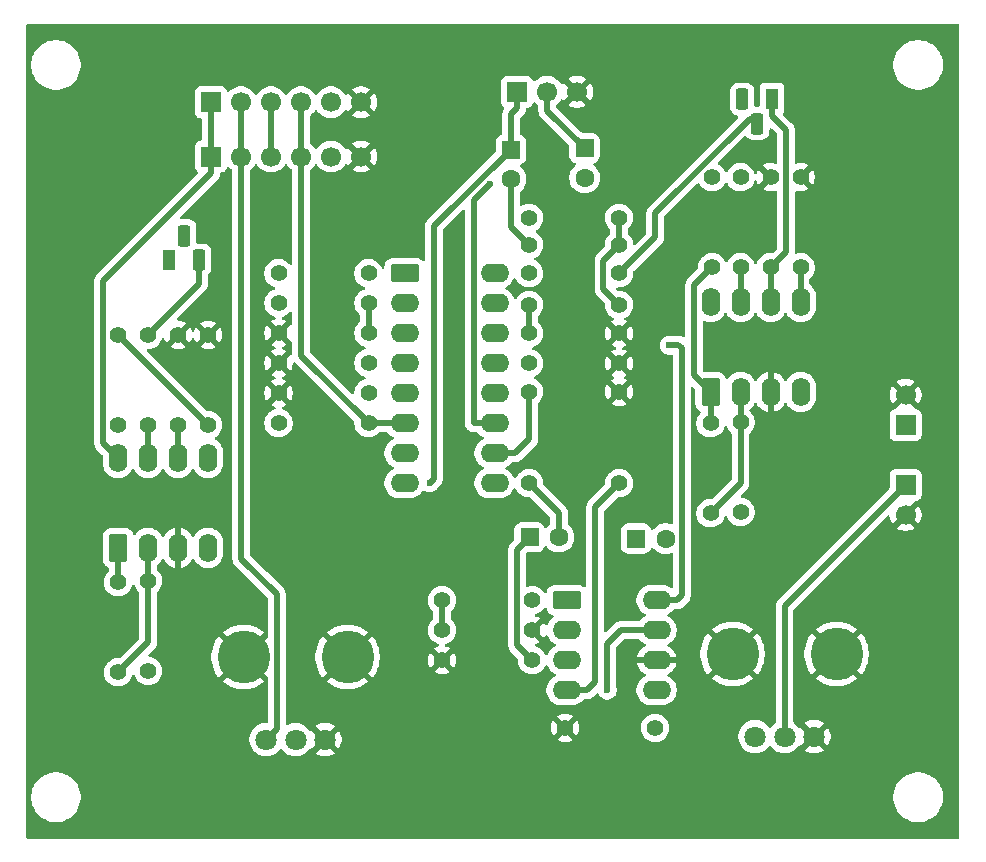
<source format=gbl>
%TF.GenerationSoftware,KiCad,Pcbnew,9.0.3*%
%TF.CreationDate,2025-08-11T14:45:13+09:00*%
%TF.ProjectId,debugVCASeparate,64656275-6756-4434-9153-657061726174,rev?*%
%TF.SameCoordinates,Original*%
%TF.FileFunction,Copper,L2,Bot*%
%TF.FilePolarity,Positive*%
%FSLAX46Y46*%
G04 Gerber Fmt 4.6, Leading zero omitted, Abs format (unit mm)*
G04 Created by KiCad (PCBNEW 9.0.3) date 2025-08-11 14:45:13*
%MOMM*%
%LPD*%
G01*
G04 APERTURE LIST*
G04 Aperture macros list*
%AMRoundRect*
0 Rectangle with rounded corners*
0 $1 Rounding radius*
0 $2 $3 $4 $5 $6 $7 $8 $9 X,Y pos of 4 corners*
0 Add a 4 corners polygon primitive as box body*
4,1,4,$2,$3,$4,$5,$6,$7,$8,$9,$2,$3,0*
0 Add four circle primitives for the rounded corners*
1,1,$1+$1,$2,$3*
1,1,$1+$1,$4,$5*
1,1,$1+$1,$6,$7*
1,1,$1+$1,$8,$9*
0 Add four rect primitives between the rounded corners*
20,1,$1+$1,$2,$3,$4,$5,0*
20,1,$1+$1,$4,$5,$6,$7,0*
20,1,$1+$1,$6,$7,$8,$9,0*
20,1,$1+$1,$8,$9,$2,$3,0*%
G04 Aperture macros list end*
%TA.AperFunction,ComponentPad*%
%ADD10R,1.700000X1.700000*%
%TD*%
%TA.AperFunction,ComponentPad*%
%ADD11C,1.700000*%
%TD*%
%TA.AperFunction,ComponentPad*%
%ADD12C,1.400000*%
%TD*%
%TA.AperFunction,ComponentPad*%
%ADD13C,1.800000*%
%TD*%
%TA.AperFunction,ComponentPad*%
%ADD14C,4.455000*%
%TD*%
%TA.AperFunction,ComponentPad*%
%ADD15R,1.100000X1.800000*%
%TD*%
%TA.AperFunction,ComponentPad*%
%ADD16RoundRect,0.275000X-0.275000X-0.625000X0.275000X-0.625000X0.275000X0.625000X-0.275000X0.625000X0*%
%TD*%
%TA.AperFunction,ComponentPad*%
%ADD17RoundRect,0.250000X-0.550000X-0.550000X0.550000X-0.550000X0.550000X0.550000X-0.550000X0.550000X0*%
%TD*%
%TA.AperFunction,ComponentPad*%
%ADD18C,1.600000*%
%TD*%
%TA.AperFunction,ComponentPad*%
%ADD19RoundRect,0.250000X0.550000X-0.950000X0.550000X0.950000X-0.550000X0.950000X-0.550000X-0.950000X0*%
%TD*%
%TA.AperFunction,ComponentPad*%
%ADD20O,1.600000X2.400000*%
%TD*%
%TA.AperFunction,ComponentPad*%
%ADD21RoundRect,0.250000X-0.550000X0.550000X-0.550000X-0.550000X0.550000X-0.550000X0.550000X0.550000X0*%
%TD*%
%TA.AperFunction,ComponentPad*%
%ADD22RoundRect,0.250000X-0.950000X-0.550000X0.950000X-0.550000X0.950000X0.550000X-0.950000X0.550000X0*%
%TD*%
%TA.AperFunction,ComponentPad*%
%ADD23O,2.400000X1.600000*%
%TD*%
%TA.AperFunction,ComponentPad*%
%ADD24RoundRect,0.275000X0.275000X0.625000X-0.275000X0.625000X-0.275000X-0.625000X0.275000X-0.625000X0*%
%TD*%
%TA.AperFunction,ViaPad*%
%ADD25C,0.600000*%
%TD*%
%TA.AperFunction,Conductor*%
%ADD26C,0.500000*%
%TD*%
G04 APERTURE END LIST*
D10*
%TO.P,J1,1,Pin_1*%
%TO.N,+12VA*%
X56134000Y-78758000D03*
D11*
%TO.P,J1,2,Pin_2*%
%TO.N,+5VA*%
X58674000Y-78758000D03*
%TO.P,J1,3,Pin_3*%
%TO.N,-5VA*%
X61214000Y-78758000D03*
%TO.P,J1,4,Pin_4*%
%TO.N,-12VA*%
X63754000Y-78758000D03*
%TO.P,J1,5,Pin_5*%
%TO.N,unconnected-(J1-Pin_5-Pad5)*%
X66294000Y-78758000D03*
%TO.P,J1,6,Pin_6*%
%TO.N,GNDA*%
X68834000Y-78758000D03*
%TD*%
D12*
%TO.P,R1,1*%
%TO.N,GNDA*%
X106045000Y-80518000D03*
%TO.P,R1,2*%
%TO.N,Net-(U3B-+)*%
X106045000Y-88138000D03*
%TD*%
%TO.P,R34,1*%
%TO.N,Net-(R31-Pad2)*%
X90678000Y-86233000D03*
%TO.P,R34,2*%
%TO.N,Net-(C1-Pad2)*%
X83058000Y-86233000D03*
%TD*%
D10*
%TO.P,J3,1,Pin_1*%
%TO.N,Net-(J3-Pin_1)*%
X114935000Y-106553000D03*
D11*
%TO.P,J3,2,Pin_2*%
%TO.N,GNDA*%
X114935000Y-109093000D03*
%TD*%
D13*
%TO.P,VR6,1,CCW*%
%TO.N,+5VA*%
X60786000Y-128125000D03*
%TO.P,VR6,2,WIPER*%
%TO.N,Net-(VR6-WIPER)*%
X63286000Y-128125000D03*
%TO.P,VR6,3,CW*%
%TO.N,GNDA*%
X65786000Y-128125000D03*
D14*
%TO.P,VR6,MH1,MH1*%
X58886000Y-121125000D03*
%TO.P,VR6,MH2,MH2*%
X67686000Y-121125000D03*
%TD*%
D15*
%TO.P,Q1,1,E*%
%TO.N,Net-(Q1-E)*%
X52578000Y-87522000D03*
D16*
%TO.P,Q1,2,C*%
%TO.N,Net-(Q1-C)*%
X53848000Y-85452000D03*
%TO.P,Q1,3,B*%
%TO.N,Net-(Q1-B)*%
X55118000Y-87522000D03*
%TD*%
D12*
%TO.P,R11,1*%
%TO.N,Net-(R11-Pad1)*%
X48260000Y-101473000D03*
%TO.P,R11,2*%
%TO.N,Net-(U1B-+)*%
X48260000Y-93853000D03*
%TD*%
%TO.P,R23,1*%
%TO.N,-12VA*%
X69469000Y-101328000D03*
%TO.P,R23,2*%
%TO.N,ResoWav*%
X61849000Y-101328000D03*
%TD*%
%TO.P,R12,1*%
%TO.N,GNDA*%
X53340000Y-93853000D03*
%TO.P,R12,2*%
%TO.N,Net-(Q1-E)*%
X53340000Y-101473000D03*
%TD*%
%TO.P,R36,1*%
%TO.N,GNDA*%
X90678000Y-98679000D03*
%TO.P,R36,2*%
%TO.N,Net-(R36-Pad2)*%
X83058000Y-98679000D03*
%TD*%
%TO.P,R13,1*%
%TO.N,GNDA*%
X55880000Y-93853000D03*
%TO.P,R13,2*%
%TO.N,Net-(U1B-+)*%
X55880000Y-101473000D03*
%TD*%
%TO.P,R44,1*%
%TO.N,VCAEnv*%
X100965000Y-108857000D03*
%TO.P,R44,2*%
%TO.N,Net-(U3A--)*%
X100965000Y-101237000D03*
%TD*%
D17*
%TO.P,C7,1*%
%TO.N,Net-(U4A-+)*%
X83098000Y-110980000D03*
D18*
%TO.P,C7,2*%
%TO.N,Net-(C7-Pad2)*%
X85598000Y-110980000D03*
%TD*%
D19*
%TO.P,U1,1*%
%TO.N,Net-(R11-Pad1)*%
X48260000Y-111887000D03*
D20*
%TO.P,U1,2,-*%
%TO.N,Net-(U1A--)*%
X50800000Y-111887000D03*
%TO.P,U1,3,+*%
%TO.N,GNDA*%
X53340000Y-111887000D03*
%TO.P,U1,4,V-*%
%TO.N,-12VA*%
X55880000Y-111887000D03*
%TO.P,U1,5,+*%
%TO.N,Net-(U1B-+)*%
X55880000Y-104267000D03*
%TO.P,U1,6,-*%
%TO.N,Net-(Q1-E)*%
X53340000Y-104267000D03*
%TO.P,U1,7*%
%TO.N,Net-(R14-Pad1)*%
X50800000Y-104267000D03*
%TO.P,U1,8,V+*%
%TO.N,+12VA*%
X48260000Y-104267000D03*
%TD*%
D21*
%TO.P,C2,1*%
%TO.N,VCF_OUT*%
X87757000Y-78042900D03*
D18*
%TO.P,C2,2*%
%TO.N,Net-(C2-Pad2)*%
X87757000Y-80542900D03*
%TD*%
D10*
%TO.P,J4,1,Pin_1*%
%TO.N,VCAEnv*%
X114935000Y-101473000D03*
D11*
%TO.P,J4,2,Pin_2*%
%TO.N,GNDA*%
X114935000Y-98933000D03*
%TD*%
D19*
%TO.P,U3,1*%
%TO.N,Net-(R4-Pad1)*%
X98425000Y-98679000D03*
D20*
%TO.P,U3,2,-*%
%TO.N,Net-(U3A--)*%
X100965000Y-98679000D03*
%TO.P,U3,3,+*%
%TO.N,GNDA*%
X103505000Y-98679000D03*
%TO.P,U3,4,V-*%
%TO.N,-12VA*%
X106045000Y-98679000D03*
%TO.P,U3,5,+*%
%TO.N,Net-(U3B-+)*%
X106045000Y-91059000D03*
%TO.P,U3,6,-*%
%TO.N,Net-(Q2-E)*%
X103505000Y-91059000D03*
%TO.P,U3,7*%
%TO.N,Net-(R3-Pad1)*%
X100965000Y-91059000D03*
%TO.P,U3,8,V+*%
%TO.N,+12VA*%
X98425000Y-91059000D03*
%TD*%
D12*
%TO.P,R35,1*%
%TO.N,Net-(R31-Pad2)*%
X90678000Y-83947000D03*
%TO.P,R35,2*%
%TO.N,Net-(C2-Pad2)*%
X83058000Y-83947000D03*
%TD*%
D17*
%TO.P,C9,1*%
%TO.N,Net-(C9-Pad1)*%
X92115000Y-111107000D03*
D18*
%TO.P,C9,2*%
%TO.N,Net-(VR7-CCW)*%
X94615000Y-111107000D03*
%TD*%
D12*
%TO.P,R31,1*%
%TO.N,Net-(U2A-+)*%
X83058000Y-91313000D03*
%TO.P,R31,2*%
%TO.N,Net-(R31-Pad2)*%
X90678000Y-91313000D03*
%TD*%
%TO.P,R38,1*%
%TO.N,GNDA*%
X75692000Y-121394000D03*
%TO.P,R38,2*%
%TO.N,Net-(U4A-+)*%
X83312000Y-121394000D03*
%TD*%
D22*
%TO.P,U2,1*%
%TO.N,ResoCnt*%
X72517000Y-88628000D03*
D23*
%TO.P,U2,2,DIODE_BIAS*%
%TO.N,unconnected-(U2C-DIODE_BIAS-Pad2)*%
X72517000Y-91168000D03*
%TO.P,U2,3,+*%
%TO.N,Net-(U2C-+)*%
X72517000Y-93708000D03*
%TO.P,U2,4,-*%
%TO.N,Net-(U2C--)*%
X72517000Y-96248000D03*
%TO.P,U2,5*%
%TO.N,Net-(R22-Pad2)*%
X72517000Y-98788000D03*
%TO.P,U2,6,V-*%
%TO.N,-12VA*%
X72517000Y-101328000D03*
%TO.P,U2,7*%
%TO.N,Net-(R22-Pad2)*%
X72517000Y-103868000D03*
%TO.P,U2,8*%
%TO.N,ResoWav*%
X72517000Y-106408000D03*
%TO.P,U2,9*%
%TO.N,Net-(C7-Pad2)*%
X80137000Y-106408000D03*
%TO.P,U2,10*%
%TO.N,Net-(R36-Pad2)*%
X80137000Y-103868000D03*
%TO.P,U2,11,V+*%
%TO.N,+12VA*%
X80137000Y-101328000D03*
%TO.P,U2,12*%
%TO.N,Net-(R36-Pad2)*%
X80137000Y-98788000D03*
%TO.P,U2,13,-*%
%TO.N,Net-(U2A--)*%
X80137000Y-96248000D03*
%TO.P,U2,14,+*%
%TO.N,Net-(U2A-+)*%
X80137000Y-93708000D03*
%TO.P,U2,15,DIODE_BIAS*%
%TO.N,unconnected-(U2A-DIODE_BIAS-Pad15)*%
X80137000Y-91168000D03*
%TO.P,U2,16*%
%TO.N,VCACnt*%
X80137000Y-88628000D03*
%TD*%
D12*
%TO.P,R32,1*%
%TO.N,GNDA*%
X90678000Y-96266000D03*
%TO.P,R32,2*%
%TO.N,Net-(U2A--)*%
X83058000Y-96266000D03*
%TD*%
%TO.P,R19,1*%
%TO.N,GNDA*%
X61849000Y-93708000D03*
%TO.P,R19,2*%
%TO.N,Net-(U2C-+)*%
X69469000Y-93708000D03*
%TD*%
D10*
%TO.P,J2,1,Pin_1*%
%TO.N,ResoWav*%
X82042000Y-73279000D03*
D11*
%TO.P,J2,2,Pin_2*%
%TO.N,VCF_OUT*%
X84582000Y-73279000D03*
%TO.P,J2,3,Pin_3*%
%TO.N,GNDA*%
X87122000Y-73279000D03*
%TD*%
D12*
%TO.P,R41,1*%
%TO.N,Net-(U1A--)*%
X48260000Y-122428000D03*
%TO.P,R41,2*%
%TO.N,Net-(R11-Pad1)*%
X48260000Y-114808000D03*
%TD*%
%TO.P,R45,1*%
%TO.N,Net-(U3A--)*%
X98425000Y-108966000D03*
%TO.P,R45,2*%
%TO.N,Net-(R4-Pad1)*%
X98425000Y-101346000D03*
%TD*%
%TO.P,R21,1*%
%TO.N,Net-(U2C-+)*%
X69469000Y-91168000D03*
%TO.P,R21,2*%
%TO.N,VCF_OUT*%
X61849000Y-91168000D03*
%TD*%
D15*
%TO.P,Q2,1,E*%
%TO.N,Net-(Q2-E)*%
X103632000Y-73895000D03*
D24*
%TO.P,Q2,2,C*%
%TO.N,Net-(Q2-C)*%
X102362000Y-75965000D03*
%TO.P,Q2,3,B*%
%TO.N,Net-(Q2-B)*%
X101092000Y-73895000D03*
%TD*%
D10*
%TO.P,J5,1,Pin_1*%
%TO.N,+12VA*%
X56134000Y-74168000D03*
D11*
%TO.P,J5,2,Pin_2*%
%TO.N,+5VA*%
X58674000Y-74168000D03*
%TO.P,J5,3,Pin_3*%
%TO.N,-5VA*%
X61214000Y-74168000D03*
%TO.P,J5,4,Pin_4*%
%TO.N,-12VA*%
X63754000Y-74168000D03*
%TO.P,J5,5,Pin_5*%
%TO.N,unconnected-(J5-Pin_5-Pad5)*%
X66294000Y-74168000D03*
%TO.P,J5,6,Pin_6*%
%TO.N,GNDA*%
X68834000Y-74168000D03*
%TD*%
D12*
%TO.P,R49,1*%
%TO.N,GNDA*%
X86106000Y-127127000D03*
%TO.P,R49,2*%
%TO.N,Net-(VR7-CCW)*%
X93726000Y-127127000D03*
%TD*%
%TO.P,R3,1*%
%TO.N,Net-(R3-Pad1)*%
X100965000Y-88138000D03*
%TO.P,R3,2*%
%TO.N,Net-(Q2-B)*%
X100965000Y-80518000D03*
%TD*%
%TO.P,R33,1*%
%TO.N,GNDA*%
X90678000Y-93726000D03*
%TO.P,R33,2*%
%TO.N,Net-(U2A-+)*%
X83058000Y-93726000D03*
%TD*%
%TO.P,R5,1*%
%TO.N,Net-(Q2-C)*%
X90678000Y-88646000D03*
%TO.P,R5,2*%
%TO.N,VCACnt*%
X83058000Y-88646000D03*
%TD*%
%TO.P,R37,1*%
%TO.N,-12VA*%
X90678000Y-106426000D03*
%TO.P,R37,2*%
%TO.N,Net-(C7-Pad2)*%
X83058000Y-106426000D03*
%TD*%
D22*
%TO.P,U4,1*%
%TO.N,Net-(C9-Pad1)*%
X86233000Y-116314000D03*
D23*
%TO.P,U4,2,-*%
%TO.N,Net-(U4A--)*%
X86233000Y-118854000D03*
%TO.P,U4,3,+*%
%TO.N,Net-(U4A-+)*%
X86233000Y-121394000D03*
%TO.P,U4,4,V-*%
%TO.N,-12VA*%
X86233000Y-123934000D03*
%TO.P,U4,5,+*%
%TO.N,Net-(U4B-+)*%
X93853000Y-123934000D03*
%TO.P,U4,6,-*%
%TO.N,GNDA*%
X93853000Y-121394000D03*
%TO.P,U4,7*%
%TO.N,Net-(U4B-+)*%
X93853000Y-118854000D03*
%TO.P,U4,8,V+*%
%TO.N,+12VA*%
X93853000Y-116314000D03*
%TD*%
D12*
%TO.P,R15,1*%
%TO.N,Net-(Q1-C)*%
X61849000Y-88646000D03*
%TO.P,R15,2*%
%TO.N,ResoCnt*%
X69469000Y-88646000D03*
%TD*%
%TO.P,R4,1*%
%TO.N,Net-(R4-Pad1)*%
X98552000Y-88138000D03*
%TO.P,R4,2*%
%TO.N,Net-(U3B-+)*%
X98552000Y-80518000D03*
%TD*%
%TO.P,R22,1*%
%TO.N,GNDA*%
X61849000Y-98788000D03*
%TO.P,R22,2*%
%TO.N,Net-(R22-Pad2)*%
X69469000Y-98788000D03*
%TD*%
D21*
%TO.P,C1,1*%
%TO.N,ResoWav*%
X81534000Y-78169900D03*
D18*
%TO.P,C1,2*%
%TO.N,Net-(C1-Pad2)*%
X81534000Y-80669900D03*
%TD*%
D12*
%TO.P,R14,1*%
%TO.N,Net-(R14-Pad1)*%
X50800000Y-101473000D03*
%TO.P,R14,2*%
%TO.N,Net-(Q1-B)*%
X50800000Y-93853000D03*
%TD*%
%TO.P,R48,1*%
%TO.N,GNDA*%
X83312000Y-118854000D03*
%TO.P,R48,2*%
%TO.N,Net-(U4A--)*%
X75692000Y-118854000D03*
%TD*%
D13*
%TO.P,VR7,1,CCW*%
%TO.N,Net-(VR7-CCW)*%
X102188000Y-127871000D03*
%TO.P,VR7,2,WIPER*%
%TO.N,Net-(J3-Pin_1)*%
X104688000Y-127871000D03*
%TO.P,VR7,3,CW*%
%TO.N,GNDA*%
X107188000Y-127871000D03*
D14*
%TO.P,VR7,MH1,MH1*%
X100288000Y-120871000D03*
%TO.P,VR7,MH2,MH2*%
X109088000Y-120871000D03*
%TD*%
D12*
%TO.P,R43,1*%
%TO.N,Net-(VR6-WIPER)*%
X50800000Y-122301000D03*
%TO.P,R43,2*%
%TO.N,Net-(U1A--)*%
X50800000Y-114681000D03*
%TD*%
%TO.P,R47,1*%
%TO.N,Net-(C9-Pad1)*%
X83312000Y-116314000D03*
%TO.P,R47,2*%
%TO.N,Net-(U4A--)*%
X75692000Y-116314000D03*
%TD*%
%TO.P,R20,1*%
%TO.N,GNDA*%
X61849000Y-96248000D03*
%TO.P,R20,2*%
%TO.N,Net-(U2C--)*%
X69469000Y-96248000D03*
%TD*%
%TO.P,R2,1*%
%TO.N,GNDA*%
X103505000Y-80518000D03*
%TO.P,R2,2*%
%TO.N,Net-(Q2-E)*%
X103505000Y-88138000D03*
%TD*%
D25*
%TO.N,Net-(U4B-+)*%
X89680000Y-123934000D03*
%TO.N,+12VA*%
X94906900Y-94742000D03*
X79781600Y-81080100D03*
%TO.N,ResoWav*%
X74630900Y-106387500D03*
%TD*%
D26*
%TO.N,Net-(U4B-+)*%
X89680000Y-119997000D02*
X90823000Y-118854000D01*
X89680000Y-123934000D02*
X89680000Y-119997000D01*
X90823000Y-118854000D02*
X93853000Y-118854000D01*
%TO.N,-12VA*%
X88646000Y-108458000D02*
X90678000Y-106426000D01*
X88646000Y-123272700D02*
X88646000Y-108458000D01*
X87984700Y-123934000D02*
X88646000Y-123272700D01*
X86233000Y-123934000D02*
X87984700Y-123934000D01*
%TO.N,+12VA*%
X96002000Y-115916700D02*
X95604700Y-116314000D01*
X96002000Y-94986000D02*
X96002000Y-115916700D01*
X95604700Y-116314000D02*
X93853000Y-116314000D01*
X94961400Y-94687500D02*
X95703500Y-94687500D01*
X94906900Y-94742000D02*
X94961400Y-94687500D01*
X95703500Y-94687500D02*
X96002000Y-94986000D01*
%TO.N,ResoWav*%
X75000000Y-84657200D02*
X75000000Y-106018400D01*
X81487300Y-78169900D02*
X75000000Y-84657200D01*
X75000000Y-106018400D02*
X74630900Y-106387500D01*
X81534000Y-78169900D02*
X81487300Y-78169900D01*
%TO.N,Net-(R14-Pad1)*%
X50800000Y-101473000D02*
X50800000Y-104267000D01*
%TO.N,Net-(R11-Pad1)*%
X48260000Y-111887000D02*
X48260000Y-114808000D01*
%TO.N,Net-(R4-Pad1)*%
X98425000Y-98679000D02*
X98425000Y-101346000D01*
X97036600Y-97290600D02*
X98425000Y-98679000D01*
X97036600Y-89653400D02*
X97036600Y-97290600D01*
X98552000Y-88138000D02*
X97036600Y-89653400D01*
%TO.N,Net-(R3-Pad1)*%
X100965000Y-91059000D02*
X100965000Y-88138000D01*
%TO.N,Net-(Q2-C)*%
X93731000Y-85593000D02*
X90678000Y-88646000D01*
X93731000Y-83554400D02*
X93731000Y-85593000D01*
X101720400Y-75565000D02*
X93731000Y-83554400D01*
X102362000Y-75565000D02*
X101720400Y-75565000D01*
%TO.N,Net-(Q2-E)*%
X103505000Y-91059000D02*
X103505000Y-88138000D01*
X104793300Y-86849700D02*
X103505000Y-88138000D01*
X104793300Y-76508000D02*
X104793300Y-86849700D01*
X103632000Y-75346700D02*
X104793300Y-76508000D01*
X103632000Y-74295000D02*
X103632000Y-75346700D01*
%TO.N,Net-(Q1-E)*%
X53340000Y-104267000D02*
X53340000Y-101473000D01*
%TO.N,Net-(Q1-B)*%
X55118000Y-89535000D02*
X55118000Y-87122000D01*
X50800000Y-93853000D02*
X55118000Y-89535000D01*
%TO.N,Net-(U4A--)*%
X75692000Y-118854000D02*
X75692000Y-116314000D01*
%TO.N,Net-(U3B-+)*%
X106045000Y-91059000D02*
X106045000Y-88138000D01*
%TO.N,Net-(U3A--)*%
X100965000Y-98679000D02*
X100965000Y-101237000D01*
X100965000Y-106426000D02*
X100965000Y-101237000D01*
X98425000Y-108966000D02*
X100965000Y-106426000D01*
%TO.N,Net-(U1B-+)*%
X48260000Y-93853000D02*
X55880000Y-101473000D01*
%TO.N,Net-(U1A--)*%
X50800000Y-119888000D02*
X50800000Y-114681000D01*
X48260000Y-122428000D02*
X50800000Y-119888000D01*
X50800000Y-111887000D02*
X50800000Y-114681000D01*
%TO.N,Net-(R36-Pad2)*%
X83058000Y-102698700D02*
X81888700Y-103868000D01*
X83058000Y-98679000D02*
X83058000Y-102698700D01*
X80137000Y-103868000D02*
X81888700Y-103868000D01*
%TO.N,Net-(R31-Pad2)*%
X90678000Y-85090000D02*
X90678000Y-83947000D01*
X90678000Y-86233000D02*
X90678000Y-85193500D01*
X90678000Y-85193500D02*
X90678000Y-85090000D01*
X89349700Y-89984700D02*
X90678000Y-91313000D01*
X89349700Y-87561300D02*
X89349700Y-89984700D01*
X90678000Y-86233000D02*
X89349700Y-87561300D01*
%TO.N,Net-(U2A-+)*%
X83058000Y-93726000D02*
X83058000Y-91313000D01*
%TO.N,Net-(U2C-+)*%
X69469000Y-93708000D02*
X69469000Y-91168000D01*
%TO.N,Net-(J3-Pin_1)*%
X104688000Y-116800000D02*
X114935000Y-106553000D01*
X104688000Y-127871000D02*
X104688000Y-116800000D01*
%TO.N,+5VA*%
X58674000Y-74168000D02*
X58674000Y-78758000D01*
X61704600Y-127206400D02*
X60786000Y-128125000D01*
X61704600Y-115827300D02*
X61704600Y-127206400D01*
X58674000Y-112796700D02*
X61704600Y-115827300D01*
X58674000Y-78758000D02*
X58674000Y-112796700D01*
%TO.N,-12VA*%
X63754000Y-78758000D02*
X63754000Y-74168000D01*
X72517000Y-101328000D02*
X69469000Y-101328000D01*
X63754000Y-95613000D02*
X63754000Y-78758000D01*
X69469000Y-101328000D02*
X63754000Y-95613000D01*
%TO.N,+12VA*%
X56134000Y-78758000D02*
X56134000Y-74168000D01*
X46999000Y-89294700D02*
X56134000Y-80159700D01*
X46999000Y-103006000D02*
X46999000Y-89294700D01*
X48260000Y-104267000D02*
X46999000Y-103006000D01*
X56134000Y-78758000D02*
X56134000Y-80159700D01*
X78385300Y-82476400D02*
X79781600Y-81080100D01*
X78385300Y-101328000D02*
X78385300Y-82476400D01*
X80137000Y-101328000D02*
X78385300Y-101328000D01*
%TO.N,-5VA*%
X61214000Y-74168000D02*
X61214000Y-78758000D01*
%TO.N,Net-(U4A-+)*%
X82040200Y-120122200D02*
X83312000Y-121394000D01*
X82040200Y-112037800D02*
X82040200Y-120122200D01*
X83098000Y-110980000D02*
X82040200Y-112037800D01*
%TO.N,Net-(C7-Pad2)*%
X85598000Y-108966000D02*
X85598000Y-110980000D01*
X83058000Y-106426000D02*
X85598000Y-108966000D01*
%TO.N,VCF_OUT*%
X84582000Y-74867900D02*
X84582000Y-73279000D01*
X87757000Y-78042900D02*
X84582000Y-74867900D01*
%TO.N,ResoWav*%
X81534000Y-75188700D02*
X81534000Y-78169900D01*
X82042000Y-74680700D02*
X81534000Y-75188700D01*
X82042000Y-73279000D02*
X82042000Y-74680700D01*
%TO.N,Net-(C1-Pad2)*%
X81534000Y-84709000D02*
X83058000Y-86233000D01*
X81534000Y-80669900D02*
X81534000Y-84709000D01*
%TD*%
%TA.AperFunction,Conductor*%
%TO.N,GNDA*%
G36*
X84507702Y-116951654D02*
G01*
X84540862Y-117010372D01*
X84540871Y-117010370D01*
X84540885Y-117010412D01*
X84542060Y-117012493D01*
X84542535Y-117014621D01*
X84543001Y-117016797D01*
X84598186Y-117183334D01*
X84690288Y-117332656D01*
X84814344Y-117456712D01*
X84963666Y-117548814D01*
X85045570Y-117575954D01*
X85103015Y-117615727D01*
X85129838Y-117680243D01*
X85117523Y-117749018D01*
X85079451Y-117793978D01*
X84985787Y-117862028D01*
X84985782Y-117862032D01*
X84841028Y-118006786D01*
X84720715Y-118172386D01*
X84626588Y-118357119D01*
X84578613Y-118407915D01*
X84510792Y-118424710D01*
X84444657Y-118402172D01*
X84405618Y-118357119D01*
X84338329Y-118225059D01*
X84319883Y-118199670D01*
X84319882Y-118199669D01*
X83665554Y-118853999D01*
X83665554Y-118854000D01*
X84319882Y-119508328D01*
X84319883Y-119508328D01*
X84338331Y-119482937D01*
X84405618Y-119350880D01*
X84453592Y-119300084D01*
X84521413Y-119283289D01*
X84587548Y-119305826D01*
X84626588Y-119350880D01*
X84627780Y-119353219D01*
X84715699Y-119525770D01*
X84720715Y-119535613D01*
X84841028Y-119701213D01*
X84985786Y-119845971D01*
X85140749Y-119958556D01*
X85151390Y-119966287D01*
X85229981Y-120006331D01*
X85244080Y-120013515D01*
X85294876Y-120061490D01*
X85311671Y-120129311D01*
X85289134Y-120195446D01*
X85244080Y-120234485D01*
X85151386Y-120281715D01*
X84985786Y-120402028D01*
X84841028Y-120546786D01*
X84720713Y-120712388D01*
X84626867Y-120896569D01*
X84578893Y-120947364D01*
X84511072Y-120964159D01*
X84444937Y-120941621D01*
X84405898Y-120896568D01*
X84405014Y-120894833D01*
X84338760Y-120764801D01*
X84227690Y-120611927D01*
X84094073Y-120478310D01*
X83941199Y-120367240D01*
X83939580Y-120366415D01*
X83772836Y-120281454D01*
X83668574Y-120247577D01*
X83650386Y-120241667D01*
X83592712Y-120202230D01*
X83565514Y-120137871D01*
X83577429Y-120069025D01*
X83624673Y-120017549D01*
X83650389Y-120005806D01*
X83772635Y-119966086D01*
X83940937Y-119880331D01*
X83966328Y-119861883D01*
X83966328Y-119861882D01*
X83308446Y-119204000D01*
X83358078Y-119204000D01*
X83447095Y-119180148D01*
X83526905Y-119134070D01*
X83592070Y-119068905D01*
X83638148Y-118989095D01*
X83662000Y-118900078D01*
X83662000Y-118807922D01*
X83638148Y-118718905D01*
X83592070Y-118639095D01*
X83526905Y-118573930D01*
X83447095Y-118527852D01*
X83358078Y-118504000D01*
X83308444Y-118504000D01*
X83966328Y-117846116D01*
X83940933Y-117827666D01*
X83772637Y-117741914D01*
X83650388Y-117702193D01*
X83592712Y-117662755D01*
X83565514Y-117598397D01*
X83577429Y-117529550D01*
X83624673Y-117478075D01*
X83650382Y-117466333D01*
X83772832Y-117426547D01*
X83941199Y-117340760D01*
X84094073Y-117229690D01*
X84227690Y-117096073D01*
X84320965Y-116967690D01*
X84376294Y-116925027D01*
X84445907Y-116919048D01*
X84507702Y-116951654D01*
G37*
%TD.AperFunction*%
%TA.AperFunction,Conductor*%
G36*
X119442539Y-67520185D02*
G01*
X119488294Y-67572989D01*
X119499500Y-67624500D01*
X119499500Y-136375500D01*
X119479815Y-136442539D01*
X119427011Y-136488294D01*
X119375500Y-136499500D01*
X40624500Y-136499500D01*
X40557461Y-136479815D01*
X40511706Y-136427011D01*
X40500500Y-136375500D01*
X40500500Y-132862332D01*
X40899500Y-132862332D01*
X40899500Y-133137667D01*
X40899501Y-133137684D01*
X40935438Y-133410655D01*
X40935439Y-133410660D01*
X40935440Y-133410666D01*
X40935441Y-133410668D01*
X41006704Y-133676630D01*
X41112075Y-133931017D01*
X41112080Y-133931028D01*
X41191809Y-134069121D01*
X41249751Y-134169479D01*
X41249753Y-134169482D01*
X41249754Y-134169483D01*
X41417370Y-134387926D01*
X41417376Y-134387933D01*
X41612066Y-134582623D01*
X41612072Y-134582628D01*
X41830521Y-134750249D01*
X41983778Y-134838732D01*
X42068971Y-134887919D01*
X42068976Y-134887921D01*
X42068979Y-134887923D01*
X42323368Y-134993295D01*
X42589334Y-135064560D01*
X42862326Y-135100500D01*
X42862333Y-135100500D01*
X43137667Y-135100500D01*
X43137674Y-135100500D01*
X43410666Y-135064560D01*
X43676632Y-134993295D01*
X43931021Y-134887923D01*
X44169479Y-134750249D01*
X44387928Y-134582628D01*
X44582628Y-134387928D01*
X44750249Y-134169479D01*
X44887923Y-133931021D01*
X44993295Y-133676632D01*
X45064560Y-133410666D01*
X45100500Y-133137674D01*
X45100500Y-132862332D01*
X113899500Y-132862332D01*
X113899500Y-133137667D01*
X113899501Y-133137684D01*
X113935438Y-133410655D01*
X113935439Y-133410660D01*
X113935440Y-133410666D01*
X113935441Y-133410668D01*
X114006704Y-133676630D01*
X114112075Y-133931017D01*
X114112080Y-133931028D01*
X114191809Y-134069121D01*
X114249751Y-134169479D01*
X114249753Y-134169482D01*
X114249754Y-134169483D01*
X114417370Y-134387926D01*
X114417376Y-134387933D01*
X114612066Y-134582623D01*
X114612072Y-134582628D01*
X114830521Y-134750249D01*
X114983778Y-134838732D01*
X115068971Y-134887919D01*
X115068976Y-134887921D01*
X115068979Y-134887923D01*
X115323368Y-134993295D01*
X115589334Y-135064560D01*
X115862326Y-135100500D01*
X115862333Y-135100500D01*
X116137667Y-135100500D01*
X116137674Y-135100500D01*
X116410666Y-135064560D01*
X116676632Y-134993295D01*
X116931021Y-134887923D01*
X117169479Y-134750249D01*
X117387928Y-134582628D01*
X117582628Y-134387928D01*
X117750249Y-134169479D01*
X117887923Y-133931021D01*
X117993295Y-133676632D01*
X118064560Y-133410666D01*
X118100500Y-133137674D01*
X118100500Y-132862326D01*
X118064560Y-132589334D01*
X117993295Y-132323368D01*
X117887923Y-132068979D01*
X117887921Y-132068976D01*
X117887919Y-132068971D01*
X117838732Y-131983778D01*
X117750249Y-131830521D01*
X117582628Y-131612072D01*
X117582623Y-131612066D01*
X117387933Y-131417376D01*
X117387926Y-131417370D01*
X117169483Y-131249754D01*
X117169482Y-131249753D01*
X117169479Y-131249751D01*
X117074407Y-131194861D01*
X116931028Y-131112080D01*
X116931017Y-131112075D01*
X116676630Y-131006704D01*
X116543649Y-130971072D01*
X116410666Y-130935440D01*
X116410660Y-130935439D01*
X116410655Y-130935438D01*
X116137684Y-130899501D01*
X116137679Y-130899500D01*
X116137674Y-130899500D01*
X115862326Y-130899500D01*
X115862320Y-130899500D01*
X115862315Y-130899501D01*
X115589344Y-130935438D01*
X115589337Y-130935439D01*
X115589334Y-130935440D01*
X115533125Y-130950500D01*
X115323369Y-131006704D01*
X115068982Y-131112075D01*
X115068971Y-131112080D01*
X114830516Y-131249754D01*
X114612073Y-131417370D01*
X114612066Y-131417376D01*
X114417376Y-131612066D01*
X114417370Y-131612073D01*
X114249754Y-131830516D01*
X114112080Y-132068971D01*
X114112075Y-132068982D01*
X114006704Y-132323369D01*
X113935441Y-132589331D01*
X113935438Y-132589344D01*
X113899501Y-132862315D01*
X113899500Y-132862332D01*
X45100500Y-132862332D01*
X45100500Y-132862326D01*
X45064560Y-132589334D01*
X44993295Y-132323368D01*
X44887923Y-132068979D01*
X44887921Y-132068976D01*
X44887919Y-132068971D01*
X44838732Y-131983778D01*
X44750249Y-131830521D01*
X44582628Y-131612072D01*
X44582623Y-131612066D01*
X44387933Y-131417376D01*
X44387926Y-131417370D01*
X44169483Y-131249754D01*
X44169482Y-131249753D01*
X44169479Y-131249751D01*
X44074407Y-131194861D01*
X43931028Y-131112080D01*
X43931017Y-131112075D01*
X43676630Y-131006704D01*
X43543649Y-130971072D01*
X43410666Y-130935440D01*
X43410660Y-130935439D01*
X43410655Y-130935438D01*
X43137684Y-130899501D01*
X43137679Y-130899500D01*
X43137674Y-130899500D01*
X42862326Y-130899500D01*
X42862320Y-130899500D01*
X42862315Y-130899501D01*
X42589344Y-130935438D01*
X42589337Y-130935439D01*
X42589334Y-130935440D01*
X42533125Y-130950500D01*
X42323369Y-131006704D01*
X42068982Y-131112075D01*
X42068971Y-131112080D01*
X41830516Y-131249754D01*
X41612073Y-131417370D01*
X41612066Y-131417376D01*
X41417376Y-131612066D01*
X41417370Y-131612073D01*
X41249754Y-131830516D01*
X41112080Y-132068971D01*
X41112075Y-132068982D01*
X41006704Y-132323369D01*
X40935441Y-132589331D01*
X40935438Y-132589344D01*
X40899501Y-132862315D01*
X40899500Y-132862332D01*
X40500500Y-132862332D01*
X40500500Y-110886983D01*
X46959500Y-110886983D01*
X46959500Y-112887001D01*
X46959501Y-112887018D01*
X46970000Y-112989796D01*
X46970001Y-112989799D01*
X47025185Y-113156331D01*
X47025187Y-113156336D01*
X47060069Y-113212888D01*
X47117288Y-113305656D01*
X47241344Y-113429712D01*
X47390666Y-113521814D01*
X47424500Y-113533025D01*
X47444534Y-113546894D01*
X47466703Y-113557019D01*
X47472750Y-113566429D01*
X47481947Y-113572796D01*
X47491303Y-113595298D01*
X47504477Y-113615797D01*
X47506935Y-113632893D01*
X47508772Y-113637311D01*
X47509500Y-113650732D01*
X47509500Y-113809374D01*
X47489815Y-113876413D01*
X47473182Y-113897055D01*
X47344309Y-114025928D01*
X47233240Y-114178800D01*
X47147454Y-114347163D01*
X47089059Y-114526881D01*
X47059500Y-114713513D01*
X47059500Y-114902486D01*
X47089059Y-115089118D01*
X47147454Y-115268836D01*
X47188241Y-115348884D01*
X47233240Y-115437199D01*
X47344310Y-115590073D01*
X47477927Y-115723690D01*
X47630801Y-115834760D01*
X47666929Y-115853168D01*
X47799163Y-115920545D01*
X47799165Y-115920545D01*
X47799168Y-115920547D01*
X47895497Y-115951846D01*
X47978881Y-115978940D01*
X48165514Y-116008500D01*
X48165519Y-116008500D01*
X48354486Y-116008500D01*
X48541118Y-115978940D01*
X48720832Y-115920547D01*
X48889199Y-115834760D01*
X49042073Y-115723690D01*
X49175690Y-115590073D01*
X49286760Y-115437199D01*
X49372547Y-115268832D01*
X49424551Y-115108781D01*
X49432446Y-115084484D01*
X49434511Y-115085155D01*
X49464763Y-115032404D01*
X49526772Y-115000207D01*
X49596345Y-115006646D01*
X49651391Y-115049676D01*
X49668525Y-115083578D01*
X49687454Y-115141836D01*
X49761542Y-115287240D01*
X49773240Y-115310199D01*
X49884310Y-115463073D01*
X49884312Y-115463075D01*
X50013181Y-115591944D01*
X50046666Y-115653267D01*
X50049500Y-115679625D01*
X50049500Y-119525770D01*
X50029815Y-119592809D01*
X50013181Y-119613451D01*
X48435451Y-121191181D01*
X48374128Y-121224666D01*
X48347770Y-121227500D01*
X48165514Y-121227500D01*
X47978881Y-121257059D01*
X47799163Y-121315454D01*
X47630800Y-121401240D01*
X47543579Y-121464610D01*
X47477927Y-121512310D01*
X47477925Y-121512312D01*
X47477924Y-121512312D01*
X47344312Y-121645924D01*
X47344312Y-121645925D01*
X47344310Y-121645927D01*
X47308626Y-121695042D01*
X47233240Y-121798800D01*
X47147454Y-121967163D01*
X47089059Y-122146881D01*
X47059500Y-122333513D01*
X47059500Y-122522486D01*
X47089059Y-122709118D01*
X47147454Y-122888836D01*
X47192636Y-122977509D01*
X47233240Y-123057199D01*
X47344310Y-123210073D01*
X47477927Y-123343690D01*
X47630801Y-123454760D01*
X47664519Y-123471940D01*
X47799163Y-123540545D01*
X47799165Y-123540545D01*
X47799168Y-123540547D01*
X47871961Y-123564199D01*
X47978881Y-123598940D01*
X48165514Y-123628500D01*
X48165519Y-123628500D01*
X48354486Y-123628500D01*
X48541118Y-123598940D01*
X48542475Y-123598499D01*
X48720832Y-123540547D01*
X48889199Y-123454760D01*
X49042073Y-123343690D01*
X49175690Y-123210073D01*
X49286760Y-123057199D01*
X49372547Y-122888832D01*
X49413972Y-122761338D01*
X49432446Y-122704484D01*
X49434511Y-122705155D01*
X49464763Y-122652404D01*
X49526772Y-122620207D01*
X49596345Y-122626646D01*
X49651391Y-122669676D01*
X49668525Y-122703578D01*
X49687454Y-122761836D01*
X49773240Y-122930199D01*
X49884310Y-123083073D01*
X50017927Y-123216690D01*
X50170801Y-123327760D01*
X50250347Y-123368290D01*
X50339163Y-123413545D01*
X50339165Y-123413545D01*
X50339168Y-123413547D01*
X50404504Y-123434776D01*
X50518881Y-123471940D01*
X50705514Y-123501500D01*
X50705519Y-123501500D01*
X50894486Y-123501500D01*
X51081118Y-123471940D01*
X51133995Y-123454759D01*
X51260832Y-123413547D01*
X51429199Y-123327760D01*
X51582073Y-123216690D01*
X51715690Y-123083073D01*
X51826760Y-122930199D01*
X51912547Y-122761832D01*
X51970940Y-122582118D01*
X51980385Y-122522486D01*
X52000500Y-122395486D01*
X52000500Y-122206513D01*
X51970940Y-122019881D01*
X51917313Y-121854836D01*
X51912547Y-121840168D01*
X51912545Y-121840165D01*
X51912545Y-121840163D01*
X51840319Y-121698413D01*
X51826760Y-121671801D01*
X51715690Y-121518927D01*
X51582073Y-121385310D01*
X51429199Y-121274240D01*
X51403161Y-121260973D01*
X51260836Y-121188454D01*
X51081118Y-121130059D01*
X50922817Y-121104987D01*
X50911440Y-121099594D01*
X50898881Y-121098696D01*
X50880466Y-121084911D01*
X50859682Y-121075058D01*
X50853026Y-121064368D01*
X50842948Y-121056824D01*
X50834910Y-121035273D01*
X50822751Y-121015746D01*
X50822930Y-121003156D01*
X50818531Y-120991360D01*
X50823420Y-120968883D01*
X50823749Y-120945883D01*
X50831062Y-120933755D01*
X50833383Y-120923087D01*
X50854534Y-120894833D01*
X51382948Y-120366419D01*
X51382951Y-120366416D01*
X51465084Y-120243495D01*
X51521658Y-120106913D01*
X51530638Y-120061770D01*
X51531145Y-120059221D01*
X51531145Y-120059220D01*
X51550500Y-119961920D01*
X51550500Y-115679625D01*
X51570185Y-115612586D01*
X51586819Y-115591944D01*
X51650547Y-115528216D01*
X51715690Y-115463073D01*
X51826760Y-115310199D01*
X51912547Y-115141832D01*
X51970940Y-114962118D01*
X51980385Y-114902486D01*
X52000500Y-114775486D01*
X52000500Y-114586513D01*
X51970940Y-114399881D01*
X51912545Y-114220163D01*
X51826759Y-114051800D01*
X51807961Y-114025927D01*
X51715690Y-113898927D01*
X51586818Y-113770055D01*
X51553334Y-113708732D01*
X51550500Y-113682374D01*
X51550500Y-113412416D01*
X51570185Y-113345377D01*
X51601613Y-113312099D01*
X51647219Y-113278966D01*
X51791966Y-113134219D01*
X51791968Y-113134215D01*
X51791971Y-113134213D01*
X51912284Y-112968614D01*
X51912286Y-112968611D01*
X51912287Y-112968610D01*
X51959795Y-112875369D01*
X52007770Y-112824574D01*
X52075591Y-112807779D01*
X52141725Y-112830316D01*
X52180765Y-112875370D01*
X52228140Y-112968349D01*
X52348417Y-113133894D01*
X52348417Y-113133895D01*
X52493104Y-113278582D01*
X52658650Y-113398859D01*
X52840968Y-113491754D01*
X53035578Y-113554988D01*
X53090000Y-113563607D01*
X53090000Y-112202686D01*
X53094394Y-112207080D01*
X53185606Y-112259741D01*
X53287339Y-112287000D01*
X53392661Y-112287000D01*
X53494394Y-112259741D01*
X53585606Y-112207080D01*
X53590000Y-112202686D01*
X53590000Y-113563606D01*
X53644421Y-113554988D01*
X53839031Y-113491754D01*
X54021349Y-113398859D01*
X54186894Y-113278582D01*
X54186895Y-113278582D01*
X54331582Y-113133895D01*
X54331582Y-113133894D01*
X54451861Y-112968347D01*
X54499234Y-112875371D01*
X54547208Y-112824575D01*
X54615028Y-112807779D01*
X54681164Y-112830316D01*
X54720203Y-112875369D01*
X54767713Y-112968611D01*
X54888028Y-113134213D01*
X55032786Y-113278971D01*
X55154535Y-113367425D01*
X55198390Y-113399287D01*
X55314607Y-113458503D01*
X55380776Y-113492218D01*
X55380778Y-113492218D01*
X55380781Y-113492220D01*
X55471862Y-113521814D01*
X55575465Y-113555477D01*
X55644613Y-113566429D01*
X55777648Y-113587500D01*
X55777649Y-113587500D01*
X55982351Y-113587500D01*
X55982352Y-113587500D01*
X56184534Y-113555477D01*
X56379219Y-113492220D01*
X56561610Y-113399287D01*
X56690482Y-113305657D01*
X56727213Y-113278971D01*
X56727215Y-113278968D01*
X56727219Y-113278966D01*
X56871966Y-113134219D01*
X56871968Y-113134215D01*
X56871971Y-113134213D01*
X56940021Y-113040548D01*
X56992287Y-112968610D01*
X57085220Y-112786219D01*
X57148477Y-112591534D01*
X57180500Y-112389352D01*
X57180500Y-111384648D01*
X57148477Y-111182466D01*
X57085220Y-110987781D01*
X57085218Y-110987778D01*
X57085218Y-110987776D01*
X57033865Y-110886991D01*
X56992287Y-110805390D01*
X56940021Y-110733451D01*
X56871971Y-110639786D01*
X56727213Y-110495028D01*
X56561613Y-110374715D01*
X56561612Y-110374714D01*
X56561610Y-110374713D01*
X56501519Y-110344095D01*
X56379223Y-110281781D01*
X56184534Y-110218522D01*
X56009995Y-110190878D01*
X55982352Y-110186500D01*
X55777648Y-110186500D01*
X55753329Y-110190351D01*
X55575465Y-110218522D01*
X55380776Y-110281781D01*
X55198386Y-110374715D01*
X55032786Y-110495028D01*
X54888028Y-110639786D01*
X54767713Y-110805388D01*
X54720203Y-110898630D01*
X54672228Y-110949426D01*
X54604407Y-110966220D01*
X54538272Y-110943682D01*
X54499234Y-110898628D01*
X54451861Y-110805652D01*
X54331582Y-110640105D01*
X54331582Y-110640104D01*
X54186895Y-110495417D01*
X54021349Y-110375140D01*
X53839029Y-110282244D01*
X53644413Y-110219009D01*
X53590000Y-110210390D01*
X53590000Y-111571314D01*
X53585606Y-111566920D01*
X53494394Y-111514259D01*
X53392661Y-111487000D01*
X53287339Y-111487000D01*
X53185606Y-111514259D01*
X53094394Y-111566920D01*
X53090000Y-111571314D01*
X53090000Y-110210390D01*
X53035586Y-110219009D01*
X52840970Y-110282244D01*
X52658650Y-110375140D01*
X52493105Y-110495417D01*
X52493104Y-110495417D01*
X52348417Y-110640104D01*
X52348417Y-110640105D01*
X52228140Y-110805650D01*
X52180765Y-110898629D01*
X52132790Y-110949425D01*
X52064969Y-110966220D01*
X51998834Y-110943682D01*
X51959795Y-110898629D01*
X51912419Y-110805650D01*
X51912287Y-110805390D01*
X51860021Y-110733451D01*
X51791971Y-110639786D01*
X51647213Y-110495028D01*
X51481613Y-110374715D01*
X51481612Y-110374714D01*
X51481610Y-110374713D01*
X51421519Y-110344095D01*
X51299223Y-110281781D01*
X51104534Y-110218522D01*
X50929995Y-110190878D01*
X50902352Y-110186500D01*
X50697648Y-110186500D01*
X50673329Y-110190351D01*
X50495465Y-110218522D01*
X50300776Y-110281781D01*
X50118386Y-110374715D01*
X49952786Y-110495028D01*
X49808032Y-110639782D01*
X49808028Y-110639787D01*
X49739978Y-110733451D01*
X49684648Y-110776117D01*
X49615035Y-110782096D01*
X49553240Y-110749490D01*
X49521954Y-110699570D01*
X49513967Y-110675466D01*
X49494814Y-110617666D01*
X49402712Y-110468344D01*
X49278656Y-110344288D01*
X49169893Y-110277203D01*
X49129336Y-110252187D01*
X49129331Y-110252185D01*
X49115561Y-110247622D01*
X48962797Y-110197001D01*
X48962795Y-110197000D01*
X48860010Y-110186500D01*
X47659998Y-110186500D01*
X47659981Y-110186501D01*
X47557203Y-110197000D01*
X47557200Y-110197001D01*
X47390668Y-110252185D01*
X47390663Y-110252187D01*
X47241342Y-110344289D01*
X47117289Y-110468342D01*
X47025187Y-110617663D01*
X47025186Y-110617666D01*
X46970001Y-110784203D01*
X46970001Y-110784204D01*
X46970000Y-110784204D01*
X46959500Y-110886983D01*
X40500500Y-110886983D01*
X40500500Y-103079920D01*
X46248499Y-103079920D01*
X46277340Y-103224907D01*
X46277343Y-103224917D01*
X46327361Y-103345671D01*
X46333916Y-103361495D01*
X46360383Y-103401106D01*
X46360382Y-103401106D01*
X46416046Y-103484414D01*
X46416052Y-103484421D01*
X46923181Y-103991548D01*
X46956666Y-104052871D01*
X46959500Y-104079229D01*
X46959500Y-104769351D01*
X46991522Y-104971534D01*
X47054781Y-105166223D01*
X47102157Y-105259202D01*
X47146105Y-105345455D01*
X47147715Y-105348613D01*
X47268028Y-105514213D01*
X47412786Y-105658971D01*
X47559704Y-105765711D01*
X47578390Y-105779287D01*
X47694607Y-105838503D01*
X47760776Y-105872218D01*
X47760778Y-105872218D01*
X47760781Y-105872220D01*
X47865137Y-105906127D01*
X47955465Y-105935477D01*
X48056557Y-105951488D01*
X48157648Y-105967500D01*
X48157649Y-105967500D01*
X48362351Y-105967500D01*
X48362352Y-105967500D01*
X48564534Y-105935477D01*
X48759219Y-105872220D01*
X48941610Y-105779287D01*
X49054203Y-105697484D01*
X49107213Y-105658971D01*
X49107215Y-105658968D01*
X49107219Y-105658966D01*
X49251966Y-105514219D01*
X49251968Y-105514215D01*
X49251971Y-105514213D01*
X49372284Y-105348614D01*
X49372285Y-105348613D01*
X49372287Y-105348610D01*
X49419516Y-105255917D01*
X49467489Y-105205123D01*
X49535310Y-105188328D01*
X49601445Y-105210865D01*
X49640483Y-105255917D01*
X49660761Y-105295713D01*
X49687715Y-105348614D01*
X49808028Y-105514213D01*
X49952786Y-105658971D01*
X50099704Y-105765711D01*
X50118390Y-105779287D01*
X50234607Y-105838503D01*
X50300776Y-105872218D01*
X50300778Y-105872218D01*
X50300781Y-105872220D01*
X50405137Y-105906127D01*
X50495465Y-105935477D01*
X50596557Y-105951488D01*
X50697648Y-105967500D01*
X50697649Y-105967500D01*
X50902351Y-105967500D01*
X50902352Y-105967500D01*
X51104534Y-105935477D01*
X51299219Y-105872220D01*
X51481610Y-105779287D01*
X51594203Y-105697484D01*
X51647213Y-105658971D01*
X51647215Y-105658968D01*
X51647219Y-105658966D01*
X51791966Y-105514219D01*
X51791968Y-105514215D01*
X51791971Y-105514213D01*
X51912284Y-105348614D01*
X51912285Y-105348613D01*
X51912287Y-105348610D01*
X51959516Y-105255917D01*
X52007489Y-105205123D01*
X52075310Y-105188328D01*
X52141445Y-105210865D01*
X52180483Y-105255917D01*
X52200761Y-105295713D01*
X52227715Y-105348614D01*
X52348028Y-105514213D01*
X52492786Y-105658971D01*
X52639704Y-105765711D01*
X52658390Y-105779287D01*
X52774607Y-105838503D01*
X52840776Y-105872218D01*
X52840778Y-105872218D01*
X52840781Y-105872220D01*
X52945137Y-105906127D01*
X53035465Y-105935477D01*
X53136557Y-105951488D01*
X53237648Y-105967500D01*
X53237649Y-105967500D01*
X53442351Y-105967500D01*
X53442352Y-105967500D01*
X53644534Y-105935477D01*
X53839219Y-105872220D01*
X54021610Y-105779287D01*
X54134203Y-105697484D01*
X54187213Y-105658971D01*
X54187215Y-105658968D01*
X54187219Y-105658966D01*
X54331966Y-105514219D01*
X54331968Y-105514215D01*
X54331971Y-105514213D01*
X54452284Y-105348614D01*
X54452285Y-105348613D01*
X54452287Y-105348610D01*
X54499516Y-105255917D01*
X54547489Y-105205123D01*
X54615310Y-105188328D01*
X54681445Y-105210865D01*
X54720483Y-105255917D01*
X54740761Y-105295713D01*
X54767715Y-105348614D01*
X54888028Y-105514213D01*
X55032786Y-105658971D01*
X55179704Y-105765711D01*
X55198390Y-105779287D01*
X55314607Y-105838503D01*
X55380776Y-105872218D01*
X55380778Y-105872218D01*
X55380781Y-105872220D01*
X55485137Y-105906127D01*
X55575465Y-105935477D01*
X55676557Y-105951488D01*
X55777648Y-105967500D01*
X55777649Y-105967500D01*
X55982351Y-105967500D01*
X55982352Y-105967500D01*
X56184534Y-105935477D01*
X56379219Y-105872220D01*
X56561610Y-105779287D01*
X56674203Y-105697484D01*
X56727213Y-105658971D01*
X56727215Y-105658968D01*
X56727219Y-105658966D01*
X56871966Y-105514219D01*
X56871968Y-105514215D01*
X56871971Y-105514213D01*
X56955502Y-105399240D01*
X56992287Y-105348610D01*
X57085220Y-105166219D01*
X57148477Y-104971534D01*
X57180500Y-104769352D01*
X57180500Y-103764648D01*
X57150000Y-103572081D01*
X57148477Y-103562465D01*
X57085218Y-103367776D01*
X57015318Y-103230591D01*
X56992287Y-103185390D01*
X56933955Y-103105102D01*
X56871971Y-103019786D01*
X56727213Y-102875028D01*
X56561614Y-102754715D01*
X56535839Y-102741582D01*
X56502055Y-102724368D01*
X56451260Y-102676395D01*
X56434465Y-102608574D01*
X56457002Y-102542439D01*
X56502059Y-102503398D01*
X56502057Y-102503398D01*
X56509199Y-102499760D01*
X56662073Y-102388690D01*
X56795690Y-102255073D01*
X56906760Y-102102199D01*
X56992547Y-101933832D01*
X57050940Y-101754118D01*
X57059855Y-101697832D01*
X57080500Y-101567486D01*
X57080500Y-101378513D01*
X57050940Y-101191881D01*
X57009675Y-101064882D01*
X56992547Y-101012168D01*
X56992545Y-101012165D01*
X56992545Y-101012163D01*
X56906759Y-100843800D01*
X56895847Y-100828781D01*
X56795690Y-100690927D01*
X56662073Y-100557310D01*
X56509199Y-100446240D01*
X56477935Y-100430310D01*
X56340836Y-100360454D01*
X56161118Y-100302059D01*
X55974486Y-100272500D01*
X55974481Y-100272500D01*
X55792229Y-100272500D01*
X55725190Y-100252815D01*
X55704548Y-100236181D01*
X50733549Y-95265181D01*
X50700064Y-95203858D01*
X50705048Y-95134166D01*
X50746920Y-95078233D01*
X50812384Y-95053816D01*
X50821230Y-95053500D01*
X50894486Y-95053500D01*
X51081118Y-95023940D01*
X51132373Y-95007286D01*
X51260832Y-94965547D01*
X51429199Y-94879760D01*
X51455182Y-94860882D01*
X52685669Y-94860882D01*
X52685670Y-94860883D01*
X52711059Y-94879329D01*
X52879362Y-94965085D01*
X53058997Y-95023451D01*
X53245553Y-95053000D01*
X53434447Y-95053000D01*
X53621002Y-95023451D01*
X53800637Y-94965085D01*
X53968937Y-94879331D01*
X53994328Y-94860883D01*
X53994328Y-94860882D01*
X55225669Y-94860882D01*
X55225670Y-94860883D01*
X55251059Y-94879329D01*
X55419362Y-94965085D01*
X55598997Y-95023451D01*
X55785553Y-95053000D01*
X55974447Y-95053000D01*
X56161002Y-95023451D01*
X56340637Y-94965085D01*
X56508937Y-94879331D01*
X56534328Y-94860883D01*
X56534328Y-94860882D01*
X55880001Y-94206554D01*
X55880000Y-94206554D01*
X55225669Y-94860882D01*
X53994328Y-94860882D01*
X53340001Y-94206554D01*
X53340000Y-94206554D01*
X52685669Y-94860882D01*
X51455182Y-94860882D01*
X51582073Y-94768690D01*
X51715690Y-94635073D01*
X51826760Y-94482199D01*
X51912547Y-94313832D01*
X51952332Y-94191385D01*
X51991768Y-94133713D01*
X52056127Y-94106514D01*
X52124973Y-94118429D01*
X52176449Y-94165673D01*
X52188193Y-94191388D01*
X52227914Y-94313637D01*
X52313666Y-94481933D01*
X52332116Y-94507328D01*
X52990000Y-93849445D01*
X52990000Y-93899078D01*
X53013852Y-93988095D01*
X53059930Y-94067905D01*
X53125095Y-94133070D01*
X53204905Y-94179148D01*
X53293922Y-94203000D01*
X53386078Y-94203000D01*
X53475095Y-94179148D01*
X53554905Y-94133070D01*
X53620070Y-94067905D01*
X53666148Y-93988095D01*
X53690000Y-93899078D01*
X53690000Y-93852999D01*
X53693554Y-93852999D01*
X53693554Y-93853000D01*
X54347882Y-94507328D01*
X54347883Y-94507328D01*
X54366331Y-94481937D01*
X54452085Y-94313637D01*
X54492069Y-94190579D01*
X54531506Y-94132904D01*
X54595865Y-94105705D01*
X54664711Y-94117619D01*
X54716187Y-94164863D01*
X54727931Y-94190579D01*
X54767914Y-94313637D01*
X54853666Y-94481933D01*
X54872116Y-94507328D01*
X55526446Y-93853000D01*
X55526446Y-93852999D01*
X55480369Y-93806922D01*
X55530000Y-93806922D01*
X55530000Y-93899078D01*
X55553852Y-93988095D01*
X55599930Y-94067905D01*
X55665095Y-94133070D01*
X55744905Y-94179148D01*
X55833922Y-94203000D01*
X55926078Y-94203000D01*
X56015095Y-94179148D01*
X56094905Y-94133070D01*
X56160070Y-94067905D01*
X56206148Y-93988095D01*
X56230000Y-93899078D01*
X56230000Y-93852999D01*
X56233554Y-93852999D01*
X56233554Y-93853000D01*
X56887882Y-94507328D01*
X56887883Y-94507328D01*
X56906331Y-94481937D01*
X56992085Y-94313637D01*
X57050451Y-94134002D01*
X57080000Y-93947447D01*
X57080000Y-93758552D01*
X57050451Y-93571997D01*
X56992085Y-93392362D01*
X56906329Y-93224059D01*
X56887883Y-93198670D01*
X56887882Y-93198669D01*
X56233554Y-93852999D01*
X56230000Y-93852999D01*
X56230000Y-93806922D01*
X56206148Y-93717905D01*
X56160070Y-93638095D01*
X56094905Y-93572930D01*
X56015095Y-93526852D01*
X55926078Y-93503000D01*
X55833922Y-93503000D01*
X55744905Y-93526852D01*
X55665095Y-93572930D01*
X55599930Y-93638095D01*
X55553852Y-93717905D01*
X55530000Y-93806922D01*
X55480369Y-93806922D01*
X54872116Y-93198669D01*
X54872116Y-93198670D01*
X54853669Y-93224060D01*
X54767914Y-93392362D01*
X54727931Y-93515420D01*
X54688494Y-93573095D01*
X54624135Y-93600294D01*
X54555289Y-93588380D01*
X54503813Y-93541136D01*
X54492069Y-93515420D01*
X54452085Y-93392362D01*
X54366329Y-93224059D01*
X54347883Y-93198670D01*
X54347882Y-93198669D01*
X53693554Y-93852999D01*
X53690000Y-93852999D01*
X53690000Y-93806922D01*
X53666148Y-93717905D01*
X53620070Y-93638095D01*
X53554905Y-93572930D01*
X53475095Y-93526852D01*
X53386078Y-93503000D01*
X53336446Y-93503000D01*
X53994328Y-92845116D01*
X55225669Y-92845116D01*
X55880000Y-93499446D01*
X55880001Y-93499446D01*
X56534328Y-92845116D01*
X56508933Y-92826666D01*
X56340637Y-92740914D01*
X56161002Y-92682548D01*
X55974447Y-92653000D01*
X55785553Y-92653000D01*
X55598997Y-92682548D01*
X55419362Y-92740914D01*
X55251060Y-92826669D01*
X55225670Y-92845116D01*
X55225669Y-92845116D01*
X53994328Y-92845116D01*
X53968933Y-92826666D01*
X53800637Y-92740914D01*
X53621002Y-92682548D01*
X53434447Y-92653000D01*
X53360728Y-92653000D01*
X53293689Y-92633315D01*
X53247934Y-92580511D01*
X53237990Y-92511353D01*
X53267015Y-92447797D01*
X53273047Y-92441319D01*
X53859106Y-91855261D01*
X55700951Y-90013416D01*
X55783084Y-89890495D01*
X55839658Y-89753913D01*
X55855801Y-89672759D01*
X55868500Y-89608920D01*
X55868500Y-88819585D01*
X55888185Y-88752546D01*
X55904819Y-88731904D01*
X55906371Y-88730352D01*
X56003147Y-88633576D01*
X56096122Y-88485606D01*
X56153841Y-88320657D01*
X56168500Y-88190552D01*
X56168500Y-86853448D01*
X56153841Y-86723343D01*
X56096122Y-86558394D01*
X56003147Y-86410424D01*
X55879576Y-86286853D01*
X55731606Y-86193878D01*
X55731605Y-86193877D01*
X55731604Y-86193877D01*
X55566658Y-86136159D01*
X55566648Y-86136157D01*
X55436558Y-86121500D01*
X55436552Y-86121500D01*
X55022500Y-86121500D01*
X54955461Y-86101815D01*
X54909706Y-86049011D01*
X54898500Y-85997500D01*
X54898500Y-84783445D01*
X54898499Y-84783441D01*
X54898440Y-84782920D01*
X54883841Y-84653343D01*
X54826122Y-84488394D01*
X54733147Y-84340424D01*
X54609576Y-84216853D01*
X54461606Y-84123878D01*
X54461605Y-84123877D01*
X54461604Y-84123877D01*
X54296658Y-84066159D01*
X54296648Y-84066157D01*
X54166558Y-84051500D01*
X54166552Y-84051500D01*
X53602929Y-84051500D01*
X53535890Y-84031815D01*
X53490135Y-83979011D01*
X53480191Y-83909853D01*
X53509216Y-83846297D01*
X53515248Y-83839819D01*
X54608567Y-82746500D01*
X56716952Y-80638116D01*
X56766186Y-80564429D01*
X56799084Y-80515195D01*
X56855658Y-80378613D01*
X56884500Y-80233618D01*
X56884500Y-80232499D01*
X56884666Y-80231933D01*
X56885097Y-80227558D01*
X56885926Y-80227639D01*
X56904185Y-80165460D01*
X56956989Y-80119705D01*
X57008500Y-80108499D01*
X57031871Y-80108499D01*
X57031872Y-80108499D01*
X57091483Y-80102091D01*
X57226331Y-80051796D01*
X57341546Y-79965546D01*
X57427796Y-79850331D01*
X57476810Y-79718916D01*
X57518681Y-79662984D01*
X57584145Y-79638566D01*
X57652418Y-79653417D01*
X57680673Y-79674569D01*
X57794208Y-79788104D01*
X57872384Y-79844902D01*
X57915051Y-79900231D01*
X57923500Y-79945220D01*
X57923500Y-112870618D01*
X57923500Y-112870620D01*
X57923499Y-112870620D01*
X57952340Y-113015607D01*
X57952342Y-113015613D01*
X58008913Y-113152189D01*
X58008917Y-113152196D01*
X58011688Y-113156343D01*
X58011687Y-113156343D01*
X58091046Y-113275114D01*
X58091052Y-113275121D01*
X60917781Y-116101848D01*
X60951266Y-116163171D01*
X60954100Y-116189529D01*
X60954100Y-119359091D01*
X60934415Y-119426130D01*
X60917781Y-119446772D01*
X60097920Y-120266632D01*
X60018695Y-120157587D01*
X59853413Y-119992305D01*
X59744366Y-119913078D01*
X60630143Y-119027302D01*
X60466811Y-118897051D01*
X60207416Y-118734062D01*
X59931429Y-118601154D01*
X59931407Y-118601145D01*
X59642270Y-118499971D01*
X59642258Y-118499967D01*
X59343596Y-118431800D01*
X59343580Y-118431798D01*
X59039177Y-118397500D01*
X58732822Y-118397500D01*
X58428419Y-118431798D01*
X58428403Y-118431800D01*
X58129741Y-118499967D01*
X58129729Y-118499971D01*
X57840592Y-118601145D01*
X57840570Y-118601154D01*
X57564583Y-118734062D01*
X57305184Y-118897053D01*
X57305180Y-118897056D01*
X57141855Y-119027302D01*
X58027632Y-119913079D01*
X57918587Y-119992305D01*
X57753305Y-120157587D01*
X57674079Y-120266632D01*
X56788302Y-119380855D01*
X56658056Y-119544180D01*
X56658053Y-119544184D01*
X56495062Y-119803583D01*
X56362154Y-120079570D01*
X56362145Y-120079592D01*
X56260971Y-120368729D01*
X56260967Y-120368741D01*
X56192800Y-120667403D01*
X56192798Y-120667419D01*
X56158500Y-120971822D01*
X56158500Y-121278177D01*
X56192798Y-121582580D01*
X56192800Y-121582596D01*
X56260967Y-121881258D01*
X56260971Y-121881270D01*
X56362145Y-122170407D01*
X56362154Y-122170429D01*
X56495062Y-122446416D01*
X56658051Y-122705811D01*
X56788302Y-122869143D01*
X57674078Y-121983366D01*
X57753305Y-122092413D01*
X57918587Y-122257695D01*
X58027631Y-122336920D01*
X57141855Y-123222696D01*
X57305188Y-123352948D01*
X57564583Y-123515937D01*
X57840570Y-123648845D01*
X57840592Y-123648854D01*
X58129729Y-123750028D01*
X58129741Y-123750032D01*
X58428403Y-123818199D01*
X58428419Y-123818201D01*
X58732822Y-123852499D01*
X58732824Y-123852500D01*
X59039176Y-123852500D01*
X59039177Y-123852499D01*
X59343580Y-123818201D01*
X59343596Y-123818199D01*
X59642258Y-123750032D01*
X59642270Y-123750028D01*
X59931407Y-123648854D01*
X59931429Y-123648845D01*
X60207416Y-123515937D01*
X60466811Y-123352948D01*
X60630143Y-123222696D01*
X59744367Y-122336920D01*
X59853413Y-122257695D01*
X60018695Y-122092413D01*
X60097920Y-121983367D01*
X60917781Y-122803227D01*
X60951266Y-122864550D01*
X60954100Y-122890908D01*
X60954100Y-126600500D01*
X60934415Y-126667539D01*
X60881611Y-126713294D01*
X60830100Y-126724500D01*
X60675778Y-126724500D01*
X60617900Y-126733667D01*
X60458047Y-126758985D01*
X60248396Y-126827103D01*
X60248393Y-126827104D01*
X60051974Y-126927187D01*
X59873641Y-127056752D01*
X59873636Y-127056756D01*
X59717756Y-127212636D01*
X59717752Y-127212641D01*
X59588187Y-127390974D01*
X59488104Y-127587393D01*
X59488103Y-127587396D01*
X59419985Y-127797047D01*
X59385500Y-128014778D01*
X59385500Y-128235221D01*
X59419985Y-128452952D01*
X59488103Y-128662603D01*
X59488104Y-128662606D01*
X59588187Y-128859025D01*
X59717752Y-129037358D01*
X59717756Y-129037363D01*
X59873636Y-129193243D01*
X59873641Y-129193247D01*
X59987632Y-129276065D01*
X60051978Y-129322815D01*
X60180375Y-129388237D01*
X60248393Y-129422895D01*
X60248396Y-129422896D01*
X60353221Y-129456955D01*
X60458049Y-129491015D01*
X60675778Y-129525500D01*
X60675779Y-129525500D01*
X60896221Y-129525500D01*
X60896222Y-129525500D01*
X61113951Y-129491015D01*
X61323606Y-129422895D01*
X61520022Y-129322815D01*
X61698365Y-129193242D01*
X61854242Y-129037365D01*
X61935682Y-128925270D01*
X61991011Y-128882606D01*
X62060624Y-128876627D01*
X62122420Y-128909232D01*
X62136313Y-128925265D01*
X62146469Y-128939243D01*
X62217758Y-129037365D01*
X62373636Y-129193243D01*
X62373641Y-129193247D01*
X62487632Y-129276065D01*
X62551978Y-129322815D01*
X62680375Y-129388237D01*
X62748393Y-129422895D01*
X62748396Y-129422896D01*
X62853221Y-129456955D01*
X62958049Y-129491015D01*
X63175778Y-129525500D01*
X63175779Y-129525500D01*
X63396221Y-129525500D01*
X63396222Y-129525500D01*
X63613951Y-129491015D01*
X63823606Y-129422895D01*
X64020022Y-129322815D01*
X64198365Y-129193242D01*
X64354242Y-129037365D01*
X64435991Y-128924845D01*
X64491320Y-128882180D01*
X64560933Y-128876201D01*
X64622728Y-128908806D01*
X64634582Y-128922485D01*
X64634932Y-128922513D01*
X65221387Y-128336058D01*
X65226889Y-128356591D01*
X65305881Y-128493408D01*
X65417592Y-128605119D01*
X65554409Y-128684111D01*
X65574939Y-128689612D01*
X64988485Y-129276065D01*
X64988485Y-129276066D01*
X65052243Y-129322388D01*
X65248589Y-129422432D01*
X65458164Y-129490526D01*
X65675819Y-129525000D01*
X65896181Y-129525000D01*
X66113835Y-129490526D01*
X66323410Y-129422432D01*
X66519760Y-129322386D01*
X66583513Y-129276066D01*
X66583514Y-129276066D01*
X65997059Y-128689612D01*
X66017591Y-128684111D01*
X66154408Y-128605119D01*
X66266119Y-128493408D01*
X66345111Y-128356591D01*
X66350612Y-128336060D01*
X66937066Y-128922514D01*
X66937066Y-128922513D01*
X66983386Y-128858760D01*
X67083432Y-128662410D01*
X67151526Y-128452835D01*
X67186000Y-128235181D01*
X67186000Y-128134882D01*
X85451669Y-128134882D01*
X85451670Y-128134883D01*
X85477059Y-128153329D01*
X85645362Y-128239085D01*
X85824997Y-128297451D01*
X86011553Y-128327000D01*
X86200447Y-128327000D01*
X86387002Y-128297451D01*
X86566637Y-128239085D01*
X86734937Y-128153331D01*
X86760328Y-128134883D01*
X86760328Y-128134882D01*
X86106001Y-127480554D01*
X86106000Y-127480554D01*
X85451669Y-128134882D01*
X67186000Y-128134882D01*
X67186000Y-128014818D01*
X67151526Y-127797164D01*
X67083432Y-127587589D01*
X66983388Y-127391243D01*
X66937066Y-127327485D01*
X66937065Y-127327485D01*
X66350612Y-127913939D01*
X66345111Y-127893409D01*
X66266119Y-127756592D01*
X66154408Y-127644881D01*
X66017591Y-127565889D01*
X65997057Y-127560387D01*
X66524893Y-127032552D01*
X84906000Y-127032552D01*
X84906000Y-127221447D01*
X84935548Y-127408002D01*
X84993914Y-127587637D01*
X85079666Y-127755933D01*
X85098116Y-127781328D01*
X85752446Y-127127000D01*
X85752446Y-127126999D01*
X85706369Y-127080922D01*
X85756000Y-127080922D01*
X85756000Y-127173078D01*
X85779852Y-127262095D01*
X85825930Y-127341905D01*
X85891095Y-127407070D01*
X85970905Y-127453148D01*
X86059922Y-127477000D01*
X86152078Y-127477000D01*
X86241095Y-127453148D01*
X86320905Y-127407070D01*
X86386070Y-127341905D01*
X86432148Y-127262095D01*
X86456000Y-127173078D01*
X86456000Y-127126999D01*
X86459554Y-127126999D01*
X86459554Y-127127000D01*
X87113882Y-127781328D01*
X87113883Y-127781328D01*
X87132331Y-127755937D01*
X87218085Y-127587637D01*
X87276451Y-127408002D01*
X87306000Y-127221447D01*
X87306000Y-127032552D01*
X87305994Y-127032513D01*
X92525500Y-127032513D01*
X92525500Y-127221486D01*
X92555059Y-127408118D01*
X92613454Y-127587836D01*
X92670407Y-127699611D01*
X92699240Y-127756199D01*
X92810310Y-127909073D01*
X92943927Y-128042690D01*
X93096801Y-128153760D01*
X93176347Y-128194290D01*
X93265163Y-128239545D01*
X93265165Y-128239545D01*
X93265168Y-128239547D01*
X93361497Y-128270846D01*
X93444881Y-128297940D01*
X93631514Y-128327500D01*
X93631519Y-128327500D01*
X93820486Y-128327500D01*
X94007118Y-128297940D01*
X94008623Y-128297451D01*
X94186832Y-128239547D01*
X94355199Y-128153760D01*
X94508073Y-128042690D01*
X94641690Y-127909073D01*
X94749433Y-127760778D01*
X100787500Y-127760778D01*
X100787500Y-127981221D01*
X100821985Y-128198952D01*
X100890103Y-128408603D01*
X100890104Y-128408606D01*
X100990187Y-128605025D01*
X101119752Y-128783358D01*
X101119756Y-128783363D01*
X101275636Y-128939243D01*
X101275641Y-128939247D01*
X101431192Y-129052260D01*
X101453978Y-129068815D01*
X101582375Y-129134237D01*
X101650393Y-129168895D01*
X101650396Y-129168896D01*
X101725343Y-129193247D01*
X101860049Y-129237015D01*
X102077778Y-129271500D01*
X102077779Y-129271500D01*
X102298221Y-129271500D01*
X102298222Y-129271500D01*
X102515951Y-129237015D01*
X102725606Y-129168895D01*
X102922022Y-129068815D01*
X103100365Y-128939242D01*
X103256242Y-128783365D01*
X103337682Y-128671270D01*
X103393011Y-128628606D01*
X103462624Y-128622627D01*
X103524420Y-128655232D01*
X103538313Y-128671265D01*
X103577354Y-128725000D01*
X103619758Y-128783365D01*
X103775636Y-128939243D01*
X103775641Y-128939247D01*
X103931192Y-129052260D01*
X103953978Y-129068815D01*
X104082375Y-129134237D01*
X104150393Y-129168895D01*
X104150396Y-129168896D01*
X104225343Y-129193247D01*
X104360049Y-129237015D01*
X104577778Y-129271500D01*
X104577779Y-129271500D01*
X104798221Y-129271500D01*
X104798222Y-129271500D01*
X105015951Y-129237015D01*
X105225606Y-129168895D01*
X105422022Y-129068815D01*
X105600365Y-128939242D01*
X105756242Y-128783365D01*
X105837991Y-128670845D01*
X105893320Y-128628180D01*
X105962933Y-128622201D01*
X106024728Y-128654806D01*
X106036582Y-128668485D01*
X106036932Y-128668513D01*
X106623387Y-128082058D01*
X106628889Y-128102591D01*
X106707881Y-128239408D01*
X106819592Y-128351119D01*
X106956409Y-128430111D01*
X106976939Y-128435612D01*
X106390485Y-129022065D01*
X106390485Y-129022066D01*
X106454243Y-129068388D01*
X106650589Y-129168432D01*
X106860164Y-129236526D01*
X107077819Y-129271000D01*
X107298181Y-129271000D01*
X107515835Y-129236526D01*
X107725410Y-129168432D01*
X107921760Y-129068386D01*
X107985513Y-129022066D01*
X107985514Y-129022066D01*
X107399059Y-128435612D01*
X107419591Y-128430111D01*
X107556408Y-128351119D01*
X107668119Y-128239408D01*
X107747111Y-128102591D01*
X107752612Y-128082060D01*
X108339066Y-128668514D01*
X108339066Y-128668513D01*
X108385386Y-128604760D01*
X108485432Y-128408410D01*
X108553526Y-128198835D01*
X108588000Y-127981181D01*
X108588000Y-127760818D01*
X108553526Y-127543164D01*
X108485432Y-127333589D01*
X108385388Y-127137243D01*
X108339066Y-127073485D01*
X108339065Y-127073485D01*
X107752612Y-127659939D01*
X107747111Y-127639409D01*
X107668119Y-127502592D01*
X107556408Y-127390881D01*
X107419591Y-127311889D01*
X107399057Y-127306387D01*
X107985513Y-126719932D01*
X107921756Y-126673611D01*
X107725410Y-126573567D01*
X107515835Y-126505473D01*
X107298181Y-126471000D01*
X107077819Y-126471000D01*
X106860164Y-126505473D01*
X106650589Y-126573567D01*
X106454233Y-126673616D01*
X106390485Y-126719931D01*
X106390485Y-126719932D01*
X106976940Y-127306387D01*
X106956409Y-127311889D01*
X106819592Y-127390881D01*
X106707881Y-127502592D01*
X106628889Y-127639409D01*
X106623387Y-127659940D01*
X106036932Y-127073485D01*
X106035448Y-127073602D01*
X105983296Y-127113817D01*
X105913682Y-127119796D01*
X105851887Y-127087190D01*
X105837990Y-127071151D01*
X105756247Y-126958641D01*
X105756243Y-126958636D01*
X105656871Y-126859264D01*
X105600365Y-126802758D01*
X105486765Y-126720222D01*
X105484025Y-126717983D01*
X105466217Y-126691951D01*
X105446949Y-126666963D01*
X105446126Y-126662580D01*
X105444576Y-126660315D01*
X105444372Y-126653245D01*
X105438500Y-126621975D01*
X105438500Y-120717822D01*
X106360500Y-120717822D01*
X106360500Y-121024177D01*
X106394798Y-121328580D01*
X106394800Y-121328596D01*
X106462967Y-121627258D01*
X106462971Y-121627270D01*
X106564145Y-121916407D01*
X106564154Y-121916429D01*
X106697062Y-122192416D01*
X106860051Y-122451811D01*
X106990302Y-122615143D01*
X107876078Y-121729366D01*
X107955305Y-121838413D01*
X108120587Y-122003695D01*
X108229631Y-122082920D01*
X107343855Y-122968696D01*
X107507188Y-123098948D01*
X107766583Y-123261937D01*
X108042570Y-123394845D01*
X108042592Y-123394854D01*
X108331729Y-123496028D01*
X108331741Y-123496032D01*
X108630403Y-123564199D01*
X108630419Y-123564201D01*
X108934822Y-123598499D01*
X108934824Y-123598500D01*
X109241176Y-123598500D01*
X109241177Y-123598499D01*
X109545580Y-123564201D01*
X109545596Y-123564199D01*
X109844258Y-123496032D01*
X109844270Y-123496028D01*
X110133407Y-123394854D01*
X110133429Y-123394845D01*
X110409416Y-123261937D01*
X110668811Y-123098948D01*
X110832143Y-122968696D01*
X109946367Y-122082920D01*
X110055413Y-122003695D01*
X110220695Y-121838413D01*
X110299920Y-121729367D01*
X111185696Y-122615143D01*
X111315948Y-122451811D01*
X111478937Y-122192416D01*
X111611845Y-121916429D01*
X111611854Y-121916407D01*
X111713028Y-121627270D01*
X111713032Y-121627258D01*
X111781199Y-121328596D01*
X111781201Y-121328580D01*
X111815499Y-121024177D01*
X111815500Y-121024175D01*
X111815500Y-120717824D01*
X111815499Y-120717822D01*
X111781201Y-120413419D01*
X111781199Y-120413403D01*
X111713032Y-120114741D01*
X111713028Y-120114729D01*
X111611854Y-119825592D01*
X111611845Y-119825570D01*
X111478937Y-119549583D01*
X111315948Y-119290188D01*
X111185696Y-119126855D01*
X110299920Y-120012631D01*
X110220695Y-119903587D01*
X110055413Y-119738305D01*
X109946366Y-119659078D01*
X110832143Y-118773302D01*
X110668811Y-118643051D01*
X110409416Y-118480062D01*
X110133429Y-118347154D01*
X110133407Y-118347145D01*
X109844270Y-118245971D01*
X109844258Y-118245967D01*
X109545596Y-118177800D01*
X109545580Y-118177798D01*
X109241177Y-118143500D01*
X108934822Y-118143500D01*
X108630419Y-118177798D01*
X108630403Y-118177800D01*
X108331741Y-118245967D01*
X108331729Y-118245971D01*
X108042592Y-118347145D01*
X108042570Y-118347154D01*
X107766583Y-118480062D01*
X107507184Y-118643053D01*
X107507180Y-118643056D01*
X107343855Y-118773302D01*
X108229632Y-119659079D01*
X108120587Y-119738305D01*
X107955305Y-119903587D01*
X107876079Y-120012632D01*
X106990302Y-119126855D01*
X106860056Y-119290180D01*
X106860053Y-119290184D01*
X106697062Y-119549583D01*
X106564154Y-119825570D01*
X106564145Y-119825592D01*
X106462971Y-120114729D01*
X106462967Y-120114741D01*
X106394800Y-120413403D01*
X106394798Y-120413419D01*
X106360500Y-120717822D01*
X105438500Y-120717822D01*
X105438500Y-117162228D01*
X105458185Y-117095189D01*
X105474814Y-117074552D01*
X113380803Y-109168562D01*
X113442124Y-109135079D01*
X113511816Y-109140063D01*
X113567749Y-109181935D01*
X113590955Y-109236847D01*
X113618242Y-109409127D01*
X113618242Y-109409130D01*
X113683904Y-109611217D01*
X113780375Y-109800550D01*
X113819728Y-109854716D01*
X114452037Y-109222408D01*
X114469075Y-109285993D01*
X114534901Y-109400007D01*
X114627993Y-109493099D01*
X114742007Y-109558925D01*
X114805590Y-109575962D01*
X114173282Y-110208269D01*
X114173282Y-110208270D01*
X114227449Y-110247624D01*
X114416782Y-110344095D01*
X114618870Y-110409757D01*
X114828754Y-110443000D01*
X115041246Y-110443000D01*
X115251127Y-110409757D01*
X115251130Y-110409757D01*
X115453217Y-110344095D01*
X115642554Y-110247622D01*
X115696716Y-110208270D01*
X115696717Y-110208270D01*
X115064408Y-109575962D01*
X115127993Y-109558925D01*
X115242007Y-109493099D01*
X115335099Y-109400007D01*
X115400925Y-109285993D01*
X115417962Y-109222409D01*
X116050270Y-109854717D01*
X116050270Y-109854716D01*
X116089622Y-109800554D01*
X116186095Y-109611217D01*
X116251757Y-109409130D01*
X116251757Y-109409127D01*
X116285000Y-109199246D01*
X116285000Y-108986753D01*
X116251757Y-108776872D01*
X116251757Y-108776869D01*
X116186095Y-108574782D01*
X116089624Y-108385449D01*
X116050270Y-108331282D01*
X116050269Y-108331282D01*
X115417962Y-108963590D01*
X115400925Y-108900007D01*
X115335099Y-108785993D01*
X115242007Y-108692901D01*
X115127993Y-108627075D01*
X115064408Y-108610037D01*
X115734627Y-107939818D01*
X115795950Y-107906333D01*
X115822308Y-107903499D01*
X115832871Y-107903499D01*
X115832872Y-107903499D01*
X115892483Y-107897091D01*
X116027331Y-107846796D01*
X116142546Y-107760546D01*
X116228796Y-107645331D01*
X116279091Y-107510483D01*
X116285500Y-107450873D01*
X116285499Y-105655128D01*
X116279091Y-105595517D01*
X116266137Y-105560786D01*
X116228797Y-105460671D01*
X116228793Y-105460664D01*
X116142547Y-105345455D01*
X116142544Y-105345452D01*
X116027335Y-105259206D01*
X116027328Y-105259202D01*
X115892482Y-105208908D01*
X115892483Y-105208908D01*
X115832883Y-105202501D01*
X115832881Y-105202500D01*
X115832873Y-105202500D01*
X115832864Y-105202500D01*
X114037129Y-105202500D01*
X114037123Y-105202501D01*
X113977516Y-105208908D01*
X113842671Y-105259202D01*
X113842664Y-105259206D01*
X113727455Y-105345452D01*
X113727452Y-105345455D01*
X113641206Y-105460664D01*
X113641202Y-105460671D01*
X113590908Y-105595517D01*
X113587334Y-105628766D01*
X113584501Y-105655123D01*
X113584500Y-105655135D01*
X113584500Y-106790770D01*
X113564815Y-106857809D01*
X113548181Y-106878451D01*
X104105048Y-116321583D01*
X104082814Y-116354860D01*
X104060727Y-116387917D01*
X104046987Y-116408481D01*
X104022916Y-116444504D01*
X104022912Y-116444511D01*
X103966343Y-116581082D01*
X103966340Y-116581092D01*
X103937500Y-116726079D01*
X103937500Y-126621975D01*
X103917815Y-126689014D01*
X103886387Y-126722291D01*
X103814947Y-126774196D01*
X103775632Y-126802760D01*
X103619756Y-126958636D01*
X103619752Y-126958641D01*
X103538318Y-127070727D01*
X103482989Y-127113393D01*
X103413375Y-127119372D01*
X103351580Y-127086767D01*
X103337682Y-127070727D01*
X103256247Y-126958641D01*
X103256243Y-126958636D01*
X103100363Y-126802756D01*
X103100358Y-126802752D01*
X102922025Y-126673187D01*
X102922024Y-126673186D01*
X102922022Y-126673185D01*
X102821518Y-126621975D01*
X102725606Y-126573104D01*
X102725603Y-126573103D01*
X102515952Y-126504985D01*
X102407086Y-126487742D01*
X102298222Y-126470500D01*
X102077778Y-126470500D01*
X102005201Y-126481995D01*
X101860047Y-126504985D01*
X101650396Y-126573103D01*
X101650393Y-126573104D01*
X101453974Y-126673187D01*
X101275641Y-126802752D01*
X101275636Y-126802756D01*
X101119756Y-126958636D01*
X101119752Y-126958641D01*
X100990187Y-127136974D01*
X100890104Y-127333393D01*
X100890103Y-127333396D01*
X100821985Y-127543047D01*
X100787500Y-127760778D01*
X94749433Y-127760778D01*
X94752760Y-127756199D01*
X94838547Y-127587832D01*
X94896940Y-127408118D01*
X94908775Y-127333393D01*
X94926500Y-127221486D01*
X94926500Y-127032513D01*
X94896940Y-126845881D01*
X94845970Y-126689014D01*
X94838547Y-126666168D01*
X94838545Y-126666165D01*
X94838545Y-126666163D01*
X94756420Y-126504985D01*
X94752760Y-126497801D01*
X94641690Y-126344927D01*
X94508073Y-126211310D01*
X94355199Y-126100240D01*
X94186836Y-126014454D01*
X94007118Y-125956059D01*
X93820486Y-125926500D01*
X93820481Y-125926500D01*
X93631519Y-125926500D01*
X93631514Y-125926500D01*
X93444881Y-125956059D01*
X93265163Y-126014454D01*
X93096800Y-126100240D01*
X93009579Y-126163610D01*
X92943927Y-126211310D01*
X92943925Y-126211312D01*
X92943924Y-126211312D01*
X92810312Y-126344924D01*
X92810312Y-126344925D01*
X92810310Y-126344927D01*
X92762610Y-126410579D01*
X92699240Y-126497800D01*
X92613454Y-126666163D01*
X92555059Y-126845881D01*
X92525500Y-127032513D01*
X87305994Y-127032513D01*
X87276451Y-126845997D01*
X87218085Y-126666362D01*
X87132329Y-126498059D01*
X87113883Y-126472670D01*
X87113882Y-126472669D01*
X86459554Y-127126999D01*
X86456000Y-127126999D01*
X86456000Y-127080922D01*
X86432148Y-126991905D01*
X86386070Y-126912095D01*
X86320905Y-126846930D01*
X86241095Y-126800852D01*
X86152078Y-126777000D01*
X86059922Y-126777000D01*
X85970905Y-126800852D01*
X85891095Y-126846930D01*
X85825930Y-126912095D01*
X85779852Y-126991905D01*
X85756000Y-127080922D01*
X85706369Y-127080922D01*
X85098116Y-126472669D01*
X85098116Y-126472670D01*
X85079669Y-126498060D01*
X84993914Y-126666362D01*
X84935548Y-126845997D01*
X84906000Y-127032552D01*
X66524893Y-127032552D01*
X66583513Y-126973932D01*
X66519756Y-126927611D01*
X66323410Y-126827567D01*
X66113835Y-126759473D01*
X65896181Y-126725000D01*
X65675819Y-126725000D01*
X65458164Y-126759473D01*
X65248589Y-126827567D01*
X65052233Y-126927616D01*
X64988485Y-126973931D01*
X64988485Y-126973932D01*
X65574940Y-127560387D01*
X65554409Y-127565889D01*
X65417592Y-127644881D01*
X65305881Y-127756592D01*
X65226889Y-127893409D01*
X65221387Y-127913940D01*
X64634932Y-127327485D01*
X64633448Y-127327602D01*
X64581296Y-127367817D01*
X64511682Y-127373796D01*
X64449887Y-127341190D01*
X64435990Y-127325151D01*
X64354247Y-127212641D01*
X64354243Y-127212636D01*
X64198363Y-127056756D01*
X64198358Y-127056752D01*
X64020025Y-126927187D01*
X64020024Y-126927186D01*
X64020022Y-126927185D01*
X63910345Y-126871301D01*
X63823606Y-126827104D01*
X63823603Y-126827103D01*
X63613952Y-126758985D01*
X63454100Y-126733667D01*
X63396222Y-126724500D01*
X63175778Y-126724500D01*
X63117900Y-126733667D01*
X62958047Y-126758985D01*
X62748396Y-126827103D01*
X62748393Y-126827104D01*
X62635395Y-126884681D01*
X62566726Y-126897577D01*
X62501985Y-126871301D01*
X62461728Y-126814194D01*
X62455100Y-126774196D01*
X62455100Y-126119116D01*
X85451669Y-126119116D01*
X86106000Y-126773446D01*
X86106001Y-126773446D01*
X86760328Y-126119116D01*
X86734933Y-126100666D01*
X86566637Y-126014914D01*
X86387002Y-125956548D01*
X86200447Y-125927000D01*
X86011553Y-125927000D01*
X85824997Y-125956548D01*
X85645362Y-126014914D01*
X85477060Y-126100669D01*
X85451670Y-126119116D01*
X85451669Y-126119116D01*
X62455100Y-126119116D01*
X62455100Y-120971822D01*
X64958500Y-120971822D01*
X64958500Y-121278177D01*
X64992798Y-121582580D01*
X64992800Y-121582596D01*
X65060967Y-121881258D01*
X65060971Y-121881270D01*
X65162145Y-122170407D01*
X65162154Y-122170429D01*
X65295062Y-122446416D01*
X65458051Y-122705811D01*
X65588302Y-122869143D01*
X66474078Y-121983366D01*
X66553305Y-122092413D01*
X66718587Y-122257695D01*
X66827631Y-122336920D01*
X65941855Y-123222696D01*
X66105188Y-123352948D01*
X66364583Y-123515937D01*
X66640570Y-123648845D01*
X66640592Y-123648854D01*
X66929729Y-123750028D01*
X66929741Y-123750032D01*
X67228403Y-123818199D01*
X67228419Y-123818201D01*
X67532822Y-123852499D01*
X67532824Y-123852500D01*
X67839176Y-123852500D01*
X67839177Y-123852499D01*
X68143580Y-123818201D01*
X68143596Y-123818199D01*
X68442258Y-123750032D01*
X68442270Y-123750028D01*
X68731407Y-123648854D01*
X68731429Y-123648845D01*
X69007416Y-123515937D01*
X69266811Y-123352948D01*
X69430143Y-123222696D01*
X68544367Y-122336920D01*
X68653413Y-122257695D01*
X68818695Y-122092413D01*
X68897920Y-121983367D01*
X69783696Y-122869143D01*
X69913948Y-122705811D01*
X70076935Y-122446419D01*
X70098383Y-122401882D01*
X75037669Y-122401882D01*
X75037670Y-122401883D01*
X75063059Y-122420329D01*
X75231362Y-122506085D01*
X75410997Y-122564451D01*
X75597553Y-122594000D01*
X75786447Y-122594000D01*
X75973002Y-122564451D01*
X76152637Y-122506085D01*
X76320937Y-122420331D01*
X76346328Y-122401883D01*
X76346328Y-122401882D01*
X75692001Y-121747554D01*
X75692000Y-121747554D01*
X75037669Y-122401882D01*
X70098383Y-122401882D01*
X70147052Y-122300821D01*
X70147053Y-122300819D01*
X70209845Y-122170429D01*
X70209854Y-122170407D01*
X70311028Y-121881270D01*
X70311032Y-121881258D01*
X70379199Y-121582596D01*
X70379201Y-121582580D01*
X70411091Y-121299552D01*
X74492000Y-121299552D01*
X74492000Y-121488447D01*
X74521548Y-121675002D01*
X74579914Y-121854637D01*
X74665666Y-122022933D01*
X74684116Y-122048328D01*
X75338446Y-121394000D01*
X75338446Y-121393999D01*
X75292369Y-121347922D01*
X75342000Y-121347922D01*
X75342000Y-121440078D01*
X75365852Y-121529095D01*
X75411930Y-121608905D01*
X75477095Y-121674070D01*
X75556905Y-121720148D01*
X75645922Y-121744000D01*
X75738078Y-121744000D01*
X75827095Y-121720148D01*
X75906905Y-121674070D01*
X75972070Y-121608905D01*
X76018148Y-121529095D01*
X76042000Y-121440078D01*
X76042000Y-121393999D01*
X76045554Y-121393999D01*
X76045554Y-121394000D01*
X76699882Y-122048328D01*
X76699883Y-122048328D01*
X76718331Y-122022937D01*
X76804085Y-121854637D01*
X76862451Y-121675002D01*
X76892000Y-121488447D01*
X76892000Y-121299552D01*
X76862451Y-121112997D01*
X76804085Y-120933362D01*
X76718329Y-120765059D01*
X76699883Y-120739670D01*
X76699882Y-120739669D01*
X76045554Y-121393999D01*
X76042000Y-121393999D01*
X76042000Y-121347922D01*
X76018148Y-121258905D01*
X75972070Y-121179095D01*
X75906905Y-121113930D01*
X75827095Y-121067852D01*
X75738078Y-121044000D01*
X75645922Y-121044000D01*
X75556905Y-121067852D01*
X75477095Y-121113930D01*
X75411930Y-121179095D01*
X75365852Y-121258905D01*
X75342000Y-121347922D01*
X75292369Y-121347922D01*
X74684116Y-120739669D01*
X74684116Y-120739670D01*
X74665669Y-120765060D01*
X74579914Y-120933362D01*
X74521548Y-121112997D01*
X74492000Y-121299552D01*
X70411091Y-121299552D01*
X70413204Y-121280802D01*
X70413204Y-121280799D01*
X70413500Y-121278172D01*
X70413500Y-120971824D01*
X70413499Y-120971822D01*
X70379201Y-120667419D01*
X70379199Y-120667403D01*
X70311032Y-120368741D01*
X70311028Y-120368729D01*
X70209854Y-120079592D01*
X70209845Y-120079570D01*
X70076937Y-119803583D01*
X69913948Y-119544188D01*
X69783696Y-119380855D01*
X68897920Y-120266631D01*
X68818695Y-120157587D01*
X68653413Y-119992305D01*
X68544366Y-119913078D01*
X69430143Y-119027302D01*
X69266811Y-118897051D01*
X69007416Y-118734062D01*
X68731429Y-118601154D01*
X68731407Y-118601145D01*
X68442270Y-118499971D01*
X68442258Y-118499967D01*
X68143596Y-118431800D01*
X68143580Y-118431798D01*
X67839177Y-118397500D01*
X67532822Y-118397500D01*
X67228419Y-118431798D01*
X67228403Y-118431800D01*
X66929741Y-118499967D01*
X66929729Y-118499971D01*
X66640592Y-118601145D01*
X66640570Y-118601154D01*
X66364583Y-118734062D01*
X66105184Y-118897053D01*
X66105180Y-118897056D01*
X65941855Y-119027302D01*
X66827632Y-119913079D01*
X66718587Y-119992305D01*
X66553305Y-120157587D01*
X66474079Y-120266632D01*
X65588302Y-119380855D01*
X65458056Y-119544180D01*
X65458053Y-119544184D01*
X65295062Y-119803583D01*
X65162154Y-120079570D01*
X65162145Y-120079592D01*
X65060971Y-120368729D01*
X65060967Y-120368741D01*
X64992800Y-120667403D01*
X64992798Y-120667419D01*
X64958500Y-120971822D01*
X62455100Y-120971822D01*
X62455100Y-116219513D01*
X74491500Y-116219513D01*
X74491500Y-116408486D01*
X74521059Y-116595118D01*
X74579454Y-116774836D01*
X74650366Y-116914008D01*
X74665240Y-116943199D01*
X74776310Y-117096073D01*
X74776312Y-117096075D01*
X74905181Y-117224944D01*
X74938666Y-117286267D01*
X74941500Y-117312625D01*
X74941500Y-117855374D01*
X74921815Y-117922413D01*
X74905182Y-117943055D01*
X74776309Y-118071928D01*
X74665240Y-118224800D01*
X74579454Y-118393163D01*
X74521059Y-118572881D01*
X74491500Y-118759513D01*
X74491500Y-118948486D01*
X74521059Y-119135118D01*
X74579454Y-119314836D01*
X74665107Y-119482937D01*
X74665240Y-119483199D01*
X74776310Y-119636073D01*
X74909927Y-119769690D01*
X75062801Y-119880760D01*
X75231168Y-119966547D01*
X75353612Y-120006331D01*
X75411287Y-120045769D01*
X75438485Y-120110127D01*
X75426570Y-120178974D01*
X75379326Y-120230449D01*
X75353612Y-120242193D01*
X75231361Y-120281915D01*
X75063060Y-120367669D01*
X75037670Y-120386116D01*
X75037669Y-120386116D01*
X75692000Y-121040446D01*
X75692001Y-121040446D01*
X76346328Y-120386116D01*
X76320933Y-120367666D01*
X76152637Y-120281914D01*
X76030388Y-120242193D01*
X75972712Y-120202755D01*
X75945514Y-120138397D01*
X75957429Y-120069550D01*
X76004673Y-120018075D01*
X76030382Y-120006333D01*
X76152832Y-119966547D01*
X76321199Y-119880760D01*
X76474073Y-119769690D01*
X76607690Y-119636073D01*
X76718760Y-119483199D01*
X76804547Y-119314832D01*
X76862940Y-119135118D01*
X76877857Y-119040936D01*
X76892500Y-118948486D01*
X76892500Y-118759513D01*
X76862940Y-118572881D01*
X76817099Y-118431798D01*
X76804547Y-118393168D01*
X76804545Y-118393165D01*
X76804545Y-118393163D01*
X76742324Y-118271048D01*
X76718760Y-118224801D01*
X76607690Y-118071927D01*
X76478818Y-117943055D01*
X76445334Y-117881732D01*
X76442500Y-117855374D01*
X76442500Y-117312625D01*
X76462185Y-117245586D01*
X76478819Y-117224944D01*
X76542551Y-117161212D01*
X76607690Y-117096073D01*
X76718760Y-116943199D01*
X76804547Y-116774832D01*
X76862940Y-116595118D01*
X76892500Y-116408486D01*
X76892500Y-116219513D01*
X76862940Y-116032881D01*
X76804545Y-115853163D01*
X76733634Y-115713993D01*
X76718760Y-115684801D01*
X76607690Y-115531927D01*
X76474073Y-115398310D01*
X76321199Y-115287240D01*
X76285079Y-115268836D01*
X76152836Y-115201454D01*
X75973118Y-115143059D01*
X75786486Y-115113500D01*
X75786481Y-115113500D01*
X75597519Y-115113500D01*
X75597514Y-115113500D01*
X75410881Y-115143059D01*
X75231163Y-115201454D01*
X75062800Y-115287240D01*
X75014911Y-115322034D01*
X74909927Y-115398310D01*
X74909925Y-115398312D01*
X74909924Y-115398312D01*
X74776312Y-115531924D01*
X74776312Y-115531925D01*
X74776310Y-115531927D01*
X74734064Y-115590073D01*
X74665240Y-115684800D01*
X74579454Y-115853163D01*
X74521059Y-116032881D01*
X74491500Y-116219513D01*
X62455100Y-116219513D01*
X62455100Y-115753381D01*
X62455099Y-115753380D01*
X62447265Y-115713992D01*
X62426259Y-115608388D01*
X62379782Y-115496184D01*
X62369684Y-115471805D01*
X62366330Y-115466786D01*
X62287554Y-115348888D01*
X62287553Y-115348887D01*
X62287551Y-115348884D01*
X62183016Y-115244349D01*
X60830977Y-113892310D01*
X59460819Y-112522151D01*
X59427334Y-112460828D01*
X59424500Y-112434470D01*
X59424500Y-101233513D01*
X60648500Y-101233513D01*
X60648500Y-101422486D01*
X60678059Y-101609118D01*
X60736454Y-101788836D01*
X60810334Y-101933832D01*
X60822240Y-101957199D01*
X60933310Y-102110073D01*
X61066927Y-102243690D01*
X61219801Y-102354760D01*
X61277078Y-102383944D01*
X61388163Y-102440545D01*
X61388165Y-102440545D01*
X61388168Y-102440547D01*
X61443560Y-102458545D01*
X61567881Y-102498940D01*
X61754514Y-102528500D01*
X61754519Y-102528500D01*
X61943486Y-102528500D01*
X62130118Y-102498940D01*
X62165280Y-102487515D01*
X62309832Y-102440547D01*
X62478199Y-102354760D01*
X62631073Y-102243690D01*
X62764690Y-102110073D01*
X62875760Y-101957199D01*
X62961547Y-101788832D01*
X63019940Y-101609118D01*
X63034353Y-101518118D01*
X63049500Y-101422486D01*
X63049500Y-101233513D01*
X63019940Y-101046881D01*
X62989209Y-100952302D01*
X62961547Y-100867168D01*
X62961545Y-100867165D01*
X62961545Y-100867163D01*
X62875759Y-100698800D01*
X62870039Y-100690927D01*
X62764690Y-100545927D01*
X62631073Y-100412310D01*
X62478199Y-100301240D01*
X62455678Y-100289765D01*
X62309836Y-100215454D01*
X62198264Y-100179202D01*
X62187386Y-100175667D01*
X62129712Y-100136230D01*
X62102514Y-100071871D01*
X62114429Y-100003025D01*
X62161673Y-99951549D01*
X62187389Y-99939806D01*
X62309635Y-99900086D01*
X62477937Y-99814331D01*
X62503328Y-99795883D01*
X62503328Y-99795882D01*
X61849001Y-99141554D01*
X61849000Y-99141554D01*
X61194669Y-99795882D01*
X61194670Y-99795883D01*
X61220059Y-99814329D01*
X61388362Y-99900085D01*
X61510611Y-99939806D01*
X61568286Y-99979243D01*
X61595485Y-100043602D01*
X61583571Y-100112448D01*
X61536327Y-100163924D01*
X61510612Y-100175668D01*
X61388163Y-100215454D01*
X61219800Y-100301240D01*
X61138302Y-100360453D01*
X61066927Y-100412310D01*
X61066925Y-100412312D01*
X61066924Y-100412312D01*
X60933312Y-100545924D01*
X60933312Y-100545925D01*
X60933310Y-100545927D01*
X60912089Y-100575135D01*
X60822240Y-100698800D01*
X60736454Y-100867163D01*
X60678059Y-101046881D01*
X60648500Y-101233513D01*
X59424500Y-101233513D01*
X59424500Y-98693552D01*
X60649000Y-98693552D01*
X60649000Y-98882447D01*
X60678548Y-99069002D01*
X60736914Y-99248637D01*
X60822666Y-99416933D01*
X60841116Y-99442328D01*
X61495446Y-98788000D01*
X61495446Y-98787999D01*
X61449369Y-98741922D01*
X61499000Y-98741922D01*
X61499000Y-98834078D01*
X61522852Y-98923095D01*
X61568930Y-99002905D01*
X61634095Y-99068070D01*
X61713905Y-99114148D01*
X61802922Y-99138000D01*
X61895078Y-99138000D01*
X61984095Y-99114148D01*
X62063905Y-99068070D01*
X62129070Y-99002905D01*
X62175148Y-98923095D01*
X62199000Y-98834078D01*
X62199000Y-98787999D01*
X62202554Y-98787999D01*
X62202554Y-98788000D01*
X62856882Y-99442328D01*
X62856883Y-99442328D01*
X62875331Y-99416937D01*
X62961085Y-99248637D01*
X63019451Y-99069002D01*
X63049000Y-98882447D01*
X63049000Y-98693552D01*
X63019451Y-98506997D01*
X62961085Y-98327362D01*
X62875329Y-98159059D01*
X62856883Y-98133670D01*
X62856882Y-98133669D01*
X62202554Y-98787999D01*
X62199000Y-98787999D01*
X62199000Y-98741922D01*
X62175148Y-98652905D01*
X62129070Y-98573095D01*
X62063905Y-98507930D01*
X61984095Y-98461852D01*
X61895078Y-98438000D01*
X61802922Y-98438000D01*
X61713905Y-98461852D01*
X61634095Y-98507930D01*
X61568930Y-98573095D01*
X61522852Y-98652905D01*
X61499000Y-98741922D01*
X61449369Y-98741922D01*
X60841116Y-98133669D01*
X60841116Y-98133670D01*
X60822669Y-98159060D01*
X60736914Y-98327362D01*
X60678548Y-98506997D01*
X60649000Y-98693552D01*
X59424500Y-98693552D01*
X59424500Y-97255882D01*
X61194669Y-97255882D01*
X61194670Y-97255883D01*
X61220059Y-97274329D01*
X61388362Y-97360085D01*
X61511420Y-97400069D01*
X61569095Y-97439506D01*
X61596294Y-97503865D01*
X61584380Y-97572711D01*
X61537136Y-97624187D01*
X61511420Y-97635931D01*
X61388362Y-97675914D01*
X61220060Y-97761669D01*
X61194670Y-97780116D01*
X61194669Y-97780116D01*
X61849000Y-98434446D01*
X61849001Y-98434446D01*
X62503328Y-97780116D01*
X62477933Y-97761666D01*
X62309637Y-97675914D01*
X62186579Y-97635931D01*
X62128904Y-97596494D01*
X62101705Y-97532135D01*
X62113619Y-97463289D01*
X62160863Y-97411813D01*
X62186579Y-97400069D01*
X62309637Y-97360085D01*
X62477937Y-97274331D01*
X62503328Y-97255883D01*
X62503328Y-97255882D01*
X61849001Y-96601554D01*
X61849000Y-96601554D01*
X61194669Y-97255882D01*
X59424500Y-97255882D01*
X59424500Y-96153552D01*
X60649000Y-96153552D01*
X60649000Y-96342447D01*
X60678548Y-96529002D01*
X60736914Y-96708637D01*
X60822666Y-96876933D01*
X60841116Y-96902328D01*
X61495446Y-96248000D01*
X61495446Y-96247999D01*
X61449369Y-96201922D01*
X61499000Y-96201922D01*
X61499000Y-96294078D01*
X61522852Y-96383095D01*
X61568930Y-96462905D01*
X61634095Y-96528070D01*
X61713905Y-96574148D01*
X61802922Y-96598000D01*
X61895078Y-96598000D01*
X61984095Y-96574148D01*
X62063905Y-96528070D01*
X62129070Y-96462905D01*
X62175148Y-96383095D01*
X62199000Y-96294078D01*
X62199000Y-96201922D01*
X62175148Y-96112905D01*
X62129070Y-96033095D01*
X62063905Y-95967930D01*
X61984095Y-95921852D01*
X61895078Y-95898000D01*
X61802922Y-95898000D01*
X61713905Y-95921852D01*
X61634095Y-95967930D01*
X61568930Y-96033095D01*
X61522852Y-96112905D01*
X61499000Y-96201922D01*
X61449369Y-96201922D01*
X60841116Y-95593669D01*
X60841116Y-95593670D01*
X60822669Y-95619060D01*
X60736914Y-95787362D01*
X60678548Y-95966997D01*
X60649000Y-96153552D01*
X59424500Y-96153552D01*
X59424500Y-94715882D01*
X61194669Y-94715882D01*
X61194670Y-94715883D01*
X61220059Y-94734329D01*
X61388362Y-94820085D01*
X61511420Y-94860069D01*
X61569095Y-94899506D01*
X61596294Y-94963865D01*
X61584380Y-95032711D01*
X61537136Y-95084187D01*
X61511420Y-95095931D01*
X61388362Y-95135914D01*
X61220060Y-95221669D01*
X61194670Y-95240116D01*
X61194669Y-95240116D01*
X61849000Y-95894446D01*
X61849001Y-95894446D01*
X62503328Y-95240116D01*
X62477933Y-95221666D01*
X62309637Y-95135914D01*
X62186579Y-95095931D01*
X62128904Y-95056494D01*
X62101705Y-94992135D01*
X62113619Y-94923289D01*
X62160863Y-94871813D01*
X62186579Y-94860069D01*
X62309637Y-94820085D01*
X62477937Y-94734331D01*
X62503328Y-94715883D01*
X62503328Y-94715882D01*
X61849001Y-94061554D01*
X61849000Y-94061554D01*
X61194669Y-94715882D01*
X59424500Y-94715882D01*
X59424500Y-93613552D01*
X60649000Y-93613552D01*
X60649000Y-93802447D01*
X60678548Y-93989002D01*
X60736914Y-94168637D01*
X60822666Y-94336933D01*
X60841116Y-94362328D01*
X61495446Y-93708000D01*
X61495446Y-93707999D01*
X61449369Y-93661922D01*
X61499000Y-93661922D01*
X61499000Y-93754078D01*
X61522852Y-93843095D01*
X61568930Y-93922905D01*
X61634095Y-93988070D01*
X61713905Y-94034148D01*
X61802922Y-94058000D01*
X61895078Y-94058000D01*
X61984095Y-94034148D01*
X62063905Y-93988070D01*
X62129070Y-93922905D01*
X62175148Y-93843095D01*
X62199000Y-93754078D01*
X62199000Y-93661922D01*
X62175148Y-93572905D01*
X62129070Y-93493095D01*
X62063905Y-93427930D01*
X61984095Y-93381852D01*
X61895078Y-93358000D01*
X61802922Y-93358000D01*
X61713905Y-93381852D01*
X61634095Y-93427930D01*
X61568930Y-93493095D01*
X61522852Y-93572905D01*
X61499000Y-93661922D01*
X61449369Y-93661922D01*
X60841116Y-93053669D01*
X60841116Y-93053670D01*
X60822669Y-93079060D01*
X60736914Y-93247362D01*
X60678548Y-93426997D01*
X60649000Y-93613552D01*
X59424500Y-93613552D01*
X59424500Y-79945220D01*
X59444185Y-79878181D01*
X59475614Y-79844902D01*
X59553792Y-79788104D01*
X59704104Y-79637792D01*
X59704106Y-79637788D01*
X59704109Y-79637786D01*
X59829048Y-79465820D01*
X59829047Y-79465820D01*
X59829051Y-79465816D01*
X59833514Y-79457054D01*
X59881488Y-79406259D01*
X59949308Y-79389463D01*
X60015444Y-79411999D01*
X60054486Y-79457056D01*
X60058951Y-79465820D01*
X60183890Y-79637786D01*
X60334213Y-79788109D01*
X60506179Y-79913048D01*
X60506181Y-79913049D01*
X60506184Y-79913051D01*
X60695588Y-80009557D01*
X60897757Y-80075246D01*
X61107713Y-80108500D01*
X61107714Y-80108500D01*
X61320286Y-80108500D01*
X61320287Y-80108500D01*
X61530243Y-80075246D01*
X61732412Y-80009557D01*
X61921816Y-79913051D01*
X61954838Y-79889059D01*
X62093786Y-79788109D01*
X62093788Y-79788106D01*
X62093792Y-79788104D01*
X62244104Y-79637792D01*
X62244106Y-79637788D01*
X62244109Y-79637786D01*
X62369048Y-79465820D01*
X62369047Y-79465820D01*
X62369051Y-79465816D01*
X62373514Y-79457054D01*
X62421488Y-79406259D01*
X62489308Y-79389463D01*
X62555444Y-79411999D01*
X62594486Y-79457056D01*
X62598951Y-79465820D01*
X62723890Y-79637786D01*
X62723896Y-79637792D01*
X62874208Y-79788104D01*
X62952384Y-79844902D01*
X62995051Y-79900231D01*
X63003500Y-79945220D01*
X63003500Y-87810988D01*
X62983815Y-87878027D01*
X62931011Y-87923782D01*
X62861853Y-87933726D01*
X62798297Y-87904701D01*
X62779183Y-87883874D01*
X62764694Y-87863933D01*
X62764690Y-87863927D01*
X62631073Y-87730310D01*
X62478199Y-87619240D01*
X62427648Y-87593483D01*
X62309836Y-87533454D01*
X62130118Y-87475059D01*
X61943486Y-87445500D01*
X61943481Y-87445500D01*
X61754519Y-87445500D01*
X61754514Y-87445500D01*
X61567881Y-87475059D01*
X61388163Y-87533454D01*
X61219800Y-87619240D01*
X61140077Y-87677163D01*
X61066927Y-87730310D01*
X61066925Y-87730312D01*
X61066924Y-87730312D01*
X60933312Y-87863924D01*
X60933312Y-87863925D01*
X60933310Y-87863927D01*
X60918818Y-87883874D01*
X60822240Y-88016800D01*
X60736454Y-88185163D01*
X60678059Y-88364881D01*
X60648500Y-88551513D01*
X60648500Y-88740486D01*
X60678059Y-88927118D01*
X60736454Y-89106836D01*
X60822239Y-89275197D01*
X60822240Y-89275199D01*
X60933310Y-89428073D01*
X61066927Y-89561690D01*
X61219801Y-89672760D01*
X61237779Y-89681920D01*
X61388163Y-89758545D01*
X61388165Y-89758545D01*
X61388168Y-89758547D01*
X61425602Y-89770710D01*
X61482104Y-89789069D01*
X61539779Y-89828507D01*
X61566977Y-89892866D01*
X61555062Y-89961712D01*
X61507817Y-90013188D01*
X61482104Y-90024931D01*
X61388163Y-90055454D01*
X61219800Y-90141240D01*
X61171914Y-90176032D01*
X61066927Y-90252310D01*
X61066925Y-90252312D01*
X61066924Y-90252312D01*
X60933312Y-90385924D01*
X60933312Y-90385925D01*
X60933310Y-90385927D01*
X60923066Y-90400027D01*
X60822240Y-90538800D01*
X60736454Y-90707163D01*
X60678059Y-90886881D01*
X60648500Y-91073513D01*
X60648500Y-91262486D01*
X60678059Y-91449118D01*
X60736454Y-91628836D01*
X60798133Y-91749886D01*
X60822240Y-91797199D01*
X60933310Y-91950073D01*
X61066927Y-92083690D01*
X61219801Y-92194760D01*
X61388168Y-92280547D01*
X61510612Y-92320331D01*
X61568287Y-92359769D01*
X61595485Y-92424127D01*
X61583570Y-92492974D01*
X61536326Y-92544449D01*
X61510612Y-92556193D01*
X61388361Y-92595915D01*
X61220060Y-92681669D01*
X61194670Y-92700116D01*
X61194669Y-92700116D01*
X61849000Y-93354446D01*
X61849001Y-93354446D01*
X62503328Y-92700116D01*
X62477933Y-92681666D01*
X62309637Y-92595914D01*
X62187388Y-92556193D01*
X62129712Y-92516755D01*
X62102514Y-92452397D01*
X62114429Y-92383550D01*
X62161673Y-92332075D01*
X62187382Y-92320333D01*
X62309832Y-92280547D01*
X62478199Y-92194760D01*
X62631073Y-92083690D01*
X62764690Y-91950073D01*
X62779182Y-91930125D01*
X62834511Y-91887460D01*
X62904124Y-91881481D01*
X62965919Y-91914086D01*
X63000277Y-91974924D01*
X63003500Y-92003011D01*
X63003500Y-92931066D01*
X62983815Y-92998105D01*
X62931011Y-93043860D01*
X62869772Y-93054684D01*
X62856882Y-93053669D01*
X62202554Y-93707999D01*
X62202554Y-93708000D01*
X62856882Y-94362328D01*
X62869772Y-94361314D01*
X62938149Y-94375679D01*
X62987905Y-94424730D01*
X63003500Y-94484932D01*
X63003500Y-95471066D01*
X62983815Y-95538105D01*
X62931011Y-95583860D01*
X62869772Y-95594684D01*
X62856882Y-95593669D01*
X62202554Y-96247999D01*
X62202554Y-96248000D01*
X62856882Y-96902328D01*
X62856883Y-96902328D01*
X62875331Y-96876937D01*
X62961085Y-96708637D01*
X63019451Y-96529002D01*
X63049000Y-96342447D01*
X63049000Y-96268730D01*
X63068685Y-96201691D01*
X63121489Y-96155936D01*
X63190647Y-96145992D01*
X63254203Y-96175017D01*
X63260681Y-96181049D01*
X68232181Y-101152548D01*
X68265666Y-101213871D01*
X68268500Y-101240229D01*
X68268500Y-101422486D01*
X68298059Y-101609118D01*
X68356454Y-101788836D01*
X68430334Y-101933832D01*
X68442240Y-101957199D01*
X68553310Y-102110073D01*
X68686927Y-102243690D01*
X68839801Y-102354760D01*
X68897078Y-102383944D01*
X69008163Y-102440545D01*
X69008165Y-102440545D01*
X69008168Y-102440547D01*
X69063560Y-102458545D01*
X69187881Y-102498940D01*
X69374514Y-102528500D01*
X69374519Y-102528500D01*
X69563486Y-102528500D01*
X69750118Y-102498940D01*
X69785280Y-102487515D01*
X69929832Y-102440547D01*
X70098199Y-102354760D01*
X70251073Y-102243690D01*
X70379944Y-102114819D01*
X70441267Y-102081334D01*
X70467625Y-102078500D01*
X70991582Y-102078500D01*
X71058621Y-102098185D01*
X71091900Y-102129615D01*
X71125028Y-102175212D01*
X71125032Y-102175217D01*
X71269786Y-102319971D01*
X71386251Y-102404586D01*
X71435390Y-102440287D01*
X71526840Y-102486883D01*
X71528080Y-102487515D01*
X71578876Y-102535490D01*
X71595671Y-102603311D01*
X71573134Y-102669446D01*
X71528080Y-102708485D01*
X71435386Y-102755715D01*
X71269786Y-102876028D01*
X71125028Y-103020786D01*
X71004715Y-103186386D01*
X70911781Y-103368776D01*
X70848522Y-103563465D01*
X70816500Y-103765648D01*
X70816500Y-103970351D01*
X70848522Y-104172534D01*
X70911781Y-104367223D01*
X70972255Y-104485908D01*
X70982806Y-104506616D01*
X71004715Y-104549613D01*
X71125028Y-104715213D01*
X71269786Y-104859971D01*
X71410107Y-104961918D01*
X71435390Y-104980287D01*
X71526840Y-105026883D01*
X71528080Y-105027515D01*
X71578876Y-105075490D01*
X71595671Y-105143311D01*
X71573134Y-105209446D01*
X71528080Y-105248485D01*
X71435386Y-105295715D01*
X71269786Y-105416028D01*
X71125028Y-105560786D01*
X71004715Y-105726386D01*
X70911781Y-105908776D01*
X70848522Y-106103465D01*
X70816500Y-106305648D01*
X70816500Y-106510351D01*
X70848522Y-106712534D01*
X70911781Y-106907223D01*
X71004715Y-107089613D01*
X71125028Y-107255213D01*
X71269786Y-107399971D01*
X71406670Y-107499421D01*
X71435390Y-107520287D01*
X71531552Y-107569284D01*
X71617776Y-107613218D01*
X71617778Y-107613218D01*
X71617781Y-107613220D01*
X71716621Y-107645335D01*
X71812465Y-107676477D01*
X71913557Y-107692488D01*
X72014648Y-107708500D01*
X72014649Y-107708500D01*
X73019351Y-107708500D01*
X73019352Y-107708500D01*
X73221534Y-107676477D01*
X73416219Y-107613220D01*
X73598610Y-107520287D01*
X73697595Y-107448371D01*
X73764213Y-107399971D01*
X73764215Y-107399968D01*
X73764219Y-107399966D01*
X73908966Y-107255219D01*
X74028339Y-107090913D01*
X74083668Y-107048248D01*
X74153281Y-107042269D01*
X74197549Y-107060697D01*
X74251721Y-107096894D01*
X74251723Y-107096895D01*
X74251727Y-107096897D01*
X74397398Y-107157235D01*
X74397403Y-107157237D01*
X74552053Y-107187999D01*
X74552056Y-107188000D01*
X74552058Y-107188000D01*
X74709744Y-107188000D01*
X74709745Y-107187999D01*
X74864397Y-107157237D01*
X75010079Y-107096894D01*
X75141189Y-107009289D01*
X75252689Y-106897789D01*
X75340294Y-106766679D01*
X75350092Y-106743021D01*
X75376967Y-106702798D01*
X75582951Y-106496816D01*
X75665084Y-106373895D01*
X75721658Y-106237313D01*
X75731096Y-106189862D01*
X75750500Y-106092320D01*
X75750500Y-85019429D01*
X75770185Y-84952390D01*
X75786819Y-84931748D01*
X77423119Y-83295448D01*
X77484442Y-83261963D01*
X77554134Y-83266947D01*
X77610067Y-83308819D01*
X77634484Y-83374283D01*
X77634800Y-83383129D01*
X77634800Y-101254082D01*
X77634800Y-101401918D01*
X77634800Y-101401920D01*
X77634799Y-101401920D01*
X77663640Y-101546907D01*
X77663643Y-101546917D01*
X77720212Y-101683488D01*
X77720219Y-101683501D01*
X77802348Y-101806415D01*
X77802351Y-101806419D01*
X77906880Y-101910948D01*
X77906884Y-101910951D01*
X78029798Y-101993080D01*
X78029811Y-101993087D01*
X78166382Y-102049656D01*
X78166387Y-102049658D01*
X78166391Y-102049658D01*
X78166392Y-102049659D01*
X78311379Y-102078500D01*
X78311382Y-102078500D01*
X78611582Y-102078500D01*
X78678621Y-102098185D01*
X78711900Y-102129615D01*
X78745028Y-102175212D01*
X78745032Y-102175217D01*
X78889786Y-102319971D01*
X79006251Y-102404586D01*
X79055390Y-102440287D01*
X79146840Y-102486883D01*
X79148080Y-102487515D01*
X79198876Y-102535490D01*
X79215671Y-102603311D01*
X79193134Y-102669446D01*
X79148080Y-102708485D01*
X79055386Y-102755715D01*
X78889786Y-102876028D01*
X78745028Y-103020786D01*
X78624715Y-103186386D01*
X78531781Y-103368776D01*
X78468522Y-103563465D01*
X78436500Y-103765648D01*
X78436500Y-103970351D01*
X78468522Y-104172534D01*
X78531781Y-104367223D01*
X78592255Y-104485908D01*
X78602806Y-104506616D01*
X78624715Y-104549613D01*
X78745028Y-104715213D01*
X78889786Y-104859971D01*
X79030107Y-104961918D01*
X79055390Y-104980287D01*
X79146840Y-105026883D01*
X79148080Y-105027515D01*
X79198876Y-105075490D01*
X79215671Y-105143311D01*
X79193134Y-105209446D01*
X79148080Y-105248485D01*
X79055386Y-105295715D01*
X78889786Y-105416028D01*
X78745028Y-105560786D01*
X78624715Y-105726386D01*
X78531781Y-105908776D01*
X78468522Y-106103465D01*
X78436500Y-106305648D01*
X78436500Y-106510351D01*
X78468522Y-106712534D01*
X78531781Y-106907223D01*
X78624715Y-107089613D01*
X78745028Y-107255213D01*
X78889786Y-107399971D01*
X79026670Y-107499421D01*
X79055390Y-107520287D01*
X79151552Y-107569284D01*
X79237776Y-107613218D01*
X79237778Y-107613218D01*
X79237781Y-107613220D01*
X79336621Y-107645335D01*
X79432465Y-107676477D01*
X79533557Y-107692488D01*
X79634648Y-107708500D01*
X79634649Y-107708500D01*
X80639351Y-107708500D01*
X80639352Y-107708500D01*
X80841534Y-107676477D01*
X81036219Y-107613220D01*
X81218610Y-107520287D01*
X81317595Y-107448371D01*
X81384213Y-107399971D01*
X81384215Y-107399968D01*
X81384219Y-107399966D01*
X81528966Y-107255219D01*
X81528968Y-107255215D01*
X81528971Y-107255213D01*
X81649284Y-107089614D01*
X81649285Y-107089613D01*
X81649287Y-107089610D01*
X81738545Y-106914430D01*
X81786520Y-106863635D01*
X81854341Y-106846840D01*
X81920475Y-106869377D01*
X81959515Y-106914431D01*
X82031240Y-107055199D01*
X82142310Y-107208073D01*
X82275927Y-107341690D01*
X82428801Y-107452760D01*
X82508347Y-107493290D01*
X82597163Y-107538545D01*
X82597165Y-107538545D01*
X82597168Y-107538547D01*
X82691766Y-107569284D01*
X82776881Y-107596940D01*
X82963514Y-107626500D01*
X83145771Y-107626500D01*
X83212810Y-107646185D01*
X83233452Y-107662819D01*
X84811181Y-109240548D01*
X84844666Y-109301871D01*
X84847500Y-109328229D01*
X84847500Y-109854582D01*
X84827815Y-109921621D01*
X84796385Y-109954900D01*
X84750787Y-109988028D01*
X84750782Y-109988032D01*
X84606032Y-110132782D01*
X84606031Y-110132784D01*
X84565447Y-110188642D01*
X84510117Y-110231307D01*
X84440503Y-110237285D01*
X84378709Y-110204678D01*
X84347425Y-110154760D01*
X84332814Y-110110666D01*
X84240712Y-109961344D01*
X84116656Y-109837288D01*
X84011925Y-109772690D01*
X83967336Y-109745187D01*
X83967331Y-109745185D01*
X83965862Y-109744698D01*
X83800797Y-109690001D01*
X83800795Y-109690000D01*
X83698010Y-109679500D01*
X82497998Y-109679500D01*
X82497981Y-109679501D01*
X82395203Y-109690000D01*
X82395200Y-109690001D01*
X82228668Y-109745185D01*
X82228663Y-109745187D01*
X82079342Y-109837289D01*
X81955289Y-109961342D01*
X81863187Y-110110663D01*
X81863185Y-110110668D01*
X81848575Y-110154758D01*
X81808001Y-110277203D01*
X81808001Y-110277204D01*
X81808000Y-110277204D01*
X81797500Y-110379983D01*
X81797500Y-111167769D01*
X81777815Y-111234808D01*
X81761181Y-111255450D01*
X81457245Y-111559386D01*
X81425957Y-111606216D01*
X81425955Y-111606219D01*
X81375119Y-111682299D01*
X81375112Y-111682311D01*
X81318543Y-111818882D01*
X81318540Y-111818892D01*
X81289700Y-111963879D01*
X81289700Y-111963882D01*
X81289700Y-120196118D01*
X81289700Y-120196120D01*
X81289699Y-120196120D01*
X81318540Y-120341107D01*
X81318543Y-120341117D01*
X81375113Y-120477690D01*
X81375118Y-120477699D01*
X81385677Y-120493501D01*
X81385679Y-120493503D01*
X81421281Y-120546787D01*
X81457251Y-120600620D01*
X81457252Y-120600621D01*
X82075181Y-121218549D01*
X82108666Y-121279872D01*
X82111500Y-121306230D01*
X82111500Y-121488486D01*
X82141059Y-121675118D01*
X82199454Y-121854836D01*
X82256688Y-121967163D01*
X82285240Y-122023199D01*
X82396310Y-122176073D01*
X82529927Y-122309690D01*
X82682801Y-122420760D01*
X82733154Y-122446416D01*
X82851163Y-122506545D01*
X82851165Y-122506545D01*
X82851168Y-122506547D01*
X82900223Y-122522486D01*
X83030881Y-122564940D01*
X83217514Y-122594500D01*
X83217519Y-122594500D01*
X83406486Y-122594500D01*
X83593118Y-122564940D01*
X83629145Y-122553234D01*
X83772832Y-122506547D01*
X83941199Y-122420760D01*
X84094073Y-122309690D01*
X84227690Y-122176073D01*
X84338760Y-122023199D01*
X84405898Y-121891431D01*
X84453872Y-121840636D01*
X84521693Y-121823840D01*
X84587828Y-121846377D01*
X84626868Y-121891431D01*
X84720715Y-122075613D01*
X84841028Y-122241213D01*
X84985786Y-122385971D01*
X85140749Y-122498556D01*
X85151390Y-122506287D01*
X85242840Y-122552883D01*
X85244080Y-122553515D01*
X85294876Y-122601490D01*
X85311671Y-122669311D01*
X85289134Y-122735446D01*
X85244080Y-122774485D01*
X85151386Y-122821715D01*
X84985786Y-122942028D01*
X84841028Y-123086786D01*
X84720715Y-123252386D01*
X84627781Y-123434776D01*
X84564522Y-123629465D01*
X84532500Y-123831648D01*
X84532500Y-124036351D01*
X84564522Y-124238534D01*
X84627781Y-124433223D01*
X84720715Y-124615613D01*
X84841028Y-124781213D01*
X84985786Y-124925971D01*
X85140749Y-125038556D01*
X85151390Y-125046287D01*
X85267607Y-125105503D01*
X85333776Y-125139218D01*
X85333778Y-125139218D01*
X85333781Y-125139220D01*
X85438137Y-125173127D01*
X85528465Y-125202477D01*
X85629557Y-125218488D01*
X85730648Y-125234500D01*
X85730649Y-125234500D01*
X86735351Y-125234500D01*
X86735352Y-125234500D01*
X86937534Y-125202477D01*
X87132219Y-125139220D01*
X87314610Y-125046287D01*
X87407590Y-124978732D01*
X87480213Y-124925971D01*
X87480215Y-124925968D01*
X87480219Y-124925966D01*
X87624966Y-124781219D01*
X87627650Y-124777524D01*
X87658100Y-124735615D01*
X87713429Y-124692949D01*
X87758418Y-124684500D01*
X88058620Y-124684500D01*
X88156162Y-124665096D01*
X88203613Y-124655658D01*
X88340195Y-124599084D01*
X88404991Y-124555789D01*
X88404994Y-124555786D01*
X88404996Y-124555786D01*
X88434247Y-124536240D01*
X88463116Y-124516952D01*
X88750426Y-124229639D01*
X88811746Y-124196157D01*
X88881438Y-124201141D01*
X88937372Y-124243012D01*
X88952666Y-124269869D01*
X88962878Y-124294523D01*
X88970603Y-124313172D01*
X88970606Y-124313178D01*
X88970609Y-124313185D01*
X89058210Y-124444288D01*
X89058213Y-124444292D01*
X89169707Y-124555786D01*
X89169711Y-124555789D01*
X89300814Y-124643390D01*
X89300827Y-124643397D01*
X89400060Y-124684500D01*
X89446503Y-124703737D01*
X89601153Y-124734499D01*
X89601156Y-124734500D01*
X89601158Y-124734500D01*
X89758844Y-124734500D01*
X89758845Y-124734499D01*
X89913497Y-124703737D01*
X90059179Y-124643394D01*
X90190289Y-124555789D01*
X90301789Y-124444289D01*
X90389394Y-124313179D01*
X90449737Y-124167497D01*
X90480500Y-124012842D01*
X90480500Y-123855158D01*
X90480500Y-123855155D01*
X90480108Y-123853187D01*
X90480107Y-123853185D01*
X90449737Y-123700503D01*
X90436134Y-123667663D01*
X90433843Y-123657995D01*
X90434335Y-123648681D01*
X90430500Y-123629396D01*
X90430500Y-120359229D01*
X90450185Y-120292190D01*
X90466819Y-120271548D01*
X91097548Y-119640819D01*
X91158871Y-119607334D01*
X91185229Y-119604500D01*
X92327582Y-119604500D01*
X92394621Y-119624185D01*
X92427900Y-119655615D01*
X92461028Y-119701212D01*
X92461032Y-119701217D01*
X92605786Y-119845971D01*
X92760749Y-119958556D01*
X92771390Y-119966287D01*
X92843424Y-120002990D01*
X92864629Y-120013795D01*
X92915425Y-120061770D01*
X92932220Y-120129591D01*
X92909682Y-120195726D01*
X92864629Y-120234765D01*
X92771650Y-120282140D01*
X92606105Y-120402417D01*
X92606104Y-120402417D01*
X92461417Y-120547104D01*
X92461417Y-120547105D01*
X92341140Y-120712650D01*
X92248244Y-120894970D01*
X92185009Y-121089586D01*
X92176391Y-121144000D01*
X93537314Y-121144000D01*
X93532920Y-121148394D01*
X93480259Y-121239606D01*
X93453000Y-121341339D01*
X93453000Y-121446661D01*
X93480259Y-121548394D01*
X93532920Y-121639606D01*
X93537314Y-121644000D01*
X92176391Y-121644000D01*
X92185009Y-121698413D01*
X92248244Y-121893029D01*
X92341140Y-122075349D01*
X92461417Y-122240894D01*
X92461417Y-122240895D01*
X92606104Y-122385582D01*
X92771652Y-122505861D01*
X92864628Y-122553234D01*
X92915425Y-122601208D01*
X92932220Y-122669029D01*
X92909683Y-122735164D01*
X92864630Y-122774203D01*
X92771388Y-122821713D01*
X92605786Y-122942028D01*
X92461028Y-123086786D01*
X92340715Y-123252386D01*
X92247781Y-123434776D01*
X92184522Y-123629465D01*
X92152500Y-123831648D01*
X92152500Y-124036351D01*
X92184522Y-124238534D01*
X92247781Y-124433223D01*
X92340715Y-124615613D01*
X92461028Y-124781213D01*
X92605786Y-124925971D01*
X92760749Y-125038556D01*
X92771390Y-125046287D01*
X92887607Y-125105503D01*
X92953776Y-125139218D01*
X92953778Y-125139218D01*
X92953781Y-125139220D01*
X93058137Y-125173127D01*
X93148465Y-125202477D01*
X93249557Y-125218488D01*
X93350648Y-125234500D01*
X93350649Y-125234500D01*
X94355351Y-125234500D01*
X94355352Y-125234500D01*
X94557534Y-125202477D01*
X94752219Y-125139220D01*
X94934610Y-125046287D01*
X95027590Y-124978732D01*
X95100213Y-124925971D01*
X95100215Y-124925968D01*
X95100219Y-124925966D01*
X95244966Y-124781219D01*
X95244968Y-124781215D01*
X95244971Y-124781213D01*
X95301259Y-124703738D01*
X95365287Y-124615610D01*
X95458220Y-124433219D01*
X95521477Y-124238534D01*
X95553500Y-124036352D01*
X95553500Y-123831648D01*
X95540573Y-123750032D01*
X95521477Y-123629465D01*
X95478120Y-123496028D01*
X95458220Y-123434781D01*
X95458218Y-123434778D01*
X95458218Y-123434776D01*
X95370151Y-123261937D01*
X95365287Y-123252390D01*
X95339350Y-123216690D01*
X95244971Y-123086786D01*
X95100213Y-122942028D01*
X94934611Y-122821713D01*
X94841369Y-122774203D01*
X94790574Y-122726229D01*
X94773779Y-122658407D01*
X94796317Y-122592273D01*
X94841371Y-122553234D01*
X94934347Y-122505861D01*
X95099894Y-122385582D01*
X95099895Y-122385582D01*
X95244582Y-122240895D01*
X95244582Y-122240894D01*
X95364859Y-122075349D01*
X95457755Y-121893029D01*
X95520990Y-121698413D01*
X95529609Y-121644000D01*
X94168686Y-121644000D01*
X94173080Y-121639606D01*
X94225741Y-121548394D01*
X94253000Y-121446661D01*
X94253000Y-121341339D01*
X94225741Y-121239606D01*
X94173080Y-121148394D01*
X94168686Y-121144000D01*
X95529609Y-121144000D01*
X95520990Y-121089586D01*
X95457755Y-120894970D01*
X95394408Y-120770643D01*
X95394407Y-120770641D01*
X95367495Y-120717822D01*
X97560500Y-120717822D01*
X97560500Y-121024177D01*
X97594798Y-121328580D01*
X97594800Y-121328596D01*
X97662967Y-121627258D01*
X97662971Y-121627270D01*
X97764145Y-121916407D01*
X97764154Y-121916429D01*
X97897062Y-122192416D01*
X98060051Y-122451811D01*
X98190302Y-122615143D01*
X99076078Y-121729366D01*
X99155305Y-121838413D01*
X99320587Y-122003695D01*
X99429631Y-122082920D01*
X98543855Y-122968696D01*
X98707188Y-123098948D01*
X98966583Y-123261937D01*
X99242570Y-123394845D01*
X99242592Y-123394854D01*
X99531729Y-123496028D01*
X99531741Y-123496032D01*
X99830403Y-123564199D01*
X99830419Y-123564201D01*
X100134822Y-123598499D01*
X100134824Y-123598500D01*
X100441176Y-123598500D01*
X100441177Y-123598499D01*
X100745580Y-123564201D01*
X100745596Y-123564199D01*
X101044258Y-123496032D01*
X101044270Y-123496028D01*
X101333407Y-123394854D01*
X101333429Y-123394845D01*
X101609416Y-123261937D01*
X101868811Y-123098948D01*
X102032143Y-122968696D01*
X101146367Y-122082920D01*
X101255413Y-122003695D01*
X101420695Y-121838413D01*
X101499920Y-121729367D01*
X102385696Y-122615143D01*
X102515948Y-122451811D01*
X102678937Y-122192416D01*
X102811845Y-121916429D01*
X102811854Y-121916407D01*
X102913028Y-121627270D01*
X102913032Y-121627258D01*
X102981199Y-121328596D01*
X102981201Y-121328580D01*
X103015499Y-121024177D01*
X103015500Y-121024175D01*
X103015500Y-120717824D01*
X103015499Y-120717822D01*
X102981201Y-120413419D01*
X102981199Y-120413403D01*
X102913032Y-120114741D01*
X102913028Y-120114729D01*
X102811854Y-119825592D01*
X102811845Y-119825570D01*
X102678937Y-119549583D01*
X102515948Y-119290188D01*
X102385696Y-119126855D01*
X101499920Y-120012631D01*
X101420695Y-119903587D01*
X101255413Y-119738305D01*
X101146366Y-119659078D01*
X102032143Y-118773302D01*
X101868811Y-118643051D01*
X101609416Y-118480062D01*
X101333429Y-118347154D01*
X101333407Y-118347145D01*
X101044270Y-118245971D01*
X101044258Y-118245967D01*
X100745596Y-118177800D01*
X100745580Y-118177798D01*
X100441177Y-118143500D01*
X100134822Y-118143500D01*
X99830419Y-118177798D01*
X99830403Y-118177800D01*
X99531741Y-118245967D01*
X99531729Y-118245971D01*
X99242592Y-118347145D01*
X99242570Y-118347154D01*
X98966583Y-118480062D01*
X98707184Y-118643053D01*
X98707180Y-118643056D01*
X98543855Y-118773302D01*
X99429632Y-119659079D01*
X99320587Y-119738305D01*
X99155305Y-119903587D01*
X99076079Y-120012632D01*
X98190302Y-119126855D01*
X98060056Y-119290180D01*
X98060053Y-119290184D01*
X97897062Y-119549583D01*
X97764154Y-119825570D01*
X97764145Y-119825592D01*
X97662971Y-120114729D01*
X97662967Y-120114741D01*
X97594800Y-120413403D01*
X97594798Y-120413419D01*
X97560500Y-120717822D01*
X95367495Y-120717822D01*
X95364861Y-120712652D01*
X95244582Y-120547105D01*
X95244582Y-120547104D01*
X95099895Y-120402417D01*
X94934349Y-120282140D01*
X94841370Y-120234765D01*
X94790574Y-120186790D01*
X94773779Y-120118969D01*
X94796316Y-120052835D01*
X94841370Y-120013795D01*
X94856019Y-120006331D01*
X94934610Y-119966287D01*
X95052329Y-119880760D01*
X95100213Y-119845971D01*
X95100215Y-119845968D01*
X95100219Y-119845966D01*
X95244966Y-119701219D01*
X95244968Y-119701215D01*
X95244971Y-119701213D01*
X95323730Y-119592809D01*
X95365287Y-119535610D01*
X95458220Y-119353219D01*
X95521477Y-119158534D01*
X95553500Y-118956352D01*
X95553500Y-118751648D01*
X95545887Y-118703580D01*
X95521477Y-118549465D01*
X95472100Y-118397500D01*
X95458220Y-118354781D01*
X95458218Y-118354778D01*
X95458218Y-118354776D01*
X95392123Y-118225059D01*
X95365287Y-118172390D01*
X95357556Y-118161749D01*
X95244971Y-118006786D01*
X95100213Y-117862028D01*
X94934614Y-117741715D01*
X94928006Y-117738348D01*
X94841917Y-117694483D01*
X94791123Y-117646511D01*
X94774328Y-117578690D01*
X94796865Y-117512555D01*
X94841917Y-117473516D01*
X94934610Y-117426287D01*
X95052329Y-117340760D01*
X95100213Y-117305971D01*
X95100215Y-117305968D01*
X95100219Y-117305966D01*
X95244966Y-117161219D01*
X95247650Y-117157524D01*
X95278100Y-117115615D01*
X95333429Y-117072949D01*
X95378418Y-117064500D01*
X95678620Y-117064500D01*
X95776162Y-117045096D01*
X95823613Y-117035658D01*
X95960195Y-116979084D01*
X96013901Y-116943199D01*
X96013901Y-116943198D01*
X96013903Y-116943198D01*
X96057589Y-116914008D01*
X96083116Y-116896952D01*
X96584952Y-116395116D01*
X96644686Y-116305716D01*
X96667084Y-116272195D01*
X96723658Y-116135613D01*
X96752500Y-115990618D01*
X96752500Y-98367229D01*
X96758738Y-98345983D01*
X96760318Y-98323895D01*
X96768390Y-98313111D01*
X96772185Y-98300190D01*
X96788918Y-98285690D01*
X96802190Y-98267962D01*
X96814810Y-98263254D01*
X96824989Y-98254435D01*
X96846906Y-98251283D01*
X96867654Y-98243545D01*
X96880814Y-98246407D01*
X96894147Y-98244491D01*
X96914290Y-98253690D01*
X96935927Y-98258397D01*
X96953652Y-98271665D01*
X96957703Y-98273516D01*
X96964181Y-98279548D01*
X97088181Y-98403548D01*
X97121666Y-98464871D01*
X97124500Y-98491229D01*
X97124500Y-99679001D01*
X97124501Y-99679018D01*
X97135000Y-99781796D01*
X97135001Y-99781799D01*
X97151818Y-99832548D01*
X97190186Y-99948334D01*
X97275210Y-100086181D01*
X97282289Y-100097657D01*
X97406344Y-100221712D01*
X97548213Y-100309217D01*
X97594938Y-100361165D01*
X97606161Y-100430127D01*
X97578317Y-100494210D01*
X97570800Y-100502436D01*
X97509310Y-100563927D01*
X97398240Y-100716800D01*
X97312454Y-100885163D01*
X97254059Y-101064881D01*
X97224500Y-101251513D01*
X97224500Y-101440486D01*
X97254059Y-101627118D01*
X97312454Y-101806836D01*
X97393867Y-101966616D01*
X97398240Y-101975199D01*
X97509310Y-102128073D01*
X97642927Y-102261690D01*
X97795801Y-102372760D01*
X97856148Y-102403508D01*
X97964163Y-102458545D01*
X97964165Y-102458545D01*
X97964168Y-102458547D01*
X98004418Y-102471625D01*
X98143881Y-102516940D01*
X98330514Y-102546500D01*
X98330519Y-102546500D01*
X98519486Y-102546500D01*
X98706118Y-102516940D01*
X98885832Y-102458547D01*
X99054199Y-102372760D01*
X99207073Y-102261690D01*
X99340690Y-102128073D01*
X99451760Y-101975199D01*
X99537547Y-101806832D01*
X99594777Y-101630696D01*
X99634215Y-101573021D01*
X99698573Y-101545823D01*
X99767420Y-101557738D01*
X99818895Y-101604982D01*
X99830639Y-101630696D01*
X99852454Y-101697836D01*
X99907991Y-101806832D01*
X99938240Y-101866199D01*
X100049310Y-102019073D01*
X100049312Y-102019075D01*
X100178181Y-102147944D01*
X100211666Y-102209267D01*
X100214500Y-102235625D01*
X100214500Y-106063770D01*
X100194815Y-106130809D01*
X100178181Y-106151451D01*
X98600451Y-107729181D01*
X98539128Y-107762666D01*
X98512770Y-107765500D01*
X98330514Y-107765500D01*
X98143881Y-107795059D01*
X97964163Y-107853454D01*
X97795800Y-107939240D01*
X97740267Y-107979588D01*
X97642927Y-108050310D01*
X97642925Y-108050312D01*
X97642924Y-108050312D01*
X97509312Y-108183924D01*
X97509312Y-108183925D01*
X97509310Y-108183927D01*
X97469234Y-108239087D01*
X97398240Y-108336800D01*
X97312454Y-108505163D01*
X97254059Y-108684881D01*
X97224500Y-108871513D01*
X97224500Y-109060486D01*
X97254059Y-109247118D01*
X97312454Y-109426836D01*
X97397120Y-109593000D01*
X97398240Y-109595199D01*
X97509310Y-109748073D01*
X97642927Y-109881690D01*
X97795801Y-109992760D01*
X97864846Y-110027940D01*
X97964163Y-110078545D01*
X97964165Y-110078545D01*
X97964168Y-110078547D01*
X98060497Y-110109846D01*
X98143881Y-110136940D01*
X98330514Y-110166500D01*
X98330519Y-110166500D01*
X98519486Y-110166500D01*
X98706118Y-110136940D01*
X98885832Y-110078547D01*
X99054199Y-109992760D01*
X99207073Y-109881690D01*
X99340690Y-109748073D01*
X99451760Y-109595199D01*
X99537547Y-109426832D01*
X99594777Y-109250696D01*
X99634215Y-109193021D01*
X99698573Y-109165823D01*
X99767420Y-109177738D01*
X99818895Y-109224982D01*
X99830639Y-109250696D01*
X99852454Y-109317836D01*
X99907991Y-109426832D01*
X99938240Y-109486199D01*
X100049310Y-109639073D01*
X100182927Y-109772690D01*
X100335801Y-109883760D01*
X100402538Y-109917764D01*
X100504163Y-109969545D01*
X100504165Y-109969545D01*
X100504168Y-109969547D01*
X100581627Y-109994715D01*
X100683881Y-110027940D01*
X100870514Y-110057500D01*
X100870519Y-110057500D01*
X101059486Y-110057500D01*
X101246118Y-110027940D01*
X101425832Y-109969547D01*
X101594199Y-109883760D01*
X101747073Y-109772690D01*
X101880690Y-109639073D01*
X101991760Y-109486199D01*
X102077547Y-109317832D01*
X102135940Y-109138118D01*
X102148236Y-109060486D01*
X102165500Y-108951486D01*
X102165500Y-108762513D01*
X102135940Y-108575881D01*
X102077545Y-108396163D01*
X101991759Y-108227800D01*
X101880690Y-108074927D01*
X101747073Y-107941310D01*
X101594199Y-107830240D01*
X101425836Y-107744454D01*
X101246119Y-107686060D01*
X101072276Y-107658525D01*
X101009142Y-107628595D01*
X100972211Y-107569284D01*
X100973209Y-107499421D01*
X101003992Y-107448374D01*
X101547951Y-106904416D01*
X101630084Y-106781495D01*
X101686658Y-106644913D01*
X101686658Y-106644912D01*
X101695303Y-106601450D01*
X101715500Y-106499920D01*
X101715500Y-102235625D01*
X101735185Y-102168586D01*
X101751819Y-102147944D01*
X101811617Y-102088146D01*
X101880690Y-102019073D01*
X101991760Y-101866199D01*
X102077547Y-101697832D01*
X102135940Y-101518118D01*
X102148236Y-101440486D01*
X102165500Y-101331486D01*
X102165500Y-101142513D01*
X102135940Y-100955881D01*
X102077545Y-100776163D01*
X102028877Y-100680647D01*
X101991760Y-100607801D01*
X101991759Y-100607800D01*
X101968026Y-100575135D01*
X113584500Y-100575135D01*
X113584500Y-102370870D01*
X113584501Y-102370876D01*
X113590908Y-102430483D01*
X113641202Y-102565328D01*
X113641206Y-102565335D01*
X113727452Y-102680544D01*
X113727455Y-102680547D01*
X113842664Y-102766793D01*
X113842671Y-102766797D01*
X113977517Y-102817091D01*
X113977516Y-102817091D01*
X113984444Y-102817835D01*
X114037127Y-102823500D01*
X115832872Y-102823499D01*
X115892483Y-102817091D01*
X116027331Y-102766796D01*
X116142546Y-102680546D01*
X116228796Y-102565331D01*
X116279091Y-102430483D01*
X116285500Y-102370873D01*
X116285499Y-100575128D01*
X116279091Y-100515517D01*
X116274212Y-100502437D01*
X116228797Y-100380671D01*
X116228793Y-100380664D01*
X116142547Y-100265455D01*
X116142544Y-100265452D01*
X116027335Y-100179206D01*
X116027328Y-100179202D01*
X115892482Y-100128908D01*
X115892483Y-100128908D01*
X115832883Y-100122501D01*
X115832881Y-100122500D01*
X115832873Y-100122500D01*
X115832865Y-100122500D01*
X115822309Y-100122500D01*
X115755270Y-100102815D01*
X115734628Y-100086181D01*
X115064408Y-99415962D01*
X115127993Y-99398925D01*
X115242007Y-99333099D01*
X115335099Y-99240007D01*
X115400925Y-99125993D01*
X115417962Y-99062409D01*
X116050270Y-99694717D01*
X116050270Y-99694716D01*
X116089622Y-99640554D01*
X116186095Y-99451217D01*
X116251757Y-99249130D01*
X116251757Y-99249127D01*
X116285000Y-99039246D01*
X116285000Y-98826753D01*
X116251757Y-98616872D01*
X116251757Y-98616869D01*
X116186095Y-98414782D01*
X116089624Y-98225449D01*
X116050270Y-98171282D01*
X116050269Y-98171282D01*
X115417962Y-98803590D01*
X115400925Y-98740007D01*
X115335099Y-98625993D01*
X115242007Y-98532901D01*
X115127993Y-98467075D01*
X115064409Y-98450037D01*
X115696716Y-97817728D01*
X115642550Y-97778375D01*
X115453217Y-97681904D01*
X115251129Y-97616242D01*
X115041246Y-97583000D01*
X114828754Y-97583000D01*
X114618872Y-97616242D01*
X114618869Y-97616242D01*
X114416782Y-97681904D01*
X114227439Y-97778380D01*
X114173282Y-97817727D01*
X114173282Y-97817728D01*
X114805591Y-98450037D01*
X114742007Y-98467075D01*
X114627993Y-98532901D01*
X114534901Y-98625993D01*
X114469075Y-98740007D01*
X114452037Y-98803591D01*
X113819728Y-98171282D01*
X113819727Y-98171282D01*
X113780380Y-98225439D01*
X113683904Y-98414782D01*
X113618242Y-98616869D01*
X113618242Y-98616872D01*
X113585000Y-98826753D01*
X113585000Y-99039246D01*
X113618242Y-99249127D01*
X113618242Y-99249130D01*
X113683904Y-99451217D01*
X113780375Y-99640550D01*
X113819728Y-99694716D01*
X114452037Y-99062408D01*
X114469075Y-99125993D01*
X114534901Y-99240007D01*
X114627993Y-99333099D01*
X114742007Y-99398925D01*
X114805590Y-99415962D01*
X114135370Y-100086181D01*
X114074047Y-100119666D01*
X114047698Y-100122500D01*
X114037134Y-100122500D01*
X114037123Y-100122501D01*
X113977516Y-100128908D01*
X113842671Y-100179202D01*
X113842664Y-100179206D01*
X113727455Y-100265452D01*
X113727452Y-100265455D01*
X113641206Y-100380664D01*
X113641202Y-100380671D01*
X113590908Y-100515517D01*
X113586415Y-100557312D01*
X113584501Y-100575123D01*
X113584500Y-100575135D01*
X101968026Y-100575135D01*
X101946804Y-100545925D01*
X101880690Y-100454927D01*
X101751818Y-100326055D01*
X101737111Y-100299121D01*
X101720523Y-100273309D01*
X101719631Y-100267108D01*
X101718334Y-100264732D01*
X101715500Y-100238374D01*
X101715500Y-100204416D01*
X101735185Y-100137377D01*
X101766613Y-100104099D01*
X101812219Y-100070966D01*
X101956966Y-99926219D01*
X101956968Y-99926215D01*
X101956971Y-99926213D01*
X102077284Y-99760614D01*
X102077286Y-99760611D01*
X102077287Y-99760610D01*
X102124795Y-99667369D01*
X102172770Y-99616574D01*
X102240591Y-99599779D01*
X102306725Y-99622316D01*
X102345765Y-99667370D01*
X102393140Y-99760349D01*
X102513417Y-99925894D01*
X102513417Y-99925895D01*
X102658104Y-100070582D01*
X102823650Y-100190859D01*
X103005968Y-100283754D01*
X103200578Y-100346988D01*
X103255000Y-100355607D01*
X103255000Y-98994686D01*
X103259394Y-98999080D01*
X103350606Y-99051741D01*
X103452339Y-99079000D01*
X103557661Y-99079000D01*
X103659394Y-99051741D01*
X103750606Y-98999080D01*
X103755000Y-98994686D01*
X103755000Y-100355606D01*
X103809421Y-100346988D01*
X104004031Y-100283754D01*
X104186349Y-100190859D01*
X104351894Y-100070582D01*
X104351895Y-100070582D01*
X104496582Y-99925895D01*
X104496582Y-99925894D01*
X104616861Y-99760347D01*
X104664234Y-99667371D01*
X104712208Y-99616575D01*
X104780028Y-99599779D01*
X104846164Y-99622316D01*
X104885203Y-99667369D01*
X104932713Y-99760611D01*
X105053028Y-99926213D01*
X105197786Y-100070971D01*
X105328720Y-100166098D01*
X105363390Y-100191287D01*
X105474238Y-100247767D01*
X105545776Y-100284218D01*
X105545778Y-100284218D01*
X105545781Y-100284220D01*
X105642014Y-100315488D01*
X105740465Y-100347477D01*
X105822392Y-100360453D01*
X105942648Y-100379500D01*
X105942649Y-100379500D01*
X106147351Y-100379500D01*
X106147352Y-100379500D01*
X106349534Y-100347477D01*
X106544219Y-100284220D01*
X106726610Y-100191287D01*
X106825189Y-100119666D01*
X106892213Y-100070971D01*
X106892215Y-100070968D01*
X106892219Y-100070966D01*
X107036966Y-99926219D01*
X107036968Y-99926215D01*
X107036971Y-99926213D01*
X107117945Y-99814760D01*
X107157287Y-99760610D01*
X107250220Y-99578219D01*
X107313477Y-99383534D01*
X107345500Y-99181352D01*
X107345500Y-98176648D01*
X107313477Y-97974466D01*
X107313476Y-97974462D01*
X107313476Y-97974461D01*
X107290356Y-97903305D01*
X107255499Y-97796028D01*
X107250220Y-97779781D01*
X107250218Y-97779778D01*
X107250218Y-97779776D01*
X107197297Y-97675914D01*
X107157287Y-97597390D01*
X107109877Y-97532135D01*
X107036971Y-97431786D01*
X106892213Y-97287028D01*
X106726613Y-97166715D01*
X106726612Y-97166714D01*
X106726610Y-97166713D01*
X106666898Y-97136288D01*
X106544223Y-97073781D01*
X106349534Y-97010522D01*
X106174995Y-96982878D01*
X106147352Y-96978500D01*
X105942648Y-96978500D01*
X105934870Y-96979732D01*
X105740465Y-97010522D01*
X105545776Y-97073781D01*
X105363386Y-97166715D01*
X105197786Y-97287028D01*
X105053028Y-97431786D01*
X104932713Y-97597388D01*
X104885203Y-97690630D01*
X104837228Y-97741426D01*
X104769407Y-97758220D01*
X104703272Y-97735682D01*
X104664234Y-97690628D01*
X104616861Y-97597652D01*
X104496582Y-97432105D01*
X104496582Y-97432104D01*
X104351895Y-97287417D01*
X104186349Y-97167140D01*
X104004029Y-97074244D01*
X103809413Y-97011009D01*
X103755000Y-97002390D01*
X103755000Y-98363314D01*
X103750606Y-98358920D01*
X103659394Y-98306259D01*
X103557661Y-98279000D01*
X103452339Y-98279000D01*
X103350606Y-98306259D01*
X103259394Y-98358920D01*
X103255000Y-98363314D01*
X103255000Y-97002390D01*
X103200586Y-97011009D01*
X103005970Y-97074244D01*
X102823650Y-97167140D01*
X102658105Y-97287417D01*
X102658104Y-97287417D01*
X102513417Y-97432104D01*
X102513417Y-97432105D01*
X102393140Y-97597650D01*
X102345765Y-97690629D01*
X102297790Y-97741425D01*
X102229969Y-97758220D01*
X102163834Y-97735682D01*
X102124795Y-97690629D01*
X102113990Y-97669424D01*
X102077287Y-97597390D01*
X102029877Y-97532135D01*
X101956971Y-97431786D01*
X101812213Y-97287028D01*
X101646613Y-97166715D01*
X101646612Y-97166714D01*
X101646610Y-97166713D01*
X101586898Y-97136288D01*
X101464223Y-97073781D01*
X101269534Y-97010522D01*
X101094995Y-96982878D01*
X101067352Y-96978500D01*
X100862648Y-96978500D01*
X100854870Y-96979732D01*
X100660465Y-97010522D01*
X100465776Y-97073781D01*
X100283386Y-97166715D01*
X100117786Y-97287028D01*
X99973032Y-97431782D01*
X99973028Y-97431787D01*
X99904978Y-97525451D01*
X99849648Y-97568117D01*
X99780035Y-97574096D01*
X99718240Y-97541490D01*
X99686954Y-97491570D01*
X99682395Y-97477811D01*
X99659814Y-97409666D01*
X99567712Y-97260344D01*
X99443656Y-97136288D01*
X99300639Y-97048075D01*
X99294336Y-97044187D01*
X99294331Y-97044185D01*
X99292862Y-97043698D01*
X99127797Y-96989001D01*
X99127795Y-96989000D01*
X99025016Y-96978500D01*
X97911100Y-96978500D01*
X97844061Y-96958815D01*
X97798306Y-96906011D01*
X97787100Y-96854500D01*
X97787100Y-92789830D01*
X97806785Y-92722791D01*
X97859589Y-92677036D01*
X97928747Y-92667092D01*
X97949403Y-92671895D01*
X98064751Y-92709374D01*
X98120465Y-92727477D01*
X98221557Y-92743488D01*
X98322648Y-92759500D01*
X98322649Y-92759500D01*
X98527351Y-92759500D01*
X98527352Y-92759500D01*
X98729534Y-92727477D01*
X98924219Y-92664220D01*
X99106610Y-92571287D01*
X99204026Y-92500511D01*
X99272213Y-92450971D01*
X99272215Y-92450968D01*
X99272219Y-92450966D01*
X99416966Y-92306219D01*
X99416968Y-92306215D01*
X99416971Y-92306213D01*
X99537284Y-92140614D01*
X99537285Y-92140613D01*
X99537287Y-92140610D01*
X99584516Y-92047917D01*
X99632489Y-91997123D01*
X99700310Y-91980328D01*
X99766445Y-92002865D01*
X99805483Y-92047917D01*
X99823711Y-92083690D01*
X99852715Y-92140614D01*
X99973028Y-92306213D01*
X100117786Y-92450971D01*
X100246450Y-92544449D01*
X100283390Y-92571287D01*
X100399139Y-92630264D01*
X100465776Y-92664218D01*
X100465778Y-92664218D01*
X100465781Y-92664220D01*
X100520684Y-92682059D01*
X100660465Y-92727477D01*
X100761557Y-92743488D01*
X100862648Y-92759500D01*
X100862649Y-92759500D01*
X101067351Y-92759500D01*
X101067352Y-92759500D01*
X101269534Y-92727477D01*
X101464219Y-92664220D01*
X101646610Y-92571287D01*
X101744026Y-92500511D01*
X101812213Y-92450971D01*
X101812215Y-92450968D01*
X101812219Y-92450966D01*
X101956966Y-92306219D01*
X101956968Y-92306215D01*
X101956971Y-92306213D01*
X102077284Y-92140614D01*
X102077285Y-92140613D01*
X102077287Y-92140610D01*
X102124516Y-92047917D01*
X102172489Y-91997123D01*
X102240310Y-91980328D01*
X102306445Y-92002865D01*
X102345483Y-92047917D01*
X102363711Y-92083690D01*
X102392715Y-92140614D01*
X102513028Y-92306213D01*
X102657786Y-92450971D01*
X102786450Y-92544449D01*
X102823390Y-92571287D01*
X102939139Y-92630264D01*
X103005776Y-92664218D01*
X103005778Y-92664218D01*
X103005781Y-92664220D01*
X103060684Y-92682059D01*
X103200465Y-92727477D01*
X103301557Y-92743488D01*
X103402648Y-92759500D01*
X103402649Y-92759500D01*
X103607351Y-92759500D01*
X103607352Y-92759500D01*
X103809534Y-92727477D01*
X104004219Y-92664220D01*
X104186610Y-92571287D01*
X104284026Y-92500511D01*
X104352213Y-92450971D01*
X104352215Y-92450968D01*
X104352219Y-92450966D01*
X104496966Y-92306219D01*
X104496968Y-92306215D01*
X104496971Y-92306213D01*
X104617284Y-92140614D01*
X104617285Y-92140613D01*
X104617287Y-92140610D01*
X104664516Y-92047917D01*
X104712489Y-91997123D01*
X104780310Y-91980328D01*
X104846445Y-92002865D01*
X104885483Y-92047917D01*
X104903711Y-92083690D01*
X104932715Y-92140614D01*
X105053028Y-92306213D01*
X105197786Y-92450971D01*
X105326450Y-92544449D01*
X105363390Y-92571287D01*
X105479139Y-92630264D01*
X105545776Y-92664218D01*
X105545778Y-92664218D01*
X105545781Y-92664220D01*
X105600684Y-92682059D01*
X105740465Y-92727477D01*
X105841557Y-92743488D01*
X105942648Y-92759500D01*
X105942649Y-92759500D01*
X106147351Y-92759500D01*
X106147352Y-92759500D01*
X106349534Y-92727477D01*
X106544219Y-92664220D01*
X106726610Y-92571287D01*
X106824026Y-92500511D01*
X106892213Y-92450971D01*
X106892215Y-92450968D01*
X106892219Y-92450966D01*
X107036966Y-92306219D01*
X107036968Y-92306215D01*
X107036971Y-92306213D01*
X107117945Y-92194760D01*
X107157287Y-92140610D01*
X107250220Y-91958219D01*
X107313477Y-91763534D01*
X107345500Y-91561352D01*
X107345500Y-90556648D01*
X107313477Y-90354466D01*
X107308838Y-90340190D01*
X107250218Y-90159776D01*
X107216099Y-90092815D01*
X107157287Y-89977390D01*
X107121766Y-89928499D01*
X107036971Y-89811786D01*
X106892217Y-89667032D01*
X106892212Y-89667028D01*
X106846615Y-89633900D01*
X106803949Y-89578571D01*
X106795500Y-89533582D01*
X106795500Y-89136625D01*
X106815185Y-89069586D01*
X106831819Y-89048944D01*
X106842443Y-89038320D01*
X106960690Y-88920073D01*
X107071760Y-88767199D01*
X107157547Y-88598832D01*
X107215940Y-88419118D01*
X107231090Y-88323466D01*
X107245500Y-88232486D01*
X107245500Y-88043513D01*
X107215940Y-87856881D01*
X107184027Y-87758666D01*
X107157547Y-87677168D01*
X107157545Y-87677165D01*
X107157545Y-87677163D01*
X107084321Y-87533454D01*
X107071760Y-87508801D01*
X106960690Y-87355927D01*
X106827073Y-87222310D01*
X106674199Y-87111240D01*
X106505836Y-87025454D01*
X106326118Y-86967059D01*
X106139486Y-86937500D01*
X106139481Y-86937500D01*
X105950519Y-86937500D01*
X105950514Y-86937500D01*
X105763880Y-86967060D01*
X105763877Y-86967060D01*
X105706118Y-86985828D01*
X105636277Y-86987823D01*
X105576444Y-86951743D01*
X105545616Y-86889042D01*
X105543800Y-86867897D01*
X105543800Y-81787576D01*
X105563485Y-81720537D01*
X105616289Y-81674782D01*
X105685447Y-81664838D01*
X105706119Y-81669645D01*
X105764000Y-81688452D01*
X105950553Y-81718000D01*
X106139447Y-81718000D01*
X106326002Y-81688451D01*
X106505637Y-81630085D01*
X106673937Y-81544331D01*
X106699328Y-81525883D01*
X106699328Y-81525882D01*
X106041446Y-80868000D01*
X106091078Y-80868000D01*
X106180095Y-80844148D01*
X106259905Y-80798070D01*
X106325070Y-80732905D01*
X106371148Y-80653095D01*
X106395000Y-80564078D01*
X106395000Y-80517999D01*
X106398554Y-80517999D01*
X106398554Y-80518000D01*
X107052882Y-81172328D01*
X107052883Y-81172328D01*
X107071331Y-81146937D01*
X107157085Y-80978637D01*
X107215451Y-80799002D01*
X107245000Y-80612447D01*
X107245000Y-80423552D01*
X107215451Y-80236997D01*
X107157085Y-80057362D01*
X107071329Y-79889059D01*
X107052883Y-79863670D01*
X107052882Y-79863669D01*
X106398554Y-80517999D01*
X106395000Y-80517999D01*
X106395000Y-80471922D01*
X106371148Y-80382905D01*
X106325070Y-80303095D01*
X106259905Y-80237930D01*
X106180095Y-80191852D01*
X106091078Y-80168000D01*
X106041444Y-80168000D01*
X106699328Y-79510116D01*
X106673933Y-79491666D01*
X106505637Y-79405914D01*
X106326002Y-79347548D01*
X106139447Y-79318000D01*
X105950553Y-79318000D01*
X105763997Y-79347548D01*
X105706118Y-79366354D01*
X105636276Y-79368349D01*
X105576444Y-79332268D01*
X105545616Y-79269567D01*
X105543800Y-79248423D01*
X105543800Y-76434079D01*
X105514959Y-76289092D01*
X105514958Y-76289091D01*
X105514958Y-76289087D01*
X105514956Y-76289082D01*
X105458387Y-76152511D01*
X105458380Y-76152498D01*
X105376252Y-76029585D01*
X105376251Y-76029584D01*
X105271716Y-75925049D01*
X104598253Y-75251586D01*
X104564770Y-75190265D01*
X104569754Y-75120573D01*
X104586666Y-75089600D01*
X104625796Y-75037331D01*
X104676091Y-74902483D01*
X104682500Y-74842873D01*
X104682499Y-72947128D01*
X104676091Y-72887517D01*
X104672877Y-72878901D01*
X104625797Y-72752671D01*
X104625793Y-72752664D01*
X104539547Y-72637455D01*
X104539544Y-72637452D01*
X104424335Y-72551206D01*
X104424328Y-72551202D01*
X104289482Y-72500908D01*
X104289483Y-72500908D01*
X104229883Y-72494501D01*
X104229881Y-72494500D01*
X104229873Y-72494500D01*
X104229864Y-72494500D01*
X103034129Y-72494500D01*
X103034123Y-72494501D01*
X102974516Y-72500908D01*
X102839671Y-72551202D01*
X102839664Y-72551206D01*
X102724455Y-72637452D01*
X102724452Y-72637455D01*
X102638206Y-72752664D01*
X102638202Y-72752671D01*
X102587908Y-72887517D01*
X102583191Y-72931395D01*
X102581500Y-72947127D01*
X102581500Y-73744925D01*
X102581501Y-74440500D01*
X102578950Y-74449185D01*
X102580239Y-74458147D01*
X102569260Y-74482187D01*
X102561816Y-74507539D01*
X102554975Y-74513466D01*
X102551214Y-74521703D01*
X102528981Y-74535990D01*
X102509013Y-74553294D01*
X102498497Y-74555581D01*
X102492436Y-74559477D01*
X102457501Y-74564500D01*
X102266500Y-74564500D01*
X102199461Y-74544815D01*
X102153706Y-74492011D01*
X102142500Y-74440500D01*
X102142500Y-73226445D01*
X102142499Y-73226441D01*
X102127842Y-73096351D01*
X102127841Y-73096349D01*
X102127841Y-73096343D01*
X102070122Y-72931394D01*
X101977147Y-72783424D01*
X101853576Y-72659853D01*
X101705606Y-72566878D01*
X101705605Y-72566877D01*
X101705604Y-72566877D01*
X101540658Y-72509159D01*
X101540648Y-72509157D01*
X101410558Y-72494500D01*
X101410552Y-72494500D01*
X100773448Y-72494500D01*
X100773441Y-72494500D01*
X100643351Y-72509157D01*
X100643341Y-72509159D01*
X100478395Y-72566877D01*
X100330423Y-72659853D01*
X100206853Y-72783423D01*
X100113877Y-72931395D01*
X100056159Y-73096341D01*
X100056157Y-73096351D01*
X100041500Y-73226441D01*
X100041500Y-74563558D01*
X100056157Y-74693648D01*
X100056159Y-74693658D01*
X100108376Y-74842883D01*
X100113878Y-74858606D01*
X100206853Y-75006576D01*
X100330424Y-75130147D01*
X100478394Y-75223122D01*
X100643343Y-75280841D01*
X100656955Y-75282374D01*
X100721369Y-75309439D01*
X100760925Y-75367033D01*
X100763065Y-75436870D01*
X100730755Y-75493276D01*
X93148048Y-83075983D01*
X93130216Y-83102671D01*
X93112502Y-83129184D01*
X93065919Y-83198899D01*
X93065912Y-83198911D01*
X93009343Y-83335482D01*
X93009340Y-83335492D01*
X92980500Y-83480479D01*
X92980500Y-85230769D01*
X92960815Y-85297808D01*
X92944181Y-85318450D01*
X92084166Y-86178464D01*
X92022843Y-86211949D01*
X91953151Y-86206965D01*
X91897218Y-86165093D01*
X91874012Y-86110181D01*
X91865676Y-86057548D01*
X91848940Y-85951882D01*
X91790547Y-85772168D01*
X91790545Y-85772165D01*
X91790545Y-85772163D01*
X91704759Y-85603800D01*
X91593690Y-85450927D01*
X91464818Y-85322055D01*
X91431334Y-85260732D01*
X91428500Y-85234374D01*
X91428500Y-84945625D01*
X91448185Y-84878586D01*
X91464819Y-84857944D01*
X91474680Y-84848083D01*
X91593690Y-84729073D01*
X91704760Y-84576199D01*
X91790547Y-84407832D01*
X91848940Y-84228118D01*
X91865450Y-84123877D01*
X91878500Y-84041486D01*
X91878500Y-83852513D01*
X91848940Y-83665881D01*
X91790545Y-83486163D01*
X91704759Y-83317800D01*
X91698234Y-83308819D01*
X91593690Y-83164927D01*
X91460073Y-83031310D01*
X91307199Y-82920240D01*
X91271205Y-82901900D01*
X91138836Y-82834454D01*
X90959118Y-82776059D01*
X90772486Y-82746500D01*
X90772481Y-82746500D01*
X90583519Y-82746500D01*
X90583514Y-82746500D01*
X90396881Y-82776059D01*
X90217163Y-82834454D01*
X90048800Y-82920240D01*
X89961579Y-82983610D01*
X89895927Y-83031310D01*
X89895925Y-83031312D01*
X89895924Y-83031312D01*
X89762312Y-83164924D01*
X89762312Y-83164925D01*
X89762310Y-83164927D01*
X89737619Y-83198911D01*
X89651240Y-83317800D01*
X89565454Y-83486163D01*
X89507059Y-83665881D01*
X89477500Y-83852513D01*
X89477500Y-84041486D01*
X89507059Y-84228118D01*
X89565454Y-84407836D01*
X89651240Y-84576199D01*
X89762310Y-84729073D01*
X89762312Y-84729075D01*
X89891181Y-84857944D01*
X89924666Y-84919267D01*
X89927500Y-84945625D01*
X89927500Y-85234374D01*
X89907815Y-85301413D01*
X89891182Y-85322055D01*
X89762309Y-85450928D01*
X89651240Y-85603800D01*
X89565454Y-85772163D01*
X89507059Y-85951881D01*
X89477500Y-86138513D01*
X89477500Y-86320769D01*
X89457815Y-86387808D01*
X89441181Y-86408450D01*
X88766748Y-87082883D01*
X88747801Y-87111241D01*
X88684614Y-87205808D01*
X88628043Y-87342382D01*
X88628040Y-87342392D01*
X88599200Y-87487379D01*
X88599200Y-87487382D01*
X88599200Y-90058618D01*
X88599200Y-90058620D01*
X88599199Y-90058620D01*
X88628040Y-90203607D01*
X88628043Y-90203617D01*
X88684613Y-90340190D01*
X88684614Y-90340191D01*
X88684616Y-90340195D01*
X88707910Y-90375056D01*
X88707911Y-90375059D01*
X88766743Y-90463110D01*
X88766747Y-90463115D01*
X89441181Y-91137549D01*
X89474666Y-91198872D01*
X89477500Y-91225230D01*
X89477500Y-91407486D01*
X89507059Y-91594118D01*
X89565454Y-91773836D01*
X89623349Y-91887460D01*
X89651240Y-91942199D01*
X89762310Y-92095073D01*
X89895927Y-92228690D01*
X90048801Y-92339760D01*
X90185272Y-92409295D01*
X90236068Y-92457269D01*
X90252863Y-92525090D01*
X90230326Y-92591225D01*
X90185273Y-92630264D01*
X90049063Y-92699668D01*
X90023670Y-92718116D01*
X90023669Y-92718116D01*
X90678000Y-93372446D01*
X90678001Y-93372446D01*
X91332328Y-92718116D01*
X91306933Y-92699666D01*
X91170727Y-92630265D01*
X91119931Y-92582290D01*
X91103136Y-92514469D01*
X91125674Y-92448334D01*
X91170728Y-92409295D01*
X91237075Y-92375490D01*
X91307199Y-92339760D01*
X91460073Y-92228690D01*
X91593690Y-92095073D01*
X91704760Y-91942199D01*
X91790547Y-91773832D01*
X91848940Y-91594118D01*
X91863892Y-91499714D01*
X91878500Y-91407486D01*
X91878500Y-91218513D01*
X91848940Y-91031881D01*
X91790545Y-90852163D01*
X91704759Y-90683800D01*
X91693845Y-90668778D01*
X91593690Y-90530927D01*
X91460073Y-90397310D01*
X91307199Y-90286240D01*
X91138836Y-90200454D01*
X90959118Y-90142059D01*
X90772486Y-90112500D01*
X90772481Y-90112500D01*
X90590230Y-90112500D01*
X90560789Y-90103855D01*
X90530803Y-90097332D01*
X90525787Y-90093577D01*
X90523191Y-90092815D01*
X90502549Y-90076181D01*
X90484001Y-90057633D01*
X90450516Y-89996310D01*
X90455500Y-89926618D01*
X90497372Y-89870685D01*
X90562836Y-89846268D01*
X90581408Y-89846334D01*
X90583518Y-89846500D01*
X90583519Y-89846500D01*
X90772486Y-89846500D01*
X90959118Y-89816940D01*
X90974980Y-89811786D01*
X91138832Y-89758547D01*
X91307199Y-89672760D01*
X91460073Y-89561690D01*
X91593690Y-89428073D01*
X91704760Y-89275199D01*
X91790547Y-89106832D01*
X91848940Y-88927118D01*
X91849672Y-88922498D01*
X91878500Y-88740486D01*
X91878500Y-88558229D01*
X91898185Y-88491190D01*
X91914819Y-88470548D01*
X93100125Y-87285243D01*
X94313952Y-86071416D01*
X94332960Y-86042966D01*
X94371739Y-85984931D01*
X94371741Y-85984926D01*
X94371747Y-85984918D01*
X94396084Y-85948495D01*
X94452658Y-85811913D01*
X94481500Y-85666918D01*
X94481500Y-83916629D01*
X94501185Y-83849590D01*
X94517814Y-83828953D01*
X97294631Y-81052135D01*
X97355952Y-81018652D01*
X97425644Y-81023636D01*
X97481577Y-81065508D01*
X97492794Y-81083522D01*
X97525238Y-81147196D01*
X97525240Y-81147199D01*
X97636310Y-81300073D01*
X97769927Y-81433690D01*
X97922801Y-81544760D01*
X97986930Y-81577435D01*
X98091163Y-81630545D01*
X98091165Y-81630545D01*
X98091168Y-81630547D01*
X98167002Y-81655187D01*
X98270881Y-81688940D01*
X98457514Y-81718500D01*
X98457519Y-81718500D01*
X98646486Y-81718500D01*
X98833118Y-81688940D01*
X98834623Y-81688451D01*
X99012832Y-81630547D01*
X99181199Y-81544760D01*
X99334073Y-81433690D01*
X99467690Y-81300073D01*
X99578760Y-81147199D01*
X99648015Y-81011278D01*
X99695990Y-80960482D01*
X99763810Y-80943687D01*
X99829945Y-80966224D01*
X99868985Y-81011278D01*
X99938240Y-81147199D01*
X100049310Y-81300073D01*
X100182927Y-81433690D01*
X100335801Y-81544760D01*
X100399930Y-81577435D01*
X100504163Y-81630545D01*
X100504165Y-81630545D01*
X100504168Y-81630547D01*
X100580002Y-81655187D01*
X100683881Y-81688940D01*
X100870514Y-81718500D01*
X100870519Y-81718500D01*
X101059486Y-81718500D01*
X101246118Y-81688940D01*
X101247623Y-81688451D01*
X101425832Y-81630547D01*
X101594199Y-81544760D01*
X101747073Y-81433690D01*
X101880690Y-81300073D01*
X101991760Y-81147199D01*
X102077547Y-80978832D01*
X102117332Y-80856385D01*
X102156768Y-80798713D01*
X102221127Y-80771514D01*
X102289973Y-80783429D01*
X102341449Y-80830673D01*
X102353193Y-80856388D01*
X102392914Y-80978637D01*
X102478666Y-81146933D01*
X102497116Y-81172328D01*
X103151446Y-80518000D01*
X103151446Y-80517999D01*
X102497116Y-79863669D01*
X102497116Y-79863670D01*
X102478669Y-79889060D01*
X102392915Y-80057361D01*
X102353193Y-80179612D01*
X102313755Y-80237287D01*
X102249396Y-80264485D01*
X102180550Y-80252570D01*
X102129074Y-80205326D01*
X102117332Y-80179614D01*
X102077547Y-80057168D01*
X101991760Y-79888801D01*
X101880690Y-79735927D01*
X101747073Y-79602310D01*
X101594199Y-79491240D01*
X101594195Y-79491238D01*
X101425836Y-79405454D01*
X101246118Y-79347059D01*
X101059486Y-79317500D01*
X101059481Y-79317500D01*
X100870519Y-79317500D01*
X100870514Y-79317500D01*
X100683881Y-79347059D01*
X100504163Y-79405454D01*
X100335800Y-79491240D01*
X100253644Y-79550931D01*
X100182927Y-79602310D01*
X100182925Y-79602312D01*
X100182924Y-79602312D01*
X100049312Y-79735924D01*
X100049312Y-79735925D01*
X100049310Y-79735927D01*
X100011401Y-79788104D01*
X99938240Y-79888800D01*
X99868985Y-80024721D01*
X99821010Y-80075517D01*
X99753189Y-80092312D01*
X99687054Y-80069774D01*
X99648015Y-80024721D01*
X99590897Y-79912622D01*
X99578760Y-79888801D01*
X99467690Y-79735927D01*
X99334073Y-79602310D01*
X99181199Y-79491240D01*
X99181198Y-79491239D01*
X99181196Y-79491238D01*
X99117522Y-79458794D01*
X99066727Y-79410820D01*
X99049932Y-79342999D01*
X99072470Y-79276864D01*
X99086131Y-79260635D01*
X101287159Y-77059607D01*
X101348480Y-77026124D01*
X101418172Y-77031108D01*
X101472085Y-77071468D01*
X101472510Y-77071130D01*
X101473808Y-77072757D01*
X101474105Y-77072980D01*
X101474850Y-77074064D01*
X101476853Y-77076576D01*
X101600424Y-77200147D01*
X101748394Y-77293122D01*
X101913343Y-77350841D01*
X101913349Y-77350841D01*
X101913351Y-77350842D01*
X101954750Y-77355506D01*
X102043442Y-77365499D01*
X102043445Y-77365500D01*
X102043448Y-77365500D01*
X102680555Y-77365500D01*
X102680556Y-77365499D01*
X102810657Y-77350841D01*
X102975606Y-77293122D01*
X103123576Y-77200147D01*
X103247147Y-77076576D01*
X103340122Y-76928606D01*
X103397841Y-76763657D01*
X103412500Y-76633552D01*
X103412500Y-76487929D01*
X103432185Y-76420890D01*
X103484989Y-76375135D01*
X103554147Y-76365191D01*
X103617703Y-76394216D01*
X103624181Y-76400248D01*
X104006481Y-76782548D01*
X104039966Y-76843871D01*
X104042800Y-76870229D01*
X104042800Y-79260315D01*
X104023115Y-79327354D01*
X103970311Y-79373109D01*
X103901153Y-79383053D01*
X103880482Y-79378246D01*
X103786002Y-79347548D01*
X103599447Y-79318000D01*
X103410553Y-79318000D01*
X103223997Y-79347548D01*
X103044362Y-79405914D01*
X102876060Y-79491669D01*
X102850670Y-79510116D01*
X102850669Y-79510116D01*
X103508553Y-80168000D01*
X103458922Y-80168000D01*
X103369905Y-80191852D01*
X103290095Y-80237930D01*
X103224930Y-80303095D01*
X103178852Y-80382905D01*
X103155000Y-80471922D01*
X103155000Y-80564078D01*
X103178852Y-80653095D01*
X103224930Y-80732905D01*
X103290095Y-80798070D01*
X103369905Y-80844148D01*
X103458922Y-80868000D01*
X103508552Y-80868000D01*
X102850669Y-81525882D01*
X102850670Y-81525883D01*
X102876059Y-81544329D01*
X103044362Y-81630085D01*
X103223997Y-81688451D01*
X103410553Y-81718000D01*
X103599447Y-81718000D01*
X103785999Y-81688452D01*
X103880481Y-81657753D01*
X103950322Y-81655758D01*
X104010155Y-81691838D01*
X104040984Y-81754539D01*
X104042800Y-81775684D01*
X104042800Y-86487470D01*
X104023115Y-86554509D01*
X104006481Y-86575151D01*
X103680451Y-86901181D01*
X103619128Y-86934666D01*
X103592770Y-86937500D01*
X103410514Y-86937500D01*
X103223881Y-86967059D01*
X103044163Y-87025454D01*
X102875800Y-87111240D01*
X102788579Y-87174610D01*
X102722927Y-87222310D01*
X102722925Y-87222312D01*
X102722924Y-87222312D01*
X102589312Y-87355924D01*
X102589312Y-87355925D01*
X102589310Y-87355927D01*
X102541610Y-87421579D01*
X102478240Y-87508800D01*
X102392454Y-87677163D01*
X102352931Y-87798803D01*
X102313493Y-87856478D01*
X102249134Y-87883676D01*
X102180288Y-87871761D01*
X102128812Y-87824516D01*
X102117069Y-87798803D01*
X102104027Y-87758666D01*
X102077547Y-87677168D01*
X102077545Y-87677165D01*
X102077545Y-87677163D01*
X102004321Y-87533454D01*
X101991760Y-87508801D01*
X101880690Y-87355927D01*
X101747073Y-87222310D01*
X101594199Y-87111240D01*
X101425836Y-87025454D01*
X101246118Y-86967059D01*
X101059486Y-86937500D01*
X101059481Y-86937500D01*
X100870519Y-86937500D01*
X100870514Y-86937500D01*
X100683881Y-86967059D01*
X100504163Y-87025454D01*
X100335800Y-87111240D01*
X100248579Y-87174610D01*
X100182927Y-87222310D01*
X100182925Y-87222312D01*
X100182924Y-87222312D01*
X100049312Y-87355924D01*
X100049312Y-87355925D01*
X100049310Y-87355927D01*
X100001610Y-87421579D01*
X99938240Y-87508800D01*
X99868985Y-87644721D01*
X99821010Y-87695517D01*
X99753189Y-87712312D01*
X99687054Y-87689774D01*
X99648015Y-87644721D01*
X99591321Y-87533454D01*
X99578760Y-87508801D01*
X99467690Y-87355927D01*
X99334073Y-87222310D01*
X99181199Y-87111240D01*
X99012836Y-87025454D01*
X98833118Y-86967059D01*
X98646486Y-86937500D01*
X98646481Y-86937500D01*
X98457519Y-86937500D01*
X98457514Y-86937500D01*
X98270881Y-86967059D01*
X98091163Y-87025454D01*
X97922800Y-87111240D01*
X97835579Y-87174610D01*
X97769927Y-87222310D01*
X97769925Y-87222312D01*
X97769924Y-87222312D01*
X97636312Y-87355924D01*
X97636312Y-87355925D01*
X97636310Y-87355927D01*
X97588610Y-87421579D01*
X97525240Y-87508800D01*
X97439454Y-87677163D01*
X97381059Y-87856881D01*
X97351500Y-88043513D01*
X97351500Y-88225770D01*
X97331815Y-88292809D01*
X97315181Y-88313451D01*
X96453647Y-89174984D01*
X96453645Y-89174986D01*
X96418221Y-89228006D01*
X96418219Y-89228009D01*
X96371519Y-89297899D01*
X96371512Y-89297911D01*
X96314943Y-89434482D01*
X96314940Y-89434492D01*
X96286100Y-89579479D01*
X96286100Y-93942174D01*
X96283238Y-93951920D01*
X96284505Y-93962001D01*
X96273559Y-93984883D01*
X96266415Y-94009213D01*
X96258738Y-94015864D01*
X96254354Y-94025031D01*
X96232773Y-94038363D01*
X96213611Y-94054968D01*
X96203557Y-94056413D01*
X96194913Y-94061754D01*
X96169554Y-94061302D01*
X96144453Y-94064912D01*
X96133352Y-94060658D01*
X96125054Y-94060511D01*
X96093213Y-94045279D01*
X96074248Y-94032608D01*
X96074245Y-94032606D01*
X96058995Y-94022416D01*
X96058990Y-94022413D01*
X95922417Y-93965843D01*
X95922407Y-93965840D01*
X95777420Y-93937000D01*
X95777418Y-93937000D01*
X94887482Y-93937000D01*
X94876837Y-93939117D01*
X94852647Y-93941500D01*
X94828055Y-93941500D01*
X94673410Y-93972261D01*
X94673398Y-93972264D01*
X94527727Y-94032602D01*
X94527714Y-94032609D01*
X94396611Y-94120210D01*
X94396607Y-94120213D01*
X94285113Y-94231707D01*
X94285110Y-94231711D01*
X94197509Y-94362814D01*
X94197502Y-94362827D01*
X94137164Y-94508498D01*
X94137161Y-94508510D01*
X94106400Y-94663153D01*
X94106400Y-94820846D01*
X94137161Y-94975489D01*
X94137164Y-94975501D01*
X94197502Y-95121172D01*
X94197509Y-95121185D01*
X94285110Y-95252288D01*
X94285113Y-95252292D01*
X94396607Y-95363786D01*
X94396611Y-95363789D01*
X94527714Y-95451390D01*
X94527727Y-95451397D01*
X94606258Y-95483925D01*
X94673403Y-95511737D01*
X94805963Y-95538105D01*
X94828053Y-95542499D01*
X94828056Y-95542500D01*
X94828058Y-95542500D01*
X94985743Y-95542500D01*
X95018701Y-95535943D01*
X95103309Y-95519114D01*
X95172899Y-95525341D01*
X95228077Y-95568203D01*
X95251322Y-95634093D01*
X95251500Y-95640731D01*
X95251500Y-109775714D01*
X95231815Y-109842753D01*
X95179011Y-109888508D01*
X95109853Y-109898452D01*
X95089184Y-109893645D01*
X95046088Y-109879643D01*
X94919534Y-109838522D01*
X94744995Y-109810878D01*
X94717352Y-109806500D01*
X94512648Y-109806500D01*
X94488329Y-109810351D01*
X94310465Y-109838522D01*
X94115776Y-109901781D01*
X93933386Y-109994715D01*
X93767786Y-110115028D01*
X93623032Y-110259782D01*
X93623031Y-110259784D01*
X93582447Y-110315642D01*
X93527117Y-110358307D01*
X93457503Y-110364285D01*
X93395709Y-110331678D01*
X93364425Y-110281760D01*
X93349814Y-110237666D01*
X93257712Y-110088344D01*
X93133656Y-109964288D01*
X93019125Y-109893645D01*
X92984336Y-109872187D01*
X92984331Y-109872185D01*
X92931613Y-109854716D01*
X92817797Y-109817001D01*
X92817795Y-109817000D01*
X92715010Y-109806500D01*
X91514998Y-109806500D01*
X91514981Y-109806501D01*
X91412203Y-109817000D01*
X91412200Y-109817001D01*
X91245668Y-109872185D01*
X91245663Y-109872187D01*
X91096342Y-109964289D01*
X90972289Y-110088342D01*
X90880187Y-110237663D01*
X90880185Y-110237668D01*
X90875374Y-110252187D01*
X90825001Y-110404203D01*
X90825001Y-110404204D01*
X90825000Y-110404204D01*
X90814500Y-110506983D01*
X90814500Y-111707001D01*
X90814501Y-111707018D01*
X90825000Y-111809796D01*
X90825001Y-111809799D01*
X90854347Y-111898358D01*
X90880186Y-111976334D01*
X90972288Y-112125656D01*
X91096344Y-112249712D01*
X91245666Y-112341814D01*
X91412203Y-112396999D01*
X91514991Y-112407500D01*
X92715008Y-112407499D01*
X92817797Y-112396999D01*
X92984334Y-112341814D01*
X93133656Y-112249712D01*
X93257712Y-112125656D01*
X93349814Y-111976334D01*
X93364426Y-111932237D01*
X93404195Y-111874796D01*
X93468711Y-111847972D01*
X93537487Y-111860286D01*
X93582448Y-111898358D01*
X93623032Y-111954217D01*
X93767786Y-112098971D01*
X93886500Y-112185220D01*
X93933390Y-112219287D01*
X94032916Y-112269998D01*
X94115776Y-112312218D01*
X94115778Y-112312218D01*
X94115781Y-112312220D01*
X94193462Y-112337460D01*
X94310465Y-112375477D01*
X94398068Y-112389352D01*
X94512648Y-112407500D01*
X94512649Y-112407500D01*
X94717351Y-112407500D01*
X94717352Y-112407500D01*
X94919534Y-112375477D01*
X95089185Y-112320353D01*
X95159022Y-112318359D01*
X95218855Y-112354439D01*
X95249684Y-112417139D01*
X95251500Y-112438285D01*
X95251500Y-115188582D01*
X95231815Y-115255621D01*
X95179011Y-115301376D01*
X95109853Y-115311320D01*
X95054615Y-115288901D01*
X94934609Y-115201712D01*
X94752223Y-115108781D01*
X94557534Y-115045522D01*
X94382995Y-115017878D01*
X94355352Y-115013500D01*
X93350648Y-115013500D01*
X93326329Y-115017351D01*
X93148465Y-115045522D01*
X92953776Y-115108781D01*
X92771386Y-115201715D01*
X92605786Y-115322028D01*
X92461028Y-115466786D01*
X92340715Y-115632386D01*
X92247781Y-115814776D01*
X92184522Y-116009465D01*
X92152500Y-116211648D01*
X92152500Y-116416351D01*
X92184522Y-116618534D01*
X92247781Y-116813223D01*
X92340715Y-116995613D01*
X92461028Y-117161213D01*
X92605786Y-117305971D01*
X92722909Y-117391064D01*
X92771390Y-117426287D01*
X92849981Y-117466331D01*
X92864080Y-117473515D01*
X92914876Y-117521490D01*
X92931671Y-117589311D01*
X92909134Y-117655446D01*
X92864080Y-117694485D01*
X92771386Y-117741715D01*
X92605786Y-117862028D01*
X92461032Y-118006782D01*
X92461028Y-118006787D01*
X92427900Y-118052385D01*
X92372571Y-118095051D01*
X92327582Y-118103500D01*
X90749080Y-118103500D01*
X90604092Y-118132340D01*
X90604082Y-118132343D01*
X90467511Y-118188912D01*
X90467498Y-118188919D01*
X90344584Y-118271048D01*
X90344580Y-118271051D01*
X89608181Y-119007451D01*
X89546858Y-119040936D01*
X89477166Y-119035952D01*
X89421233Y-118994080D01*
X89396816Y-118928616D01*
X89396500Y-118919770D01*
X89396500Y-108820229D01*
X89416185Y-108753190D01*
X89432814Y-108732552D01*
X90502548Y-107662818D01*
X90563871Y-107629334D01*
X90590229Y-107626500D01*
X90772486Y-107626500D01*
X90959118Y-107596940D01*
X91138832Y-107538547D01*
X91307199Y-107452760D01*
X91460073Y-107341690D01*
X91593690Y-107208073D01*
X91704760Y-107055199D01*
X91790547Y-106886832D01*
X91848940Y-106707118D01*
X91858792Y-106644913D01*
X91878500Y-106520486D01*
X91878500Y-106331513D01*
X91848940Y-106144881D01*
X91821846Y-106061497D01*
X91790547Y-105965168D01*
X91790545Y-105965165D01*
X91790545Y-105965163D01*
X91743187Y-105872218D01*
X91704760Y-105796801D01*
X91593690Y-105643927D01*
X91460073Y-105510310D01*
X91307199Y-105399240D01*
X91138836Y-105313454D01*
X90959118Y-105255059D01*
X90772486Y-105225500D01*
X90772481Y-105225500D01*
X90583519Y-105225500D01*
X90583514Y-105225500D01*
X90396881Y-105255059D01*
X90217163Y-105313454D01*
X90048800Y-105399240D01*
X89964252Y-105460669D01*
X89895927Y-105510310D01*
X89895925Y-105510312D01*
X89895924Y-105510312D01*
X89762312Y-105643924D01*
X89762312Y-105643925D01*
X89762310Y-105643927D01*
X89723398Y-105697484D01*
X89651240Y-105796800D01*
X89565454Y-105965163D01*
X89507059Y-106144881D01*
X89477500Y-106331513D01*
X89477500Y-106513769D01*
X89457815Y-106580808D01*
X89441181Y-106601450D01*
X88063050Y-107979580D01*
X88063044Y-107979588D01*
X88013812Y-108053268D01*
X88013813Y-108053269D01*
X87980921Y-108102496D01*
X87980914Y-108102508D01*
X87924342Y-108239086D01*
X87924340Y-108239092D01*
X87895500Y-108384079D01*
X87895500Y-115115770D01*
X87875815Y-115182809D01*
X87823011Y-115228564D01*
X87753853Y-115238508D01*
X87690297Y-115209483D01*
X87683819Y-115203451D01*
X87651657Y-115171289D01*
X87651656Y-115171288D01*
X87550314Y-115108780D01*
X87502336Y-115079187D01*
X87502331Y-115079185D01*
X87500862Y-115078698D01*
X87335797Y-115024001D01*
X87335795Y-115024000D01*
X87233010Y-115013500D01*
X85232998Y-115013500D01*
X85232981Y-115013501D01*
X85130203Y-115024000D01*
X85130200Y-115024001D01*
X84963668Y-115079185D01*
X84963663Y-115079187D01*
X84814342Y-115171289D01*
X84690289Y-115295342D01*
X84598187Y-115444663D01*
X84598185Y-115444668D01*
X84542999Y-115611209D01*
X84542532Y-115613391D01*
X84541873Y-115614605D01*
X84540872Y-115617629D01*
X84540332Y-115617450D01*
X84509243Y-115674821D01*
X84448028Y-115708502D01*
X84378320Y-115703741D01*
X84322253Y-115662049D01*
X84320964Y-115660307D01*
X84300678Y-115632386D01*
X84227690Y-115531927D01*
X84094073Y-115398310D01*
X83941199Y-115287240D01*
X83905079Y-115268836D01*
X83772836Y-115201454D01*
X83593118Y-115143059D01*
X83406486Y-115113500D01*
X83406481Y-115113500D01*
X83217519Y-115113500D01*
X83217514Y-115113500D01*
X83030880Y-115143060D01*
X83030877Y-115143060D01*
X82953018Y-115168359D01*
X82883177Y-115170354D01*
X82823344Y-115134274D01*
X82792516Y-115071573D01*
X82790700Y-115050428D01*
X82790700Y-112404499D01*
X82810385Y-112337460D01*
X82863189Y-112291705D01*
X82914700Y-112280499D01*
X83698002Y-112280499D01*
X83698008Y-112280499D01*
X83800797Y-112269999D01*
X83967334Y-112214814D01*
X84116656Y-112122712D01*
X84240712Y-111998656D01*
X84332814Y-111849334D01*
X84347426Y-111805237D01*
X84387195Y-111747796D01*
X84451711Y-111720972D01*
X84520487Y-111733286D01*
X84565448Y-111771358D01*
X84606032Y-111827217D01*
X84750786Y-111971971D01*
X84846341Y-112041394D01*
X84916390Y-112092287D01*
X85032607Y-112151503D01*
X85098776Y-112185218D01*
X85098778Y-112185218D01*
X85098781Y-112185220D01*
X85189856Y-112214812D01*
X85293465Y-112248477D01*
X85364583Y-112259741D01*
X85495648Y-112280500D01*
X85495649Y-112280500D01*
X85700351Y-112280500D01*
X85700352Y-112280500D01*
X85902534Y-112248477D01*
X86097219Y-112185220D01*
X86279610Y-112092287D01*
X86408482Y-111998657D01*
X86445213Y-111971971D01*
X86445215Y-111971968D01*
X86445219Y-111971966D01*
X86589966Y-111827219D01*
X86589968Y-111827215D01*
X86589971Y-111827213D01*
X86677303Y-111707009D01*
X86710287Y-111661610D01*
X86803220Y-111479219D01*
X86866477Y-111284534D01*
X86898500Y-111082352D01*
X86898500Y-110877648D01*
X86887097Y-110805652D01*
X86866477Y-110675465D01*
X86811736Y-110506991D01*
X86803220Y-110480781D01*
X86803218Y-110480778D01*
X86803218Y-110480776D01*
X86751865Y-110379991D01*
X86710287Y-110298390D01*
X86694894Y-110277203D01*
X86589971Y-110132786D01*
X86445217Y-109988032D01*
X86445212Y-109988028D01*
X86399615Y-109954900D01*
X86356949Y-109899571D01*
X86348500Y-109854582D01*
X86348500Y-108892079D01*
X86319659Y-108747092D01*
X86319658Y-108747091D01*
X86319658Y-108747087D01*
X86313636Y-108732548D01*
X86263087Y-108610511D01*
X86263080Y-108610498D01*
X86180952Y-108487585D01*
X86180951Y-108487584D01*
X86076416Y-108383049D01*
X84294819Y-106601452D01*
X84261334Y-106540129D01*
X84258500Y-106513771D01*
X84258500Y-106331513D01*
X84228940Y-106144881D01*
X84201846Y-106061497D01*
X84170547Y-105965168D01*
X84170545Y-105965165D01*
X84170545Y-105965163D01*
X84123187Y-105872218D01*
X84084760Y-105796801D01*
X83973690Y-105643927D01*
X83840073Y-105510310D01*
X83687199Y-105399240D01*
X83518836Y-105313454D01*
X83339118Y-105255059D01*
X83152486Y-105225500D01*
X83152481Y-105225500D01*
X82963519Y-105225500D01*
X82963514Y-105225500D01*
X82776881Y-105255059D01*
X82597163Y-105313454D01*
X82428800Y-105399240D01*
X82344252Y-105460669D01*
X82275927Y-105510310D01*
X82275925Y-105510312D01*
X82275924Y-105510312D01*
X82142312Y-105643924D01*
X82142312Y-105643925D01*
X82142310Y-105643927D01*
X82106780Y-105692829D01*
X82031236Y-105796805D01*
X81968346Y-105920234D01*
X81920372Y-105971030D01*
X81852551Y-105987825D01*
X81786416Y-105965287D01*
X81744614Y-105913028D01*
X81744432Y-105913122D01*
X81743980Y-105912235D01*
X81743296Y-105911380D01*
X81742218Y-105908777D01*
X81723590Y-105872218D01*
X81649287Y-105726390D01*
X81597518Y-105655135D01*
X81528971Y-105560786D01*
X81384213Y-105416028D01*
X81218614Y-105295715D01*
X81212006Y-105292348D01*
X81125917Y-105248483D01*
X81075123Y-105200511D01*
X81058328Y-105132690D01*
X81080865Y-105066555D01*
X81125917Y-105027516D01*
X81218610Y-104980287D01*
X81243893Y-104961918D01*
X81384213Y-104859971D01*
X81384215Y-104859968D01*
X81384219Y-104859966D01*
X81528966Y-104715219D01*
X81531650Y-104711524D01*
X81562100Y-104669615D01*
X81617429Y-104626949D01*
X81662418Y-104618500D01*
X81962620Y-104618500D01*
X82060162Y-104599096D01*
X82107613Y-104589658D01*
X82244195Y-104533084D01*
X82314793Y-104485912D01*
X82367116Y-104450952D01*
X83640952Y-103177116D01*
X83712532Y-103069987D01*
X83723084Y-103054195D01*
X83779658Y-102917613D01*
X83799654Y-102817091D01*
X83808500Y-102772620D01*
X83808500Y-99686882D01*
X90023669Y-99686882D01*
X90023670Y-99686883D01*
X90049059Y-99705329D01*
X90217362Y-99791085D01*
X90396997Y-99849451D01*
X90583553Y-99879000D01*
X90772447Y-99879000D01*
X90959002Y-99849451D01*
X91138637Y-99791085D01*
X91306937Y-99705331D01*
X91332328Y-99686883D01*
X91332328Y-99686882D01*
X90678001Y-99032554D01*
X90678000Y-99032554D01*
X90023669Y-99686882D01*
X83808500Y-99686882D01*
X83808500Y-99677625D01*
X83817144Y-99648184D01*
X83823668Y-99618198D01*
X83827422Y-99613182D01*
X83828185Y-99610586D01*
X83844819Y-99589944D01*
X83882821Y-99551942D01*
X83914703Y-99520060D01*
X83973690Y-99461073D01*
X84084760Y-99308199D01*
X84170547Y-99139832D01*
X84228940Y-98960118D01*
X84233235Y-98932999D01*
X84258500Y-98773486D01*
X84258500Y-98584552D01*
X89478000Y-98584552D01*
X89478000Y-98773447D01*
X89507548Y-98960002D01*
X89565914Y-99139637D01*
X89651666Y-99307933D01*
X89670116Y-99333328D01*
X90324446Y-98679000D01*
X90324446Y-98678999D01*
X90278369Y-98632922D01*
X90328000Y-98632922D01*
X90328000Y-98725078D01*
X90351852Y-98814095D01*
X90397930Y-98893905D01*
X90463095Y-98959070D01*
X90542905Y-99005148D01*
X90631922Y-99029000D01*
X90724078Y-99029000D01*
X90813095Y-99005148D01*
X90892905Y-98959070D01*
X90958070Y-98893905D01*
X91004148Y-98814095D01*
X91028000Y-98725078D01*
X91028000Y-98678999D01*
X91031554Y-98678999D01*
X91031554Y-98679000D01*
X91685882Y-99333328D01*
X91685883Y-99333328D01*
X91704331Y-99307937D01*
X91790085Y-99139637D01*
X91848451Y-98960002D01*
X91878000Y-98773447D01*
X91878000Y-98584552D01*
X91848451Y-98397997D01*
X91790085Y-98218362D01*
X91704329Y-98050059D01*
X91685883Y-98024670D01*
X91685882Y-98024669D01*
X91031554Y-98678999D01*
X91028000Y-98678999D01*
X91028000Y-98632922D01*
X91004148Y-98543905D01*
X90958070Y-98464095D01*
X90892905Y-98398930D01*
X90813095Y-98352852D01*
X90724078Y-98329000D01*
X90631922Y-98329000D01*
X90542905Y-98352852D01*
X90463095Y-98398930D01*
X90397930Y-98464095D01*
X90351852Y-98543905D01*
X90328000Y-98632922D01*
X90278369Y-98632922D01*
X89670116Y-98024669D01*
X89670116Y-98024670D01*
X89651669Y-98050060D01*
X89565914Y-98218362D01*
X89507548Y-98397997D01*
X89478000Y-98584552D01*
X84258500Y-98584552D01*
X84258500Y-98584513D01*
X84228940Y-98397881D01*
X84197198Y-98300190D01*
X84170547Y-98218168D01*
X84170545Y-98218165D01*
X84170545Y-98218163D01*
X84113591Y-98106386D01*
X84084760Y-98049801D01*
X83973690Y-97896927D01*
X83840073Y-97763310D01*
X83687199Y-97652240D01*
X83551278Y-97582985D01*
X83500482Y-97535010D01*
X83483687Y-97467190D01*
X83506224Y-97401055D01*
X83551278Y-97362015D01*
X83555066Y-97360085D01*
X83687199Y-97292760D01*
X83713182Y-97273882D01*
X90023669Y-97273882D01*
X90023670Y-97273883D01*
X90049059Y-97292329D01*
X90185822Y-97362015D01*
X90236618Y-97409990D01*
X90253413Y-97477811D01*
X90230875Y-97543946D01*
X90185823Y-97582984D01*
X90049063Y-97652668D01*
X90023670Y-97671116D01*
X90023669Y-97671116D01*
X90678000Y-98325446D01*
X90678001Y-98325446D01*
X91332328Y-97671116D01*
X91306933Y-97652666D01*
X91170177Y-97582985D01*
X91119381Y-97535010D01*
X91102586Y-97467189D01*
X91125124Y-97401054D01*
X91170177Y-97362015D01*
X91306937Y-97292331D01*
X91332328Y-97273883D01*
X91332328Y-97273882D01*
X90678001Y-96619554D01*
X90678000Y-96619554D01*
X90023669Y-97273882D01*
X83713182Y-97273882D01*
X83840073Y-97181690D01*
X83973690Y-97048073D01*
X84084760Y-96895199D01*
X84170547Y-96726832D01*
X84228940Y-96547118D01*
X84234942Y-96509221D01*
X84258500Y-96360486D01*
X84258500Y-96171552D01*
X89478000Y-96171552D01*
X89478000Y-96360447D01*
X89507548Y-96547002D01*
X89565914Y-96726637D01*
X89651666Y-96894933D01*
X89670116Y-96920328D01*
X90324446Y-96266000D01*
X90324446Y-96265999D01*
X90278369Y-96219922D01*
X90328000Y-96219922D01*
X90328000Y-96312078D01*
X90351852Y-96401095D01*
X90397930Y-96480905D01*
X90463095Y-96546070D01*
X90542905Y-96592148D01*
X90631922Y-96616000D01*
X90724078Y-96616000D01*
X90813095Y-96592148D01*
X90892905Y-96546070D01*
X90958070Y-96480905D01*
X91004148Y-96401095D01*
X91028000Y-96312078D01*
X91028000Y-96265999D01*
X91031554Y-96265999D01*
X91031554Y-96266000D01*
X91685882Y-96920328D01*
X91685883Y-96920328D01*
X91704331Y-96894937D01*
X91790085Y-96726637D01*
X91848451Y-96547002D01*
X91878000Y-96360447D01*
X91878000Y-96171552D01*
X91848451Y-95984997D01*
X91790085Y-95805362D01*
X91704329Y-95637059D01*
X91685883Y-95611670D01*
X91685882Y-95611669D01*
X91031554Y-96265999D01*
X91028000Y-96265999D01*
X91028000Y-96219922D01*
X91004148Y-96130905D01*
X90958070Y-96051095D01*
X90892905Y-95985930D01*
X90813095Y-95939852D01*
X90724078Y-95916000D01*
X90631922Y-95916000D01*
X90542905Y-95939852D01*
X90463095Y-95985930D01*
X90397930Y-96051095D01*
X90351852Y-96130905D01*
X90328000Y-96219922D01*
X90278369Y-96219922D01*
X89670116Y-95611669D01*
X89670116Y-95611670D01*
X89651669Y-95637060D01*
X89565914Y-95805362D01*
X89507548Y-95984997D01*
X89478000Y-96171552D01*
X84258500Y-96171552D01*
X84258500Y-96171513D01*
X84228940Y-95984881D01*
X84179237Y-95831913D01*
X84170547Y-95805168D01*
X84170545Y-95805165D01*
X84170545Y-95805163D01*
X84086762Y-95640731D01*
X84084760Y-95636801D01*
X83973690Y-95483927D01*
X83840073Y-95350310D01*
X83687199Y-95239240D01*
X83651872Y-95221240D01*
X83518836Y-95153454D01*
X83416121Y-95120080D01*
X83397195Y-95113930D01*
X83339521Y-95074493D01*
X83312323Y-95010134D01*
X83324238Y-94941288D01*
X83371482Y-94889812D01*
X83397194Y-94878069D01*
X83518832Y-94838547D01*
X83687199Y-94752760D01*
X83713182Y-94733882D01*
X90023669Y-94733882D01*
X90023670Y-94733883D01*
X90049059Y-94752329D01*
X90217362Y-94838085D01*
X90340420Y-94878069D01*
X90398095Y-94917506D01*
X90425294Y-94981865D01*
X90413380Y-95050711D01*
X90366136Y-95102187D01*
X90340420Y-95113931D01*
X90217362Y-95153914D01*
X90049060Y-95239669D01*
X90023670Y-95258116D01*
X90023669Y-95258116D01*
X90678000Y-95912446D01*
X90678001Y-95912446D01*
X91332328Y-95258116D01*
X91306933Y-95239666D01*
X91138637Y-95153914D01*
X91015579Y-95113931D01*
X90957904Y-95074494D01*
X90930705Y-95010135D01*
X90942619Y-94941289D01*
X90989863Y-94889813D01*
X91015579Y-94878069D01*
X91138637Y-94838085D01*
X91306937Y-94752331D01*
X91332328Y-94733883D01*
X91332328Y-94733882D01*
X90678001Y-94079554D01*
X90678000Y-94079554D01*
X90023669Y-94733882D01*
X83713182Y-94733882D01*
X83840073Y-94641690D01*
X83973690Y-94508073D01*
X84084760Y-94355199D01*
X84170547Y-94186832D01*
X84228940Y-94007118D01*
X84231957Y-93988070D01*
X84258500Y-93820486D01*
X84258500Y-93631552D01*
X89478000Y-93631552D01*
X89478000Y-93820447D01*
X89507548Y-94007002D01*
X89565914Y-94186637D01*
X89651666Y-94354933D01*
X89670116Y-94380328D01*
X90324446Y-93726000D01*
X90324446Y-93725999D01*
X90278369Y-93679922D01*
X90328000Y-93679922D01*
X90328000Y-93772078D01*
X90351852Y-93861095D01*
X90397930Y-93940905D01*
X90463095Y-94006070D01*
X90542905Y-94052148D01*
X90631922Y-94076000D01*
X90724078Y-94076000D01*
X90813095Y-94052148D01*
X90892905Y-94006070D01*
X90958070Y-93940905D01*
X91004148Y-93861095D01*
X91028000Y-93772078D01*
X91028000Y-93725999D01*
X91031554Y-93725999D01*
X91031554Y-93726000D01*
X91685882Y-94380328D01*
X91685883Y-94380328D01*
X91704331Y-94354937D01*
X91790085Y-94186637D01*
X91848451Y-94007002D01*
X91878000Y-93820447D01*
X91878000Y-93631552D01*
X91848451Y-93444997D01*
X91790085Y-93265362D01*
X91704329Y-93097059D01*
X91685883Y-93071670D01*
X91685882Y-93071669D01*
X91031554Y-93725999D01*
X91028000Y-93725999D01*
X91028000Y-93679922D01*
X91004148Y-93590905D01*
X90958070Y-93511095D01*
X90892905Y-93445930D01*
X90813095Y-93399852D01*
X90724078Y-93376000D01*
X90631922Y-93376000D01*
X90542905Y-93399852D01*
X90463095Y-93445930D01*
X90397930Y-93511095D01*
X90351852Y-93590905D01*
X90328000Y-93679922D01*
X90278369Y-93679922D01*
X89670116Y-93071669D01*
X89670116Y-93071670D01*
X89651669Y-93097060D01*
X89565914Y-93265362D01*
X89507548Y-93444997D01*
X89478000Y-93631552D01*
X84258500Y-93631552D01*
X84258500Y-93631513D01*
X84228940Y-93444881D01*
X84199555Y-93354446D01*
X84170547Y-93265168D01*
X84170545Y-93265165D01*
X84170545Y-93265163D01*
X84125290Y-93176347D01*
X84084760Y-93096801D01*
X83973690Y-92943927D01*
X83844818Y-92815055D01*
X83811334Y-92753732D01*
X83808500Y-92727374D01*
X83808500Y-92311625D01*
X83828185Y-92244586D01*
X83844819Y-92223944D01*
X83908797Y-92159966D01*
X83973690Y-92095073D01*
X84084760Y-91942199D01*
X84170547Y-91773832D01*
X84228940Y-91594118D01*
X84243892Y-91499714D01*
X84258500Y-91407486D01*
X84258500Y-91218513D01*
X84228940Y-91031881D01*
X84170545Y-90852163D01*
X84084759Y-90683800D01*
X84073845Y-90668778D01*
X83973690Y-90530927D01*
X83840073Y-90397310D01*
X83687199Y-90286240D01*
X83518836Y-90200454D01*
X83339118Y-90142059D01*
X83152486Y-90112500D01*
X83152481Y-90112500D01*
X82963519Y-90112500D01*
X82963514Y-90112500D01*
X82776881Y-90142059D01*
X82597163Y-90200454D01*
X82428800Y-90286240D01*
X82354544Y-90340191D01*
X82275927Y-90397310D01*
X82275925Y-90397312D01*
X82275924Y-90397312D01*
X82142312Y-90530924D01*
X82142312Y-90530925D01*
X82142310Y-90530927D01*
X82123623Y-90556648D01*
X82031238Y-90683803D01*
X81993646Y-90757581D01*
X81945672Y-90808376D01*
X81877850Y-90825171D01*
X81811716Y-90802633D01*
X81768265Y-90747918D01*
X81765231Y-90739603D01*
X81742220Y-90668781D01*
X81649287Y-90486390D01*
X81632373Y-90463110D01*
X81528971Y-90320786D01*
X81384213Y-90176028D01*
X81218614Y-90055715D01*
X81212006Y-90052348D01*
X81125917Y-90008483D01*
X81075123Y-89960511D01*
X81058328Y-89892690D01*
X81080865Y-89826555D01*
X81125917Y-89787516D01*
X81218610Y-89740287D01*
X81311554Y-89672760D01*
X81384213Y-89619971D01*
X81384215Y-89619968D01*
X81384219Y-89619966D01*
X81528966Y-89475219D01*
X81528968Y-89475215D01*
X81528971Y-89475213D01*
X81649284Y-89309614D01*
X81649283Y-89309614D01*
X81649287Y-89309610D01*
X81738545Y-89134430D01*
X81786520Y-89083635D01*
X81854341Y-89066840D01*
X81920475Y-89089377D01*
X81959515Y-89134431D01*
X82013208Y-89239809D01*
X82031240Y-89275199D01*
X82142310Y-89428073D01*
X82275927Y-89561690D01*
X82428801Y-89672760D01*
X82446779Y-89681920D01*
X82597163Y-89758545D01*
X82597165Y-89758545D01*
X82597168Y-89758547D01*
X82634602Y-89770710D01*
X82776881Y-89816940D01*
X82963514Y-89846500D01*
X82963519Y-89846500D01*
X83152486Y-89846500D01*
X83339118Y-89816940D01*
X83354980Y-89811786D01*
X83518832Y-89758547D01*
X83687199Y-89672760D01*
X83840073Y-89561690D01*
X83973690Y-89428073D01*
X84084760Y-89275199D01*
X84170547Y-89106832D01*
X84228940Y-88927118D01*
X84229672Y-88922498D01*
X84258500Y-88740486D01*
X84258500Y-88551513D01*
X84228940Y-88364881D01*
X84189203Y-88242585D01*
X84170547Y-88185168D01*
X84170545Y-88185165D01*
X84170545Y-88185163D01*
X84090462Y-88027992D01*
X84084760Y-88016801D01*
X83973690Y-87863927D01*
X83840073Y-87730310D01*
X83687199Y-87619240D01*
X83551278Y-87549985D01*
X83500482Y-87502010D01*
X83483687Y-87434190D01*
X83506224Y-87368055D01*
X83551278Y-87329015D01*
X83554251Y-87327500D01*
X83687199Y-87259760D01*
X83840073Y-87148690D01*
X83973690Y-87015073D01*
X84084760Y-86862199D01*
X84170547Y-86693832D01*
X84228940Y-86514118D01*
X84233161Y-86487470D01*
X84258500Y-86327486D01*
X84258500Y-86138513D01*
X84228940Y-85951881D01*
X84170545Y-85772163D01*
X84084759Y-85603800D01*
X83973690Y-85450927D01*
X83840073Y-85317310D01*
X83687199Y-85206240D01*
X83675905Y-85200485D01*
X83625109Y-85152513D01*
X83608312Y-85084692D01*
X83630848Y-85018557D01*
X83675906Y-84979514D01*
X83687199Y-84973760D01*
X83840073Y-84862690D01*
X83973690Y-84729073D01*
X84084760Y-84576199D01*
X84170547Y-84407832D01*
X84228940Y-84228118D01*
X84245450Y-84123877D01*
X84258500Y-84041486D01*
X84258500Y-83852513D01*
X84228940Y-83665881D01*
X84170545Y-83486163D01*
X84084759Y-83317800D01*
X84078234Y-83308819D01*
X83973690Y-83164927D01*
X83840073Y-83031310D01*
X83687199Y-82920240D01*
X83651205Y-82901900D01*
X83518836Y-82834454D01*
X83339118Y-82776059D01*
X83152486Y-82746500D01*
X83152481Y-82746500D01*
X82963519Y-82746500D01*
X82963514Y-82746500D01*
X82776881Y-82776059D01*
X82597163Y-82834454D01*
X82464795Y-82901900D01*
X82396125Y-82914796D01*
X82331385Y-82888520D01*
X82291128Y-82831413D01*
X82284500Y-82791415D01*
X82284500Y-81795316D01*
X82304185Y-81728277D01*
X82335613Y-81694999D01*
X82381219Y-81661866D01*
X82525966Y-81517119D01*
X82525968Y-81517115D01*
X82525971Y-81517113D01*
X82618236Y-81390119D01*
X82646287Y-81351510D01*
X82739220Y-81169119D01*
X82802477Y-80974434D01*
X82834500Y-80772252D01*
X82834500Y-80567548D01*
X82812541Y-80428904D01*
X82802477Y-80365365D01*
X82761212Y-80238365D01*
X82739220Y-80170681D01*
X82739218Y-80170678D01*
X82739218Y-80170676D01*
X82681382Y-80057168D01*
X82646287Y-79988290D01*
X82614995Y-79945220D01*
X82525971Y-79822686D01*
X82381217Y-79677932D01*
X82325358Y-79637348D01*
X82282693Y-79582018D01*
X82276714Y-79512404D01*
X82309320Y-79450609D01*
X82359236Y-79419326D01*
X82403334Y-79404714D01*
X82552656Y-79312612D01*
X82676712Y-79188556D01*
X82768814Y-79039234D01*
X82823999Y-78872697D01*
X82834500Y-78769909D01*
X82834499Y-77569892D01*
X82832513Y-77550455D01*
X82823999Y-77467103D01*
X82823998Y-77467100D01*
X82800535Y-77396294D01*
X82768814Y-77300566D01*
X82676712Y-77151244D01*
X82552656Y-77027188D01*
X82459888Y-76969969D01*
X82403336Y-76935087D01*
X82403335Y-76935086D01*
X82403334Y-76935086D01*
X82403328Y-76935084D01*
X82369494Y-76923872D01*
X82312050Y-76884099D01*
X82285228Y-76819583D01*
X82284500Y-76806167D01*
X82284500Y-75550929D01*
X82304185Y-75483890D01*
X82320819Y-75463248D01*
X82624948Y-75159119D01*
X82624951Y-75159116D01*
X82707084Y-75036195D01*
X82763658Y-74899613D01*
X82766574Y-74884955D01*
X82768392Y-74875818D01*
X82792500Y-74754620D01*
X82792500Y-74753499D01*
X82792666Y-74752933D01*
X82793097Y-74748558D01*
X82793926Y-74748639D01*
X82812185Y-74686460D01*
X82864989Y-74640705D01*
X82916500Y-74629499D01*
X82939871Y-74629499D01*
X82939872Y-74629499D01*
X82999483Y-74623091D01*
X83134331Y-74572796D01*
X83249546Y-74486546D01*
X83335796Y-74371331D01*
X83384810Y-74239916D01*
X83426681Y-74183984D01*
X83492145Y-74159566D01*
X83560418Y-74174417D01*
X83588673Y-74195569D01*
X83702208Y-74309104D01*
X83780384Y-74365902D01*
X83823051Y-74421231D01*
X83831500Y-74466220D01*
X83831500Y-74941818D01*
X83831500Y-74941820D01*
X83831499Y-74941820D01*
X83860340Y-75086807D01*
X83860343Y-75086817D01*
X83916913Y-75223390D01*
X83916916Y-75223395D01*
X83927204Y-75238791D01*
X83927205Y-75238796D01*
X83927207Y-75238796D01*
X83974937Y-75310231D01*
X83999051Y-75346320D01*
X83999052Y-75346321D01*
X86420181Y-77767449D01*
X86453666Y-77828772D01*
X86456500Y-77855130D01*
X86456500Y-78642901D01*
X86456501Y-78642919D01*
X86467000Y-78745696D01*
X86467001Y-78745699D01*
X86475024Y-78769909D01*
X86522186Y-78912234D01*
X86614288Y-79061556D01*
X86738344Y-79185612D01*
X86887666Y-79277714D01*
X86931759Y-79292325D01*
X86989203Y-79332096D01*
X87016027Y-79396611D01*
X87003713Y-79465387D01*
X86965642Y-79510347D01*
X86909784Y-79550931D01*
X86909782Y-79550932D01*
X86765028Y-79695686D01*
X86644715Y-79861286D01*
X86551781Y-80043676D01*
X86488522Y-80238365D01*
X86456500Y-80440548D01*
X86456500Y-80645251D01*
X86488522Y-80847434D01*
X86551781Y-81042123D01*
X86644715Y-81224513D01*
X86765028Y-81390113D01*
X86909786Y-81534871D01*
X87064749Y-81647456D01*
X87075390Y-81655187D01*
X87191607Y-81714403D01*
X87257776Y-81748118D01*
X87257778Y-81748118D01*
X87257781Y-81748120D01*
X87342614Y-81775684D01*
X87452465Y-81811377D01*
X87545883Y-81826173D01*
X87654648Y-81843400D01*
X87654649Y-81843400D01*
X87859351Y-81843400D01*
X87859352Y-81843400D01*
X88061534Y-81811377D01*
X88256219Y-81748120D01*
X88438610Y-81655187D01*
X88545627Y-81577435D01*
X88604213Y-81534871D01*
X88604215Y-81534868D01*
X88604219Y-81534866D01*
X88748966Y-81390119D01*
X88748968Y-81390115D01*
X88748971Y-81390113D01*
X88814388Y-81300073D01*
X88869287Y-81224510D01*
X88962220Y-81042119D01*
X89025477Y-80847434D01*
X89057500Y-80645252D01*
X89057500Y-80440548D01*
X89045592Y-80365365D01*
X89025477Y-80238365D01*
X88983280Y-80108498D01*
X88962220Y-80043681D01*
X88962218Y-80043678D01*
X88962218Y-80043676D01*
X88922407Y-79965544D01*
X88869287Y-79861290D01*
X88841236Y-79822681D01*
X88748971Y-79695686D01*
X88604217Y-79550932D01*
X88548358Y-79510348D01*
X88505693Y-79455018D01*
X88499714Y-79385404D01*
X88532320Y-79323609D01*
X88582236Y-79292326D01*
X88626334Y-79277714D01*
X88775656Y-79185612D01*
X88899712Y-79061556D01*
X88991814Y-78912234D01*
X89046999Y-78745697D01*
X89057500Y-78642909D01*
X89057499Y-77442892D01*
X89057330Y-77441242D01*
X89046999Y-77340103D01*
X89046998Y-77340100D01*
X89031431Y-77293122D01*
X88991814Y-77173566D01*
X88899712Y-77024244D01*
X88775656Y-76900188D01*
X88626334Y-76808086D01*
X88459797Y-76752901D01*
X88459795Y-76752900D01*
X88357016Y-76742400D01*
X88357009Y-76742400D01*
X87569230Y-76742400D01*
X87502191Y-76722715D01*
X87481549Y-76706081D01*
X85368819Y-74593351D01*
X85354115Y-74566423D01*
X85337523Y-74540605D01*
X85336631Y-74534404D01*
X85335334Y-74532028D01*
X85332500Y-74505670D01*
X85332500Y-74466220D01*
X85352185Y-74399181D01*
X85383614Y-74365902D01*
X85461792Y-74309104D01*
X85612104Y-74158792D01*
X85612106Y-74158788D01*
X85612109Y-74158786D01*
X85682606Y-74061753D01*
X85737051Y-73986816D01*
X85741793Y-73977508D01*
X85789763Y-73926711D01*
X85857583Y-73909911D01*
X85923719Y-73932445D01*
X85962763Y-73977500D01*
X85967373Y-73986547D01*
X86006728Y-74040716D01*
X86639037Y-73408408D01*
X86656075Y-73471993D01*
X86721901Y-73586007D01*
X86814993Y-73679099D01*
X86929007Y-73744925D01*
X86992590Y-73761962D01*
X86360282Y-74394269D01*
X86360282Y-74394270D01*
X86414449Y-74433624D01*
X86603782Y-74530095D01*
X86805870Y-74595757D01*
X87015754Y-74629000D01*
X87228246Y-74629000D01*
X87438127Y-74595757D01*
X87438130Y-74595757D01*
X87640217Y-74530095D01*
X87829554Y-74433622D01*
X87883716Y-74394270D01*
X87883717Y-74394270D01*
X87251408Y-73761962D01*
X87314993Y-73744925D01*
X87429007Y-73679099D01*
X87522099Y-73586007D01*
X87587925Y-73471993D01*
X87604962Y-73408408D01*
X88237270Y-74040717D01*
X88237270Y-74040716D01*
X88276622Y-73986554D01*
X88373095Y-73797217D01*
X88438757Y-73595130D01*
X88438757Y-73595127D01*
X88472000Y-73385246D01*
X88472000Y-73172753D01*
X88438757Y-72962872D01*
X88438757Y-72962869D01*
X88373095Y-72760782D01*
X88276624Y-72571449D01*
X88237270Y-72517282D01*
X88237269Y-72517282D01*
X87604962Y-73149590D01*
X87587925Y-73086007D01*
X87522099Y-72971993D01*
X87429007Y-72878901D01*
X87314993Y-72813075D01*
X87251409Y-72796037D01*
X87883716Y-72163728D01*
X87829550Y-72124375D01*
X87640217Y-72027904D01*
X87438129Y-71962242D01*
X87228246Y-71929000D01*
X87015754Y-71929000D01*
X86805872Y-71962242D01*
X86805869Y-71962242D01*
X86603782Y-72027904D01*
X86414439Y-72124380D01*
X86360282Y-72163727D01*
X86360282Y-72163728D01*
X86992591Y-72796037D01*
X86929007Y-72813075D01*
X86814993Y-72878901D01*
X86721901Y-72971993D01*
X86656075Y-73086007D01*
X86639037Y-73149591D01*
X86006728Y-72517282D01*
X86006727Y-72517282D01*
X85967380Y-72571440D01*
X85967376Y-72571446D01*
X85962760Y-72580505D01*
X85914781Y-72631297D01*
X85846959Y-72648087D01*
X85780826Y-72625543D01*
X85741794Y-72580493D01*
X85737051Y-72571184D01*
X85737049Y-72571181D01*
X85737048Y-72571179D01*
X85612109Y-72399213D01*
X85461786Y-72248890D01*
X85289820Y-72123951D01*
X85100414Y-72027444D01*
X85100413Y-72027443D01*
X85100412Y-72027443D01*
X84898243Y-71961754D01*
X84898241Y-71961753D01*
X84898240Y-71961753D01*
X84736957Y-71936208D01*
X84688287Y-71928500D01*
X84475713Y-71928500D01*
X84427042Y-71936208D01*
X84265760Y-71961753D01*
X84063585Y-72027444D01*
X83874179Y-72123951D01*
X83702215Y-72248889D01*
X83588673Y-72362431D01*
X83527350Y-72395915D01*
X83457658Y-72390931D01*
X83401725Y-72349059D01*
X83384810Y-72318082D01*
X83335797Y-72186671D01*
X83335793Y-72186664D01*
X83249547Y-72071455D01*
X83249544Y-72071452D01*
X83134335Y-71985206D01*
X83134328Y-71985202D01*
X82999482Y-71934908D01*
X82999483Y-71934908D01*
X82939883Y-71928501D01*
X82939881Y-71928500D01*
X82939873Y-71928500D01*
X82939864Y-71928500D01*
X81144129Y-71928500D01*
X81144123Y-71928501D01*
X81084516Y-71934908D01*
X80949671Y-71985202D01*
X80949664Y-71985206D01*
X80834455Y-72071452D01*
X80834452Y-72071455D01*
X80748206Y-72186664D01*
X80748202Y-72186671D01*
X80697908Y-72321517D01*
X80691501Y-72381116D01*
X80691500Y-72381135D01*
X80691500Y-74176870D01*
X80691501Y-74176876D01*
X80697908Y-74236483D01*
X80748202Y-74371328D01*
X80748206Y-74371335D01*
X80834452Y-74486544D01*
X80834453Y-74486544D01*
X80834454Y-74486546D01*
X80881219Y-74521554D01*
X80917737Y-74548892D01*
X80959607Y-74604826D01*
X80964591Y-74674517D01*
X80946528Y-74717048D01*
X80901813Y-74783970D01*
X80901812Y-74783969D01*
X80868921Y-74833196D01*
X80868914Y-74833208D01*
X80812342Y-74969786D01*
X80812340Y-74969792D01*
X80783500Y-75114779D01*
X80783500Y-76806167D01*
X80763815Y-76873206D01*
X80711011Y-76918961D01*
X80698506Y-76923872D01*
X80664671Y-76935084D01*
X80664663Y-76935087D01*
X80515342Y-77027189D01*
X80391289Y-77151242D01*
X80299187Y-77300563D01*
X80299185Y-77300568D01*
X80282527Y-77350840D01*
X80244001Y-77467103D01*
X80244001Y-77467104D01*
X80244000Y-77467104D01*
X80233500Y-77569883D01*
X80233500Y-78310970D01*
X80213815Y-78378009D01*
X80197181Y-78398651D01*
X74417047Y-84178784D01*
X74404302Y-84197859D01*
X74391612Y-84216853D01*
X74384085Y-84228118D01*
X74334914Y-84301707D01*
X74278343Y-84438282D01*
X74278340Y-84438292D01*
X74249500Y-84583279D01*
X74249500Y-87499770D01*
X74229815Y-87566809D01*
X74177011Y-87612564D01*
X74107853Y-87622508D01*
X74044297Y-87593483D01*
X74037819Y-87587451D01*
X73935657Y-87485289D01*
X73935656Y-87485288D01*
X73786334Y-87393186D01*
X73619797Y-87338001D01*
X73619795Y-87338000D01*
X73517010Y-87327500D01*
X71516998Y-87327500D01*
X71516981Y-87327501D01*
X71414203Y-87338000D01*
X71414200Y-87338001D01*
X71247668Y-87393185D01*
X71247663Y-87393187D01*
X71098342Y-87485289D01*
X70974289Y-87609342D01*
X70882187Y-87758663D01*
X70882186Y-87758666D01*
X70827001Y-87925203D01*
X70827001Y-87925204D01*
X70827000Y-87925204D01*
X70816500Y-88027983D01*
X70816500Y-88129791D01*
X70796815Y-88196830D01*
X70744011Y-88242585D01*
X70674853Y-88252529D01*
X70611297Y-88223504D01*
X70582015Y-88186086D01*
X70501462Y-88027992D01*
X70495760Y-88016801D01*
X70384690Y-87863927D01*
X70251073Y-87730310D01*
X70098199Y-87619240D01*
X70047648Y-87593483D01*
X69929836Y-87533454D01*
X69750118Y-87475059D01*
X69563486Y-87445500D01*
X69563481Y-87445500D01*
X69374519Y-87445500D01*
X69374514Y-87445500D01*
X69187881Y-87475059D01*
X69008163Y-87533454D01*
X68839800Y-87619240D01*
X68760077Y-87677163D01*
X68686927Y-87730310D01*
X68686925Y-87730312D01*
X68686924Y-87730312D01*
X68553312Y-87863924D01*
X68553312Y-87863925D01*
X68553310Y-87863927D01*
X68538818Y-87883874D01*
X68442240Y-88016800D01*
X68356454Y-88185163D01*
X68298059Y-88364881D01*
X68268500Y-88551513D01*
X68268500Y-88740486D01*
X68298059Y-88927118D01*
X68356454Y-89106836D01*
X68442239Y-89275197D01*
X68442240Y-89275199D01*
X68553310Y-89428073D01*
X68686927Y-89561690D01*
X68839801Y-89672760D01*
X68857779Y-89681920D01*
X69008163Y-89758545D01*
X69008165Y-89758545D01*
X69008168Y-89758547D01*
X69045602Y-89770710D01*
X69102104Y-89789069D01*
X69159779Y-89828507D01*
X69186977Y-89892866D01*
X69175062Y-89961712D01*
X69127817Y-90013188D01*
X69102104Y-90024931D01*
X69008163Y-90055454D01*
X68839800Y-90141240D01*
X68791914Y-90176032D01*
X68686927Y-90252310D01*
X68686925Y-90252312D01*
X68686924Y-90252312D01*
X68553312Y-90385924D01*
X68553312Y-90385925D01*
X68553310Y-90385927D01*
X68543066Y-90400027D01*
X68442240Y-90538800D01*
X68356454Y-90707163D01*
X68298059Y-90886881D01*
X68268500Y-91073513D01*
X68268500Y-91262486D01*
X68298059Y-91449118D01*
X68356454Y-91628836D01*
X68418133Y-91749886D01*
X68442240Y-91797199D01*
X68553310Y-91950073D01*
X68553312Y-91950075D01*
X68682181Y-92078944D01*
X68715666Y-92140267D01*
X68718500Y-92166625D01*
X68718500Y-92709374D01*
X68698815Y-92776413D01*
X68682182Y-92797055D01*
X68553309Y-92925928D01*
X68442240Y-93078800D01*
X68356454Y-93247163D01*
X68298059Y-93426881D01*
X68268500Y-93613513D01*
X68268500Y-93802486D01*
X68298059Y-93989118D01*
X68356454Y-94168836D01*
X68430334Y-94313832D01*
X68442240Y-94337199D01*
X68553310Y-94490073D01*
X68686927Y-94623690D01*
X68839801Y-94734760D01*
X68906387Y-94768687D01*
X69008163Y-94820545D01*
X69008165Y-94820545D01*
X69008168Y-94820547D01*
X69063560Y-94838545D01*
X69129803Y-94860069D01*
X69187478Y-94899507D01*
X69214676Y-94963866D01*
X69202761Y-95032712D01*
X69155516Y-95084188D01*
X69129803Y-95095931D01*
X69008163Y-95135454D01*
X68839800Y-95221240D01*
X68762878Y-95277128D01*
X68686927Y-95332310D01*
X68686925Y-95332312D01*
X68686924Y-95332312D01*
X68553312Y-95465924D01*
X68553312Y-95465925D01*
X68553310Y-95465927D01*
X68520027Y-95511737D01*
X68442240Y-95618800D01*
X68356454Y-95787163D01*
X68298059Y-95966881D01*
X68268500Y-96153513D01*
X68268500Y-96342486D01*
X68298059Y-96529118D01*
X68356454Y-96708836D01*
X68430674Y-96854500D01*
X68442240Y-96877199D01*
X68553310Y-97030073D01*
X68686927Y-97163690D01*
X68839801Y-97274760D01*
X68919347Y-97315290D01*
X69008163Y-97360545D01*
X69008165Y-97360545D01*
X69008168Y-97360547D01*
X69063566Y-97378547D01*
X69129803Y-97400069D01*
X69187478Y-97439507D01*
X69214676Y-97503866D01*
X69202761Y-97572712D01*
X69155516Y-97624188D01*
X69129803Y-97635931D01*
X69008163Y-97675454D01*
X68839800Y-97761240D01*
X68791914Y-97796032D01*
X68686927Y-97872310D01*
X68686925Y-97872312D01*
X68686924Y-97872312D01*
X68553312Y-98005924D01*
X68553312Y-98005925D01*
X68553310Y-98005927D01*
X68508308Y-98067867D01*
X68442240Y-98158800D01*
X68356454Y-98327163D01*
X68298059Y-98506881D01*
X68268500Y-98693513D01*
X68268500Y-98766770D01*
X68248815Y-98833809D01*
X68196011Y-98879564D01*
X68126853Y-98889508D01*
X68063297Y-98860483D01*
X68056819Y-98854451D01*
X64540819Y-95338451D01*
X64507334Y-95277128D01*
X64504500Y-95250770D01*
X64504500Y-79945220D01*
X64524185Y-79878181D01*
X64555614Y-79844902D01*
X64633792Y-79788104D01*
X64784104Y-79637792D01*
X64784106Y-79637788D01*
X64784109Y-79637786D01*
X64909048Y-79465820D01*
X64909047Y-79465820D01*
X64909051Y-79465816D01*
X64913514Y-79457054D01*
X64961488Y-79406259D01*
X65029308Y-79389463D01*
X65095444Y-79411999D01*
X65134486Y-79457056D01*
X65138951Y-79465820D01*
X65263890Y-79637786D01*
X65414213Y-79788109D01*
X65586179Y-79913048D01*
X65586181Y-79913049D01*
X65586184Y-79913051D01*
X65775588Y-80009557D01*
X65977757Y-80075246D01*
X66187713Y-80108500D01*
X66187714Y-80108500D01*
X66400286Y-80108500D01*
X66400287Y-80108500D01*
X66610243Y-80075246D01*
X66812412Y-80009557D01*
X67001816Y-79913051D01*
X67034838Y-79889059D01*
X67173786Y-79788109D01*
X67173788Y-79788106D01*
X67173792Y-79788104D01*
X67324104Y-79637792D01*
X67324106Y-79637788D01*
X67324109Y-79637786D01*
X67409890Y-79519717D01*
X67449051Y-79465816D01*
X67453793Y-79456508D01*
X67501763Y-79405711D01*
X67569583Y-79388911D01*
X67635719Y-79411445D01*
X67674763Y-79456500D01*
X67679373Y-79465547D01*
X67718728Y-79519716D01*
X68351037Y-78887408D01*
X68368075Y-78950993D01*
X68433901Y-79065007D01*
X68526993Y-79158099D01*
X68641007Y-79223925D01*
X68704590Y-79240962D01*
X68072282Y-79873269D01*
X68072282Y-79873270D01*
X68126449Y-79912624D01*
X68315782Y-80009095D01*
X68517870Y-80074757D01*
X68727754Y-80108000D01*
X68940246Y-80108000D01*
X69150127Y-80074757D01*
X69150130Y-80074757D01*
X69352217Y-80009095D01*
X69541554Y-79912622D01*
X69595716Y-79873270D01*
X69595717Y-79873270D01*
X68963408Y-79240962D01*
X69026993Y-79223925D01*
X69141007Y-79158099D01*
X69234099Y-79065007D01*
X69299925Y-78950993D01*
X69316962Y-78887408D01*
X69949270Y-79519717D01*
X69949270Y-79519716D01*
X69988622Y-79465554D01*
X70085095Y-79276217D01*
X70150757Y-79074130D01*
X70150757Y-79074127D01*
X70184000Y-78864246D01*
X70184000Y-78651753D01*
X70150757Y-78441872D01*
X70150757Y-78441869D01*
X70085095Y-78239782D01*
X69988624Y-78050449D01*
X69949270Y-77996282D01*
X69949269Y-77996282D01*
X69316962Y-78628590D01*
X69299925Y-78565007D01*
X69234099Y-78450993D01*
X69141007Y-78357901D01*
X69026993Y-78292075D01*
X68963409Y-78275037D01*
X69595716Y-77642728D01*
X69541550Y-77603375D01*
X69352217Y-77506904D01*
X69150129Y-77441242D01*
X68940246Y-77408000D01*
X68727754Y-77408000D01*
X68517872Y-77441242D01*
X68517869Y-77441242D01*
X68315782Y-77506904D01*
X68126439Y-77603380D01*
X68072282Y-77642727D01*
X68072282Y-77642728D01*
X68704591Y-78275037D01*
X68641007Y-78292075D01*
X68526993Y-78357901D01*
X68433901Y-78450993D01*
X68368075Y-78565007D01*
X68351037Y-78628591D01*
X67718728Y-77996282D01*
X67718727Y-77996282D01*
X67679380Y-78050440D01*
X67679376Y-78050446D01*
X67674760Y-78059505D01*
X67626781Y-78110297D01*
X67558959Y-78127087D01*
X67492826Y-78104543D01*
X67453794Y-78059493D01*
X67449051Y-78050184D01*
X67449049Y-78050181D01*
X67449048Y-78050179D01*
X67324109Y-77878213D01*
X67173786Y-77727890D01*
X67001820Y-77602951D01*
X66812414Y-77506444D01*
X66812413Y-77506443D01*
X66812412Y-77506443D01*
X66610243Y-77440754D01*
X66610241Y-77440753D01*
X66610240Y-77440753D01*
X66448957Y-77415208D01*
X66400287Y-77407500D01*
X66187713Y-77407500D01*
X66139042Y-77415208D01*
X65977760Y-77440753D01*
X65775585Y-77506444D01*
X65586179Y-77602951D01*
X65414213Y-77727890D01*
X65263890Y-77878213D01*
X65138949Y-78050182D01*
X65134484Y-78058946D01*
X65086509Y-78109742D01*
X65018688Y-78126536D01*
X64952553Y-78103998D01*
X64913516Y-78058946D01*
X64909050Y-78050182D01*
X64784109Y-77878213D01*
X64633794Y-77727898D01*
X64633788Y-77727893D01*
X64555615Y-77671097D01*
X64512949Y-77615767D01*
X64504500Y-77570779D01*
X64504500Y-75355220D01*
X64524185Y-75288181D01*
X64555614Y-75254902D01*
X64633792Y-75198104D01*
X64784104Y-75047792D01*
X64784106Y-75047788D01*
X64784109Y-75047786D01*
X64909048Y-74875820D01*
X64909047Y-74875820D01*
X64909051Y-74875816D01*
X64913514Y-74867054D01*
X64961488Y-74816259D01*
X65029308Y-74799463D01*
X65095444Y-74821999D01*
X65134486Y-74867056D01*
X65138951Y-74875820D01*
X65263890Y-75047786D01*
X65414213Y-75198109D01*
X65586179Y-75323048D01*
X65586181Y-75323049D01*
X65586184Y-75323051D01*
X65775588Y-75419557D01*
X65977757Y-75485246D01*
X66187713Y-75518500D01*
X66187714Y-75518500D01*
X66400286Y-75518500D01*
X66400287Y-75518500D01*
X66610243Y-75485246D01*
X66812412Y-75419557D01*
X67001816Y-75323051D01*
X67056572Y-75283269D01*
X67173786Y-75198109D01*
X67173788Y-75198106D01*
X67173792Y-75198104D01*
X67324104Y-75047792D01*
X67324106Y-75047788D01*
X67324109Y-75047786D01*
X67409890Y-74929717D01*
X67449051Y-74875816D01*
X67453793Y-74866508D01*
X67501763Y-74815711D01*
X67569583Y-74798911D01*
X67635719Y-74821445D01*
X67674763Y-74866500D01*
X67679373Y-74875547D01*
X67718728Y-74929716D01*
X68351037Y-74297408D01*
X68368075Y-74360993D01*
X68433901Y-74475007D01*
X68526993Y-74568099D01*
X68641007Y-74633925D01*
X68704590Y-74650962D01*
X68072282Y-75283269D01*
X68072282Y-75283270D01*
X68126449Y-75322624D01*
X68315782Y-75419095D01*
X68517870Y-75484757D01*
X68727754Y-75518000D01*
X68940246Y-75518000D01*
X69150127Y-75484757D01*
X69150130Y-75484757D01*
X69352217Y-75419095D01*
X69541554Y-75322622D01*
X69595716Y-75283270D01*
X69595717Y-75283270D01*
X68963408Y-74650962D01*
X69026993Y-74633925D01*
X69141007Y-74568099D01*
X69234099Y-74475007D01*
X69299925Y-74360993D01*
X69316962Y-74297408D01*
X69949270Y-74929717D01*
X69949270Y-74929716D01*
X69988622Y-74875554D01*
X70085095Y-74686217D01*
X70150757Y-74484130D01*
X70150757Y-74484127D01*
X70184000Y-74274246D01*
X70184000Y-74061753D01*
X70150757Y-73851872D01*
X70150757Y-73851869D01*
X70085095Y-73649782D01*
X69988624Y-73460449D01*
X69949270Y-73406282D01*
X69949269Y-73406282D01*
X69316962Y-74038590D01*
X69299925Y-73975007D01*
X69234099Y-73860993D01*
X69141007Y-73767901D01*
X69026993Y-73702075D01*
X68963409Y-73685037D01*
X69595716Y-73052728D01*
X69541550Y-73013375D01*
X69352217Y-72916904D01*
X69150129Y-72851242D01*
X68940246Y-72818000D01*
X68727754Y-72818000D01*
X68517872Y-72851242D01*
X68517869Y-72851242D01*
X68315782Y-72916904D01*
X68126439Y-73013380D01*
X68072282Y-73052727D01*
X68072282Y-73052728D01*
X68704591Y-73685037D01*
X68641007Y-73702075D01*
X68526993Y-73767901D01*
X68433901Y-73860993D01*
X68368075Y-73975007D01*
X68351037Y-74038591D01*
X67718728Y-73406282D01*
X67718727Y-73406282D01*
X67679380Y-73460440D01*
X67679376Y-73460446D01*
X67674760Y-73469505D01*
X67626781Y-73520297D01*
X67558959Y-73537087D01*
X67492826Y-73514543D01*
X67453794Y-73469493D01*
X67449051Y-73460184D01*
X67449049Y-73460181D01*
X67449048Y-73460179D01*
X67324109Y-73288213D01*
X67173786Y-73137890D01*
X67001820Y-73012951D01*
X66812414Y-72916444D01*
X66812413Y-72916443D01*
X66812412Y-72916443D01*
X66610243Y-72850754D01*
X66610241Y-72850753D01*
X66610240Y-72850753D01*
X66448957Y-72825208D01*
X66400287Y-72817500D01*
X66187713Y-72817500D01*
X66139042Y-72825208D01*
X65977760Y-72850753D01*
X65775585Y-72916444D01*
X65586179Y-73012951D01*
X65414213Y-73137890D01*
X65263890Y-73288213D01*
X65138949Y-73460182D01*
X65134484Y-73468946D01*
X65086509Y-73519742D01*
X65018688Y-73536536D01*
X64952553Y-73513998D01*
X64913516Y-73468946D01*
X64909050Y-73460182D01*
X64784109Y-73288213D01*
X64633786Y-73137890D01*
X64461820Y-73012951D01*
X64272414Y-72916444D01*
X64272413Y-72916443D01*
X64272412Y-72916443D01*
X64070243Y-72850754D01*
X64070241Y-72850753D01*
X64070240Y-72850753D01*
X63908957Y-72825208D01*
X63860287Y-72817500D01*
X63647713Y-72817500D01*
X63599042Y-72825208D01*
X63437760Y-72850753D01*
X63235585Y-72916444D01*
X63046179Y-73012951D01*
X62874213Y-73137890D01*
X62723890Y-73288213D01*
X62598949Y-73460182D01*
X62594484Y-73468946D01*
X62546509Y-73519742D01*
X62478688Y-73536536D01*
X62412553Y-73513998D01*
X62373516Y-73468946D01*
X62369050Y-73460182D01*
X62244109Y-73288213D01*
X62093786Y-73137890D01*
X61921820Y-73012951D01*
X61732414Y-72916444D01*
X61732413Y-72916443D01*
X61732412Y-72916443D01*
X61530243Y-72850754D01*
X61530241Y-72850753D01*
X61530240Y-72850753D01*
X61368957Y-72825208D01*
X61320287Y-72817500D01*
X61107713Y-72817500D01*
X61059042Y-72825208D01*
X60897760Y-72850753D01*
X60695585Y-72916444D01*
X60506179Y-73012951D01*
X60334213Y-73137890D01*
X60183890Y-73288213D01*
X60058949Y-73460182D01*
X60054484Y-73468946D01*
X60006509Y-73519742D01*
X59938688Y-73536536D01*
X59872553Y-73513998D01*
X59833516Y-73468946D01*
X59829050Y-73460182D01*
X59704109Y-73288213D01*
X59553786Y-73137890D01*
X59381820Y-73012951D01*
X59192414Y-72916444D01*
X59192413Y-72916443D01*
X59192412Y-72916443D01*
X58990243Y-72850754D01*
X58990241Y-72850753D01*
X58990240Y-72850753D01*
X58828957Y-72825208D01*
X58780287Y-72817500D01*
X58567713Y-72817500D01*
X58519042Y-72825208D01*
X58357760Y-72850753D01*
X58155585Y-72916444D01*
X57966179Y-73012951D01*
X57794215Y-73137889D01*
X57680673Y-73251431D01*
X57619350Y-73284915D01*
X57549658Y-73279931D01*
X57493725Y-73238059D01*
X57476810Y-73207082D01*
X57427797Y-73075671D01*
X57427793Y-73075664D01*
X57341547Y-72960455D01*
X57341544Y-72960452D01*
X57226335Y-72874206D01*
X57226328Y-72874202D01*
X57091482Y-72823908D01*
X57091483Y-72823908D01*
X57031883Y-72817501D01*
X57031881Y-72817500D01*
X57031873Y-72817500D01*
X57031864Y-72817500D01*
X55236129Y-72817500D01*
X55236123Y-72817501D01*
X55176516Y-72823908D01*
X55041671Y-72874202D01*
X55041664Y-72874206D01*
X54926455Y-72960452D01*
X54926452Y-72960455D01*
X54840206Y-73075664D01*
X54840202Y-73075671D01*
X54789908Y-73210517D01*
X54783501Y-73270116D01*
X54783500Y-73270135D01*
X54783500Y-75065870D01*
X54783501Y-75065876D01*
X54789908Y-75125483D01*
X54840202Y-75260328D01*
X54840206Y-75260335D01*
X54926452Y-75375544D01*
X54926455Y-75375547D01*
X55041664Y-75461793D01*
X55041671Y-75461797D01*
X55086618Y-75478561D01*
X55176517Y-75512091D01*
X55236127Y-75518500D01*
X55259497Y-75518499D01*
X55326536Y-75538181D01*
X55372292Y-75590983D01*
X55383500Y-75642499D01*
X55383500Y-77283500D01*
X55363815Y-77350539D01*
X55311011Y-77396294D01*
X55259505Y-77407500D01*
X55236132Y-77407500D01*
X55236123Y-77407501D01*
X55176516Y-77413908D01*
X55041671Y-77464202D01*
X55041664Y-77464206D01*
X54926455Y-77550452D01*
X54926452Y-77550455D01*
X54840206Y-77665664D01*
X54840202Y-77665671D01*
X54789908Y-77800517D01*
X54783501Y-77860116D01*
X54783500Y-77860135D01*
X54783500Y-79655870D01*
X54783501Y-79655876D01*
X54789908Y-79715483D01*
X54840202Y-79850328D01*
X54840206Y-79850335D01*
X54926452Y-79965544D01*
X54926455Y-79965547D01*
X55006525Y-80025488D01*
X55048396Y-80081422D01*
X55053380Y-80151113D01*
X55019895Y-80212435D01*
X46416047Y-88816284D01*
X46413842Y-88819585D01*
X46393439Y-88850122D01*
X46363575Y-88894816D01*
X46333914Y-88939207D01*
X46277343Y-89075782D01*
X46277340Y-89075792D01*
X46248500Y-89220779D01*
X46248500Y-89220782D01*
X46248500Y-103079918D01*
X46248500Y-103079920D01*
X46248499Y-103079920D01*
X40500500Y-103079920D01*
X40500500Y-70862332D01*
X40899500Y-70862332D01*
X40899500Y-71137667D01*
X40899501Y-71137684D01*
X40935438Y-71410655D01*
X40935439Y-71410660D01*
X40935440Y-71410666D01*
X40935441Y-71410668D01*
X41006704Y-71676630D01*
X41112075Y-71931017D01*
X41112080Y-71931028D01*
X41191809Y-72069121D01*
X41249751Y-72169479D01*
X41249753Y-72169482D01*
X41249754Y-72169483D01*
X41417370Y-72387926D01*
X41417376Y-72387933D01*
X41612066Y-72582623D01*
X41612073Y-72582629D01*
X41697380Y-72648087D01*
X41830521Y-72750249D01*
X41939339Y-72813075D01*
X42068971Y-72887919D01*
X42068976Y-72887921D01*
X42068979Y-72887923D01*
X42323368Y-72993295D01*
X42589334Y-73064560D01*
X42862326Y-73100500D01*
X42862333Y-73100500D01*
X43137667Y-73100500D01*
X43137674Y-73100500D01*
X43410666Y-73064560D01*
X43676632Y-72993295D01*
X43931021Y-72887923D01*
X44169479Y-72750249D01*
X44387928Y-72582628D01*
X44582628Y-72387928D01*
X44750249Y-72169479D01*
X44887923Y-71931021D01*
X44993295Y-71676632D01*
X45064560Y-71410666D01*
X45100500Y-71137674D01*
X45100500Y-70862332D01*
X113899500Y-70862332D01*
X113899500Y-71137667D01*
X113899501Y-71137684D01*
X113935438Y-71410655D01*
X113935439Y-71410660D01*
X113935440Y-71410666D01*
X113935441Y-71410668D01*
X114006704Y-71676630D01*
X114112075Y-71931017D01*
X114112080Y-71931028D01*
X114191809Y-72069121D01*
X114249751Y-72169479D01*
X114249753Y-72169482D01*
X114249754Y-72169483D01*
X114417370Y-72387926D01*
X114417376Y-72387933D01*
X114612066Y-72582623D01*
X114612073Y-72582629D01*
X114697380Y-72648087D01*
X114830521Y-72750249D01*
X114939339Y-72813075D01*
X115068971Y-72887919D01*
X115068976Y-72887921D01*
X115068979Y-72887923D01*
X115323368Y-72993295D01*
X115589334Y-73064560D01*
X115862326Y-73100500D01*
X115862333Y-73100500D01*
X116137667Y-73100500D01*
X116137674Y-73100500D01*
X116410666Y-73064560D01*
X116676632Y-72993295D01*
X116931021Y-72887923D01*
X117169479Y-72750249D01*
X117387928Y-72582628D01*
X117582628Y-72387928D01*
X117750249Y-72169479D01*
X117887923Y-71931021D01*
X117993295Y-71676632D01*
X118064560Y-71410666D01*
X118100500Y-71137674D01*
X118100500Y-70862326D01*
X118064560Y-70589334D01*
X117993295Y-70323368D01*
X117887923Y-70068979D01*
X117887921Y-70068976D01*
X117887919Y-70068971D01*
X117838732Y-69983778D01*
X117750249Y-69830521D01*
X117582628Y-69612072D01*
X117582623Y-69612066D01*
X117387933Y-69417376D01*
X117387926Y-69417370D01*
X117169483Y-69249754D01*
X117169482Y-69249753D01*
X117169479Y-69249751D01*
X117074407Y-69194861D01*
X116931028Y-69112080D01*
X116931017Y-69112075D01*
X116676630Y-69006704D01*
X116543649Y-68971072D01*
X116410666Y-68935440D01*
X116410660Y-68935439D01*
X116410655Y-68935438D01*
X116137684Y-68899501D01*
X116137679Y-68899500D01*
X116137674Y-68899500D01*
X115862326Y-68899500D01*
X115862320Y-68899500D01*
X115862315Y-68899501D01*
X115589344Y-68935438D01*
X115589337Y-68935439D01*
X115589334Y-68935440D01*
X115533125Y-68950500D01*
X115323369Y-69006704D01*
X115068982Y-69112075D01*
X115068971Y-69112080D01*
X114830516Y-69249754D01*
X114612073Y-69417370D01*
X114612066Y-69417376D01*
X114417376Y-69612066D01*
X114417370Y-69612073D01*
X114249754Y-69830516D01*
X114112080Y-70068971D01*
X114112075Y-70068982D01*
X114006704Y-70323369D01*
X113935441Y-70589331D01*
X113935438Y-70589344D01*
X113899501Y-70862315D01*
X113899500Y-70862332D01*
X45100500Y-70862332D01*
X45100500Y-70862326D01*
X45064560Y-70589334D01*
X44993295Y-70323368D01*
X44887923Y-70068979D01*
X44887921Y-70068976D01*
X44887919Y-70068971D01*
X44838732Y-69983778D01*
X44750249Y-69830521D01*
X44582628Y-69612072D01*
X44582623Y-69612066D01*
X44387933Y-69417376D01*
X44387926Y-69417370D01*
X44169483Y-69249754D01*
X44169482Y-69249753D01*
X44169479Y-69249751D01*
X44074407Y-69194861D01*
X43931028Y-69112080D01*
X43931017Y-69112075D01*
X43676630Y-69006704D01*
X43543649Y-68971072D01*
X43410666Y-68935440D01*
X43410660Y-68935439D01*
X43410655Y-68935438D01*
X43137684Y-68899501D01*
X43137679Y-68899500D01*
X43137674Y-68899500D01*
X42862326Y-68899500D01*
X42862320Y-68899500D01*
X42862315Y-68899501D01*
X42589344Y-68935438D01*
X42589337Y-68935439D01*
X42589334Y-68935440D01*
X42533125Y-68950500D01*
X42323369Y-69006704D01*
X42068982Y-69112075D01*
X42068971Y-69112080D01*
X41830516Y-69249754D01*
X41612073Y-69417370D01*
X41612066Y-69417376D01*
X41417376Y-69612066D01*
X41417370Y-69612073D01*
X41249754Y-69830516D01*
X41112080Y-70068971D01*
X41112075Y-70068982D01*
X41006704Y-70323369D01*
X40935441Y-70589331D01*
X40935438Y-70589344D01*
X40899501Y-70862315D01*
X40899500Y-70862332D01*
X40500500Y-70862332D01*
X40500500Y-67624500D01*
X40520185Y-67557461D01*
X40572989Y-67511706D01*
X40624500Y-67500500D01*
X119375500Y-67500500D01*
X119442539Y-67520185D01*
G37*
%TD.AperFunction*%
%TD*%
M02*

</source>
